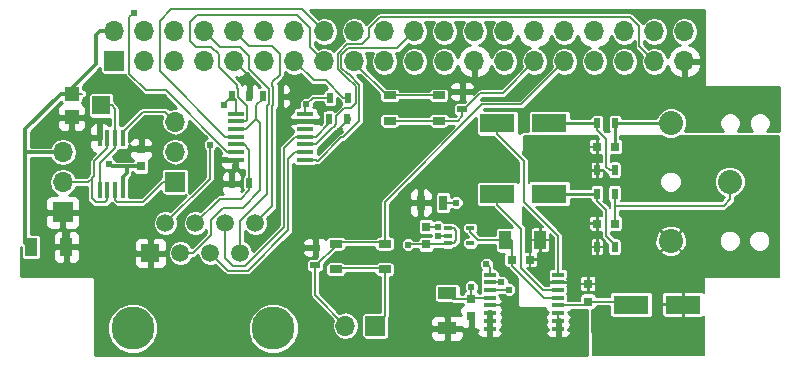
<source format=gtl>
G04 #@! TF.FileFunction,Copper,L1,Top,Signal*
%FSLAX46Y46*%
G04 Gerber Fmt 4.6, Leading zero omitted, Abs format (unit mm)*
G04 Created by KiCad (PCBNEW 4.0.7) date Tue Mar 13 19:37:47 2018*
%MOMM*%
%LPD*%
G01*
G04 APERTURE LIST*
%ADD10C,0.025400*%
%ADD11R,0.450000X1.450000*%
%ADD12R,3.000000X1.600000*%
%ADD13R,1.600000X1.000000*%
%ADD14C,2.032000*%
%ADD15R,0.800000X0.750000*%
%ADD16R,0.750000X0.800000*%
%ADD17C,3.650000*%
%ADD18R,1.500000X1.500000*%
%ADD19C,1.500000*%
%ADD20R,1.700000X1.700000*%
%ADD21O,1.700000X1.700000*%
%ADD22R,0.700000X1.300000*%
%ADD23R,0.500000X0.900000*%
%ADD24R,1.500000X1.600000*%
%ADD25R,1.200000X1.200000*%
%ADD26R,1.000000X0.400000*%
%ADD27R,0.900000X0.500000*%
%ADD28R,1.450000X0.450000*%
%ADD29R,1.050000X0.650000*%
%ADD30R,0.650000X0.400000*%
%ADD31R,1.000000X1.600000*%
%ADD32C,0.609600*%
%ADD33C,0.152400*%
%ADD34C,0.203200*%
%ADD35C,0.250000*%
%ADD36C,0.304800*%
%ADD37C,0.254000*%
G04 APERTURE END LIST*
D10*
D11*
X108559580Y-103721120D03*
X107909580Y-103721120D03*
X107259580Y-103721120D03*
X106609580Y-103721120D03*
X106609580Y-108121120D03*
X107259580Y-108121120D03*
X107909580Y-108121120D03*
X108559580Y-108121120D03*
D12*
X151643180Y-117864320D03*
X156043180Y-117864320D03*
D13*
X136032580Y-116867120D03*
X136032580Y-119867120D03*
D14*
X155000000Y-112500000D03*
X160000000Y-107500000D03*
X155000000Y-102500000D03*
D15*
X143036180Y-114054320D03*
X141536180Y-114054320D03*
D12*
X140300000Y-108500000D03*
X144700000Y-108500000D03*
X140300000Y-102500000D03*
X144700000Y-102500000D03*
D16*
X110124580Y-104663120D03*
X110124580Y-106163120D03*
D17*
X121300000Y-119850000D03*
X109430000Y-119850000D03*
D18*
X110920000Y-113500000D03*
D19*
X112190000Y-110960000D03*
X113460000Y-113500000D03*
X114730000Y-110960000D03*
X116000000Y-113500000D03*
X117270000Y-110960000D03*
X118540000Y-113500000D03*
X119810000Y-110960000D03*
D20*
X103500000Y-110040000D03*
D21*
X103500000Y-107500000D03*
X103500000Y-104960000D03*
D22*
X133812580Y-109223120D03*
X135712580Y-109223120D03*
D23*
X150250000Y-108500000D03*
X148750000Y-108500000D03*
X150250000Y-113000000D03*
X148750000Y-113000000D03*
X150250000Y-102500000D03*
X148750000Y-102500000D03*
X150250000Y-106500000D03*
X148750000Y-106500000D03*
X127542180Y-102116320D03*
X126042180Y-102116320D03*
X119287180Y-100211320D03*
X117787180Y-100211320D03*
X121954180Y-100211320D03*
X120454180Y-100211320D03*
X117787180Y-107577320D03*
X119287180Y-107577320D03*
D24*
X106750000Y-101000000D03*
D25*
X104250000Y-100000000D03*
X104250000Y-102000000D03*
D26*
X139640180Y-115335320D03*
X139640180Y-115985320D03*
X139640180Y-116635320D03*
X139640180Y-117285320D03*
X139640180Y-117935320D03*
X139640180Y-118585320D03*
X139640180Y-119235320D03*
X139640180Y-119885320D03*
X145440180Y-119885320D03*
X145440180Y-119235320D03*
X145440180Y-118585320D03*
X145440180Y-117935320D03*
X145440180Y-117285320D03*
X145440180Y-116635320D03*
X145440180Y-115985320D03*
X145440180Y-115335320D03*
D20*
X107870000Y-97270000D03*
D21*
X107870000Y-94730000D03*
X110410000Y-97270000D03*
X110410000Y-94730000D03*
X112950000Y-97270000D03*
X112950000Y-94730000D03*
X115490000Y-97270000D03*
X115490000Y-94730000D03*
X118030000Y-97270000D03*
X118030000Y-94730000D03*
X120570000Y-97270000D03*
X120570000Y-94730000D03*
X123110000Y-97270000D03*
X123110000Y-94730000D03*
X125650000Y-97270000D03*
X125650000Y-94730000D03*
X128190000Y-97270000D03*
X128190000Y-94730000D03*
X130730000Y-97270000D03*
X130730000Y-94730000D03*
X133270000Y-97270000D03*
X133270000Y-94730000D03*
X135810000Y-97270000D03*
X135810000Y-94730000D03*
X138350000Y-97270000D03*
X138350000Y-94730000D03*
X140890000Y-97270000D03*
X140890000Y-94730000D03*
X143430000Y-97270000D03*
X143430000Y-94730000D03*
X145970000Y-97270000D03*
X145970000Y-94730000D03*
X148510000Y-97270000D03*
X148510000Y-94730000D03*
X151050000Y-97270000D03*
X151050000Y-94730000D03*
X153590000Y-97270000D03*
X153590000Y-94730000D03*
X156130000Y-97270000D03*
X156130000Y-94730000D03*
D20*
X129967180Y-119642320D03*
D21*
X127427180Y-119642320D03*
D27*
X137302580Y-101325120D03*
X137302580Y-99825120D03*
X124856580Y-114533120D03*
X124856580Y-113033120D03*
D28*
X118127180Y-101690320D03*
X118127180Y-102340320D03*
X118127180Y-102990320D03*
X118127180Y-103640320D03*
X118127180Y-104290320D03*
X118127180Y-104940320D03*
X118127180Y-105590320D03*
X124027180Y-105590320D03*
X124027180Y-104940320D03*
X124027180Y-104290320D03*
X124027180Y-103640320D03*
X124027180Y-102990320D03*
X124027180Y-102340320D03*
X124027180Y-101690320D03*
D29*
X130741580Y-114870120D03*
X126591580Y-114870120D03*
X130741580Y-112720120D03*
X126591580Y-112720120D03*
X131163580Y-100152320D03*
X135313580Y-100152320D03*
X131163580Y-102302320D03*
X135313580Y-102302320D03*
D16*
X134254580Y-111267120D03*
X134254580Y-112767120D03*
X138064580Y-118863120D03*
X138064580Y-117363120D03*
D20*
X113012580Y-107445120D03*
D21*
X113012580Y-104905120D03*
X113012580Y-102365120D03*
D23*
X126138580Y-100333120D03*
X127638580Y-100333120D03*
D30*
X136098580Y-111367120D03*
X136098580Y-112667120D03*
X136098580Y-112017120D03*
X137998580Y-112667120D03*
X137998580Y-111367120D03*
D31*
X140937180Y-112403320D03*
X143937180Y-112403320D03*
X100801380Y-112982320D03*
X103801380Y-112982320D03*
D15*
X150250000Y-111000000D03*
X148750000Y-111000000D03*
X150250000Y-104500000D03*
X148750000Y-104500000D03*
D16*
X148001180Y-116110320D03*
X148001180Y-117610320D03*
D32*
X135270580Y-111255120D03*
X136794580Y-109223120D03*
X135270580Y-112017120D03*
X124119980Y-100917320D03*
X132730580Y-112779120D03*
X138064580Y-116335120D03*
X126955898Y-103149522D03*
X118074780Y-106251320D03*
X105654180Y-103711320D03*
X122595980Y-102339720D03*
X110124580Y-103635120D03*
X132476580Y-109223120D03*
X140889180Y-117864320D03*
X107432180Y-105946520D03*
X109489580Y-93170320D03*
X115966580Y-104320920D03*
X117140180Y-100973320D03*
X139365180Y-114435320D03*
X140635180Y-115959320D03*
X141270180Y-116594320D03*
D33*
X141536180Y-114581720D02*
X141536180Y-114054320D01*
X141536180Y-114617642D02*
X141536180Y-114581720D01*
X144203858Y-117285320D02*
X141536180Y-114617642D01*
X145440180Y-117285320D02*
X144203858Y-117285320D01*
X141536180Y-114054320D02*
X141536180Y-112502320D01*
X141536180Y-112502320D02*
X141437180Y-112403320D01*
X141437180Y-112403320D02*
X138682380Y-112403320D01*
X138682380Y-112403320D02*
X137998580Y-111719520D01*
X137998580Y-111719520D02*
X137998580Y-111367120D01*
X134254580Y-111267120D02*
X135258580Y-111267120D01*
X135258580Y-111267120D02*
X135270580Y-111255120D01*
X135712580Y-109223120D02*
X136794580Y-109223120D01*
X135712580Y-109523120D02*
X135712580Y-109223120D01*
X134254580Y-111267120D02*
X134254580Y-111242120D01*
X136098580Y-112017120D02*
X135270580Y-112017120D01*
X143036180Y-114054320D02*
X143061180Y-114054320D01*
X144992180Y-115985320D02*
X145440180Y-115985320D01*
X136098580Y-112667120D02*
X136575980Y-112667120D01*
X136575980Y-112667120D02*
X136819980Y-112423120D01*
X136819980Y-112423120D02*
X136819980Y-111611120D01*
X136819980Y-111611120D02*
X136575980Y-111367120D01*
X136575980Y-111367120D02*
X136098580Y-111367120D01*
X124027180Y-101010120D02*
X124119980Y-100917320D01*
X124027180Y-101690320D02*
X124027180Y-101010120D01*
X124704180Y-100333120D02*
X124119980Y-100917320D01*
X126138580Y-100333120D02*
X124704180Y-100333120D01*
X134254580Y-112767120D02*
X135998580Y-112767120D01*
X135998580Y-112767120D02*
X136098580Y-112667120D01*
X131163580Y-100152320D02*
X130963580Y-100152320D01*
X130963580Y-100152320D02*
X128190000Y-97378740D01*
X128190000Y-97378740D02*
X128190000Y-97270000D01*
X131072320Y-100152320D02*
X135313580Y-100152320D01*
X134254580Y-112767120D02*
X132742580Y-112767120D01*
X132742580Y-112767120D02*
X132730580Y-112779120D01*
X138064580Y-117363120D02*
X138064580Y-116335120D01*
X138064580Y-117363120D02*
X136528580Y-117363120D01*
X136528580Y-117363120D02*
X136032580Y-116867120D01*
X139640180Y-117285320D02*
X138142380Y-117285320D01*
X138142380Y-117285320D02*
X138064580Y-117363120D01*
X130772180Y-114748320D02*
X130772180Y-118837320D01*
X130772180Y-118837320D02*
X129967180Y-119642320D01*
X126622180Y-114748320D02*
X130772180Y-114748320D01*
D34*
X108418000Y-97818000D02*
X107870000Y-97270000D01*
X108600000Y-98000000D02*
X107870000Y-97270000D01*
D33*
X127542180Y-102116320D02*
X127542180Y-102316320D01*
X127542180Y-102316320D02*
X126955898Y-102902602D01*
X126955898Y-102902602D02*
X126955898Y-103149522D01*
X118127180Y-105590320D02*
X118127180Y-106198920D01*
X118127180Y-106198920D02*
X118074780Y-106251320D01*
X106609580Y-103721120D02*
X105663980Y-103721120D01*
X105663980Y-103721120D02*
X105654180Y-103711320D01*
X124027180Y-102340320D02*
X122596580Y-102340320D01*
X122596580Y-102340320D02*
X122595980Y-102339720D01*
X119287180Y-100211320D02*
X119287180Y-98527180D01*
X119287180Y-98527180D02*
X118030000Y-97270000D01*
X110124580Y-104663120D02*
X110124580Y-103635120D01*
X133812580Y-109223120D02*
X132476580Y-109223120D01*
X145440180Y-119235320D02*
X145440180Y-118585320D01*
X121954180Y-100211320D02*
X122474180Y-100211320D01*
X122474180Y-100211320D02*
X122855180Y-99830320D01*
X103500000Y-113000000D02*
X103500000Y-110040000D01*
D34*
X139640180Y-117935320D02*
X140818180Y-117935320D01*
X140818180Y-117935320D02*
X140889180Y-117864320D01*
D33*
X145440180Y-116635320D02*
X144181380Y-116635320D01*
X144181380Y-116635320D02*
X142331780Y-114785720D01*
X142331780Y-114785720D02*
X142331780Y-111484180D01*
X142331780Y-111484180D02*
X140300000Y-109452400D01*
X140300000Y-109452400D02*
X140300000Y-108500000D01*
X150250000Y-113000000D02*
X150250000Y-112800000D01*
X150250000Y-112800000D02*
X149519980Y-112069980D01*
X149519980Y-112069980D02*
X149519980Y-109872380D01*
X148750000Y-109102400D02*
X148750000Y-108500000D01*
X149519980Y-109872380D02*
X148750000Y-109102400D01*
D35*
X148750000Y-108500000D02*
X148750000Y-108700000D01*
X144700000Y-108500000D02*
X148750000Y-108500000D01*
D34*
X150250000Y-111000000D02*
X150250000Y-109500000D01*
X150250000Y-109500000D02*
X150250000Y-108500000D01*
X160000000Y-107500000D02*
X160000000Y-108936840D01*
X160000000Y-108936840D02*
X159436840Y-109500000D01*
X159436840Y-109500000D02*
X150250000Y-109500000D01*
D33*
X145440180Y-115335320D02*
X145440180Y-112026720D01*
X142560380Y-105712780D02*
X140300000Y-103452400D01*
X145440180Y-112026720D02*
X142560380Y-109146920D01*
X142560380Y-109146920D02*
X142560380Y-105712780D01*
X140300000Y-103452400D02*
X140300000Y-102500000D01*
X150250000Y-106500000D02*
X149847600Y-106500000D01*
X149847600Y-106500000D02*
X149519980Y-106172380D01*
X149519980Y-106172380D02*
X149519980Y-103872380D01*
X149519980Y-103872380D02*
X148750000Y-103102400D01*
X148750000Y-103102400D02*
X148750000Y-102500000D01*
D35*
X144700000Y-102500000D02*
X148750000Y-102500000D01*
X150250000Y-104500000D02*
X150250000Y-102500000D01*
X155000000Y-102500000D02*
X150250000Y-102500000D01*
D33*
X148001180Y-117610320D02*
X151389180Y-117610320D01*
X151389180Y-117610320D02*
X151643180Y-117864320D01*
X145440180Y-117935320D02*
X147676180Y-117935320D01*
X147676180Y-117935320D02*
X148001180Y-117610320D01*
D36*
X107870000Y-94730000D02*
X106667919Y-94730000D01*
X106667919Y-94730000D02*
X106339980Y-95057939D01*
X106339980Y-95057939D02*
X106339980Y-97462920D01*
X106339980Y-97462920D02*
X104250000Y-99552900D01*
X104250000Y-99552900D02*
X104250000Y-100000000D01*
X110124580Y-106163120D02*
X108905380Y-106163120D01*
X108905380Y-106163120D02*
X107648780Y-106163120D01*
X108559580Y-108121120D02*
X108559580Y-107091320D01*
X108559580Y-107091320D02*
X108905380Y-106745520D01*
X108905380Y-106745520D02*
X108905380Y-106163120D01*
X107648780Y-106163120D02*
X107432180Y-105946520D01*
X104250000Y-100000000D02*
X103345200Y-100000000D01*
X103345200Y-100000000D02*
X100334399Y-103010801D01*
X100334399Y-103010801D02*
X100334399Y-104960000D01*
D34*
X104250000Y-100000000D02*
X105140000Y-100000000D01*
D36*
X100294399Y-105000000D02*
X100294399Y-112677139D01*
X100294399Y-112677139D02*
X100617260Y-113000000D01*
X100617260Y-113000000D02*
X101000000Y-113000000D01*
X103500000Y-104960000D02*
X100334399Y-104960000D01*
X100334399Y-104960000D02*
X100294399Y-105000000D01*
D33*
X119004580Y-102340320D02*
X119080781Y-102264119D01*
X118127180Y-102340320D02*
X119004580Y-102340320D01*
X119080781Y-102264119D02*
X119080781Y-102143921D01*
X116703180Y-97716920D02*
X116703180Y-96675520D01*
X119080781Y-102143921D02*
X119106181Y-102118521D01*
X119106181Y-102118521D02*
X119106181Y-101262119D01*
X119106181Y-101262119D02*
X119080781Y-101236719D01*
X119080781Y-101236719D02*
X119080781Y-101073855D01*
X116042780Y-96015120D02*
X114747380Y-96015120D01*
X116703180Y-96675520D02*
X116042780Y-96015120D01*
X119080781Y-101073855D02*
X118457390Y-100450464D01*
X118457390Y-100450464D02*
X118457390Y-100414543D01*
X118265781Y-99279521D02*
X116703180Y-97716920D01*
X118457390Y-100414543D02*
X118291181Y-100248334D01*
X118291181Y-100248334D02*
X118291181Y-99558119D01*
X123324450Y-93348120D02*
X124450180Y-94473850D01*
X118291181Y-99558119D02*
X118265781Y-99532719D01*
X118265781Y-99532719D02*
X118265781Y-99279521D01*
X114747380Y-96015120D02*
X114239380Y-95507120D01*
X114848980Y-93348120D02*
X123324450Y-93348120D01*
X114239380Y-95507120D02*
X114239380Y-93957720D01*
X114239380Y-93957720D02*
X114848980Y-93348120D01*
X124450180Y-94473850D02*
X124450180Y-96070180D01*
X124450180Y-96070180D02*
X125650000Y-97270000D01*
X118127180Y-103640320D02*
X117249780Y-103640320D01*
X117249780Y-103640320D02*
X111699380Y-98089920D01*
X111699380Y-98089920D02*
X111699380Y-93830720D01*
X111699380Y-93830720D02*
X112664580Y-92865520D01*
X112664580Y-92865520D02*
X123785520Y-92865520D01*
X123785520Y-92865520D02*
X125650000Y-94730000D01*
X109133980Y-98301120D02*
X109133980Y-93525920D01*
X109133980Y-93525920D02*
X109489580Y-93170320D01*
X118127180Y-104940320D02*
X117424180Y-104940320D01*
X117424180Y-104940320D02*
X112207380Y-99723520D01*
X112207380Y-99723520D02*
X110556380Y-99723520D01*
X110556380Y-99723520D02*
X109133980Y-98301120D01*
X118127180Y-104940320D02*
X117415698Y-104940320D01*
X143430000Y-97270000D02*
X140731580Y-99968420D01*
X137302580Y-101325120D02*
X137502580Y-101325120D01*
X137502580Y-101325120D02*
X138859280Y-99968420D01*
X138859280Y-99968420D02*
X140731580Y-99968420D01*
X135313580Y-102302320D02*
X136934314Y-102302320D01*
X136934314Y-102302320D02*
X137302580Y-101934054D01*
X131163580Y-102302320D02*
X135313580Y-102302320D01*
X137302580Y-101325120D02*
X137302580Y-101934054D01*
X116775120Y-96015120D02*
X115490000Y-94730000D01*
X119293980Y-96827920D02*
X118481180Y-96015120D01*
X119293980Y-97939638D02*
X119293980Y-96827920D01*
X120792580Y-108529090D02*
X120792580Y-101030122D01*
X120958181Y-99603839D02*
X119293980Y-97939638D01*
X120958181Y-100864521D02*
X120958181Y-99603839D01*
X120792580Y-101030122D02*
X120958181Y-100864521D01*
X118481180Y-96015120D02*
X116775120Y-96015120D01*
X118540000Y-110781670D02*
X120792580Y-108529090D01*
X118540000Y-113500000D02*
X118540000Y-110781670D01*
X119810000Y-110960000D02*
X121237592Y-109532408D01*
X121237592Y-109532408D02*
X121237592Y-101052098D01*
X121237592Y-101052098D02*
X121288392Y-101001298D01*
X121237592Y-99050910D02*
X121884780Y-98403722D01*
X119289720Y-95989720D02*
X118030000Y-94730000D01*
X121288392Y-101001298D02*
X121288392Y-99421342D01*
X121288392Y-99421342D02*
X121237592Y-99370542D01*
X121237592Y-99370542D02*
X121237592Y-99050910D01*
X121224380Y-95989720D02*
X119289720Y-95989720D01*
X121884780Y-98403722D02*
X121884780Y-96650120D01*
X121884780Y-96650120D02*
X121224380Y-95989720D01*
X105933580Y-107191120D02*
X105933580Y-107159519D01*
X105933580Y-107159519D02*
X106155979Y-106937120D01*
X103500000Y-107500000D02*
X105624700Y-107500000D01*
X105624700Y-107500000D02*
X105933580Y-107191120D01*
X105933580Y-107191120D02*
X105933580Y-108852322D01*
X107101980Y-109197720D02*
X107259580Y-109040120D01*
X105933580Y-108852322D02*
X106278978Y-109197720D01*
X106278978Y-109197720D02*
X107101980Y-109197720D01*
X107259580Y-109040120D02*
X107259580Y-108121120D01*
X106155979Y-106937120D02*
X106155979Y-105702121D01*
X106155979Y-105702121D02*
X107259580Y-104598520D01*
X107259580Y-104598520D02*
X107259580Y-103721120D01*
X107909580Y-104598520D02*
X107909580Y-103721120D01*
X106609580Y-105898520D02*
X107909580Y-104598520D01*
X106609580Y-108121120D02*
X106609580Y-105898520D01*
X107909580Y-103721120D02*
X107909580Y-101257180D01*
X107909580Y-101257180D02*
X107652400Y-101000000D01*
X107652400Y-101000000D02*
X106750000Y-101000000D01*
X112190000Y-110960000D02*
X115966580Y-107183420D01*
X115966580Y-107183420D02*
X115966580Y-104320920D01*
X117140180Y-100973320D02*
X117140180Y-100858320D01*
X117140180Y-100858320D02*
X117787180Y-100211320D01*
X118127180Y-101690320D02*
X118127180Y-100551320D01*
X118127180Y-100551320D02*
X117787180Y-100211320D01*
X113460000Y-113500000D02*
X114520660Y-113500000D01*
X114520660Y-113500000D02*
X116042780Y-111977880D01*
X116042780Y-111977880D02*
X116042780Y-110738889D01*
X116042780Y-110738889D02*
X117101349Y-109680320D01*
X117101349Y-109680320D02*
X118726728Y-109680320D01*
X118726728Y-109680320D02*
X120213581Y-108193467D01*
X120213581Y-108193467D02*
X120213581Y-102451321D01*
X120213581Y-102451321D02*
X119878580Y-102116320D01*
X119878580Y-100986920D02*
X120454180Y-100411320D01*
X119878580Y-102116320D02*
X119878580Y-100986920D01*
X120454180Y-100411320D02*
X120454180Y-100211320D01*
X119004580Y-102990320D02*
X119878580Y-102116320D01*
X118127180Y-102990320D02*
X119004580Y-102990320D01*
X114730000Y-110960000D02*
X116797080Y-108892920D01*
X116797080Y-108892920D02*
X118575080Y-108892920D01*
X118575080Y-108892920D02*
X119287180Y-108180820D01*
D34*
X118832447Y-104290320D02*
X118127180Y-104290320D01*
X119287180Y-104745053D02*
X118832447Y-104290320D01*
X119287180Y-107577320D02*
X119287180Y-104745053D01*
X119287180Y-108180820D02*
X119287180Y-107577320D01*
D33*
X116000000Y-113500000D02*
X117488920Y-114988920D01*
X117488920Y-114988920D02*
X119166980Y-114988920D01*
X119166980Y-114988920D02*
X122595980Y-111559920D01*
X122595980Y-111559920D02*
X122595980Y-105494120D01*
X122595980Y-105494120D02*
X123149780Y-104940320D01*
X123149780Y-104940320D02*
X124027180Y-104940320D01*
X117270000Y-110960000D02*
X117270000Y-113879340D01*
X123149780Y-103640320D02*
X124027180Y-103640320D01*
X117270000Y-113879340D02*
X117947780Y-114557120D01*
X117947780Y-114557120D02*
X118931210Y-114557120D01*
X118931210Y-114557120D02*
X122189580Y-111298750D01*
X122189580Y-111298750D02*
X122189580Y-104600520D01*
X122189580Y-104600520D02*
X123149780Y-103640320D01*
X124904580Y-103640320D02*
X126042180Y-102502720D01*
X124027180Y-103640320D02*
X124904580Y-103640320D01*
X126042180Y-102502720D02*
X126042180Y-102116320D01*
X139640180Y-115335320D02*
X139640180Y-114710320D01*
X139640180Y-114710320D02*
X139365180Y-114435320D01*
X113012580Y-102365120D02*
X112162581Y-101515121D01*
X112162581Y-101515121D02*
X110265579Y-101515121D01*
X110265579Y-101515121D02*
X108559580Y-103221120D01*
X108559580Y-103221120D02*
X108559580Y-103721120D01*
X127085999Y-96740079D02*
X127660079Y-96165999D01*
X125110580Y-105667120D02*
X127069376Y-103708324D01*
X127085999Y-97799921D02*
X127085999Y-96740079D01*
X128615791Y-99256200D02*
X127733592Y-98374001D01*
X127224124Y-103708324D02*
X128615791Y-102316657D01*
X127660079Y-98374001D02*
X127085999Y-97799921D01*
X128615791Y-102316657D02*
X128615791Y-99256200D01*
X127069376Y-103708324D02*
X127224124Y-103708324D01*
X124981380Y-105667120D02*
X125110580Y-105667120D01*
X124904580Y-105590320D02*
X124981380Y-105667120D01*
X131834001Y-96165999D02*
X133270000Y-94730000D01*
X127660079Y-96165999D02*
X131834001Y-96165999D01*
X127733592Y-98374001D02*
X127660079Y-98374001D01*
X124027180Y-105590320D02*
X124904580Y-105590320D01*
X123945180Y-105672320D02*
X124027180Y-105590320D01*
X126622180Y-112598320D02*
X130772180Y-112598320D01*
X139004380Y-100917320D02*
X142322680Y-100917320D01*
X130772180Y-112598320D02*
X130772180Y-109149520D01*
X130772180Y-109149520D02*
X139004380Y-100917320D01*
X142322680Y-100917320D02*
X145970000Y-97270000D01*
X126591580Y-112720120D02*
X126591580Y-112872920D01*
X126591580Y-112872920D02*
X124931380Y-114533120D01*
X124931380Y-114533120D02*
X124856580Y-114533120D01*
X124856580Y-117071720D02*
X124856580Y-114533120D01*
X127427180Y-119642320D02*
X124856580Y-117071720D01*
X139640180Y-115985320D02*
X140609180Y-115985320D01*
X140609180Y-115985320D02*
X140635180Y-115959320D01*
X126546181Y-102648719D02*
X126634580Y-102560320D01*
X124027180Y-104290320D02*
X124904581Y-104290319D01*
X129453980Y-95202320D02*
X129453980Y-94409690D01*
X128285580Y-99392977D02*
X127596815Y-98704212D01*
X152313980Y-95993980D02*
X153590000Y-97270000D01*
X126374579Y-102820321D02*
X126495381Y-102820321D01*
X124904581Y-104290319D02*
X126374579Y-102820321D01*
X129453980Y-94409690D02*
X130337750Y-93525920D01*
X126546181Y-102769521D02*
X126546181Y-102648719D01*
X126495381Y-102820321D02*
X126546181Y-102769521D01*
X126634580Y-102560320D02*
X126634580Y-101912438D01*
X126634580Y-101912438D02*
X127324898Y-101222120D01*
X127324898Y-101222120D02*
X127861062Y-101222120D01*
X128285580Y-100797602D02*
X128285580Y-99392977D01*
X127861062Y-101222120D02*
X128285580Y-100797602D01*
X127596815Y-98704212D02*
X127523302Y-98704212D01*
X127523302Y-98704212D02*
X126755788Y-97936698D01*
X126755788Y-97936698D02*
X126755788Y-96603302D01*
X126755788Y-96603302D02*
X127523302Y-95835788D01*
X127523302Y-95835788D02*
X128820512Y-95835788D01*
X128820512Y-95835788D02*
X129453980Y-95202320D01*
X130337750Y-93525920D02*
X151551980Y-93525920D01*
X151551980Y-93525920D02*
X152313980Y-94287920D01*
X152313980Y-94287920D02*
X152313980Y-95993980D01*
X139640180Y-116635320D02*
X141229180Y-116635320D01*
X141229180Y-116635320D02*
X141270180Y-116594320D01*
X107909580Y-108121120D02*
X107909580Y-108998520D01*
X107909580Y-108998520D02*
X108083380Y-109172320D01*
X108083380Y-109172320D02*
X110282980Y-109172320D01*
X110282980Y-109172320D02*
X112010180Y-107445120D01*
X112010180Y-107445120D02*
X113012580Y-107445120D01*
X127638580Y-100333120D02*
X127236180Y-100333120D01*
X127236180Y-100333120D02*
X125788380Y-98885320D01*
X125788380Y-98885320D02*
X124725320Y-98885320D01*
X124725320Y-98885320D02*
X123110000Y-97270000D01*
X127638580Y-100333120D02*
X127638580Y-100133120D01*
X123110000Y-97382540D02*
X123110000Y-97270000D01*
D37*
G36*
X134719637Y-94255236D02*
X134629800Y-94706879D01*
X134629800Y-94753121D01*
X134719637Y-95204764D01*
X134975473Y-95587648D01*
X135358357Y-95843484D01*
X135810000Y-95933321D01*
X136261643Y-95843484D01*
X136644527Y-95587648D01*
X136900363Y-95204764D01*
X136990200Y-94753121D01*
X136990200Y-94706879D01*
X136900363Y-94255236D01*
X136684597Y-93932320D01*
X137475403Y-93932320D01*
X137259637Y-94255236D01*
X137169800Y-94706879D01*
X137169800Y-94753121D01*
X137259637Y-95204764D01*
X137515473Y-95587648D01*
X137898357Y-95843484D01*
X137937968Y-95851363D01*
X137583076Y-95998355D01*
X137154817Y-96388642D01*
X136919258Y-96890230D01*
X136900363Y-96795236D01*
X136644527Y-96412352D01*
X136261643Y-96156516D01*
X135810000Y-96066679D01*
X135358357Y-96156516D01*
X134975473Y-96412352D01*
X134719637Y-96795236D01*
X134629800Y-97246879D01*
X134629800Y-97293121D01*
X134719637Y-97744764D01*
X134975473Y-98127648D01*
X135358357Y-98383484D01*
X135810000Y-98473321D01*
X136261643Y-98383484D01*
X136644527Y-98127648D01*
X136900363Y-97744764D01*
X136919258Y-97649770D01*
X137154817Y-98151358D01*
X137583076Y-98541645D01*
X137993110Y-98711476D01*
X138223000Y-98590155D01*
X138223000Y-97397000D01*
X138203000Y-97397000D01*
X138203000Y-97143000D01*
X138223000Y-97143000D01*
X138223000Y-97123000D01*
X138477000Y-97123000D01*
X138477000Y-97143000D01*
X138497000Y-97143000D01*
X138497000Y-97397000D01*
X138477000Y-97397000D01*
X138477000Y-98590155D01*
X138706890Y-98711476D01*
X139116924Y-98541645D01*
X139545183Y-98151358D01*
X139780742Y-97649770D01*
X139799637Y-97744764D01*
X140055473Y-98127648D01*
X140438357Y-98383484D01*
X140890000Y-98473321D01*
X141341643Y-98383484D01*
X141724527Y-98127648D01*
X141980363Y-97744764D01*
X142070200Y-97293121D01*
X142070200Y-97246879D01*
X141980363Y-96795236D01*
X141724527Y-96412352D01*
X141341643Y-96156516D01*
X140890000Y-96066679D01*
X140438357Y-96156516D01*
X140055473Y-96412352D01*
X139799637Y-96795236D01*
X139780742Y-96890230D01*
X139545183Y-96388642D01*
X139116924Y-95998355D01*
X138762032Y-95851363D01*
X138801643Y-95843484D01*
X139184527Y-95587648D01*
X139440363Y-95204764D01*
X139530200Y-94753121D01*
X139530200Y-94706879D01*
X139440363Y-94255236D01*
X139224597Y-93932320D01*
X140015403Y-93932320D01*
X139799637Y-94255236D01*
X139709800Y-94706879D01*
X139709800Y-94753121D01*
X139799637Y-95204764D01*
X140055473Y-95587648D01*
X140438357Y-95843484D01*
X140890000Y-95933321D01*
X141341643Y-95843484D01*
X141724527Y-95587648D01*
X141980363Y-95204764D01*
X141999258Y-95109770D01*
X142234817Y-95611358D01*
X142663076Y-96001645D01*
X143017968Y-96148637D01*
X142978357Y-96156516D01*
X142595473Y-96412352D01*
X142339637Y-96795236D01*
X142249800Y-97246879D01*
X142249800Y-97293121D01*
X142339637Y-97744764D01*
X142356004Y-97769260D01*
X140563244Y-99562020D01*
X138859280Y-99562020D01*
X138703758Y-99592954D01*
X138571912Y-99681051D01*
X138265837Y-99987127D01*
X138228830Y-99950120D01*
X137429580Y-99950120D01*
X137429580Y-100551370D01*
X137565587Y-100687377D01*
X137514513Y-100738451D01*
X136852580Y-100738451D01*
X136730215Y-100761476D01*
X136617831Y-100833793D01*
X136542436Y-100944137D01*
X136515911Y-101075120D01*
X136515911Y-101575120D01*
X136538936Y-101697485D01*
X136611253Y-101809869D01*
X136721597Y-101885264D01*
X136767366Y-101894532D01*
X136765978Y-101895920D01*
X136159932Y-101895920D01*
X136152224Y-101854955D01*
X136079907Y-101742571D01*
X135969563Y-101667176D01*
X135838580Y-101640651D01*
X134788580Y-101640651D01*
X134666215Y-101663676D01*
X134553831Y-101735993D01*
X134478436Y-101846337D01*
X134468395Y-101895920D01*
X132009932Y-101895920D01*
X132002224Y-101854955D01*
X131929907Y-101742571D01*
X131819563Y-101667176D01*
X131688580Y-101640651D01*
X130638580Y-101640651D01*
X130516215Y-101663676D01*
X130403831Y-101735993D01*
X130328436Y-101846337D01*
X130301911Y-101977320D01*
X130301911Y-102627320D01*
X130324936Y-102749685D01*
X130397253Y-102862069D01*
X130507597Y-102937464D01*
X130638580Y-102963989D01*
X131688580Y-102963989D01*
X131810945Y-102940964D01*
X131923329Y-102868647D01*
X131998724Y-102758303D01*
X132008765Y-102708720D01*
X134467228Y-102708720D01*
X134474936Y-102749685D01*
X134547253Y-102862069D01*
X134657597Y-102937464D01*
X134788580Y-102963989D01*
X135838580Y-102963989D01*
X135960945Y-102940964D01*
X136073329Y-102868647D01*
X136148724Y-102758303D01*
X136158765Y-102708720D01*
X136638244Y-102708720D01*
X130484812Y-108862152D01*
X130396715Y-108993997D01*
X130365780Y-109149520D01*
X130365780Y-112058451D01*
X130216580Y-112058451D01*
X130094215Y-112081476D01*
X129981831Y-112153793D01*
X129955780Y-112191920D01*
X127378208Y-112191920D01*
X127357907Y-112160371D01*
X127247563Y-112084976D01*
X127116580Y-112058451D01*
X126066580Y-112058451D01*
X125944215Y-112081476D01*
X125831831Y-112153793D01*
X125756436Y-112264137D01*
X125744511Y-112323025D01*
X125666279Y-112244793D01*
X125432890Y-112148120D01*
X125142330Y-112148120D01*
X124983580Y-112306870D01*
X124983580Y-112908120D01*
X125003580Y-112908120D01*
X125003580Y-113158120D01*
X124983580Y-113158120D01*
X124983580Y-113759370D01*
X125056987Y-113832777D01*
X124943313Y-113946451D01*
X124406580Y-113946451D01*
X124284215Y-113969476D01*
X124171831Y-114041793D01*
X124096436Y-114152137D01*
X124069911Y-114283120D01*
X124069911Y-114783120D01*
X124092936Y-114905485D01*
X124165253Y-115017869D01*
X124275597Y-115093264D01*
X124406580Y-115119789D01*
X124450180Y-115119789D01*
X124450180Y-117071720D01*
X124481115Y-117227243D01*
X124569212Y-117359088D01*
X126353184Y-119143060D01*
X126336817Y-119167556D01*
X126246980Y-119619199D01*
X126246980Y-119665441D01*
X126336817Y-120117084D01*
X126592653Y-120499968D01*
X126975537Y-120755804D01*
X127427180Y-120845641D01*
X127878823Y-120755804D01*
X128261707Y-120499968D01*
X128517543Y-120117084D01*
X128607380Y-119665441D01*
X128607380Y-119619199D01*
X128517543Y-119167556D01*
X128261707Y-118784672D01*
X127878823Y-118528836D01*
X127427180Y-118438999D01*
X126975537Y-118528836D01*
X126923321Y-118563725D01*
X125262980Y-116903384D01*
X125262980Y-115119789D01*
X125306580Y-115119789D01*
X125428945Y-115096764D01*
X125541329Y-115024447D01*
X125616724Y-114914103D01*
X125643249Y-114783120D01*
X125643249Y-114545120D01*
X125729911Y-114545120D01*
X125729911Y-115195120D01*
X125752936Y-115317485D01*
X125825253Y-115429869D01*
X125935597Y-115505264D01*
X126066580Y-115531789D01*
X127116580Y-115531789D01*
X127238945Y-115508764D01*
X127351329Y-115436447D01*
X127426724Y-115326103D01*
X127453249Y-115195120D01*
X127453249Y-115154720D01*
X129879911Y-115154720D01*
X129879911Y-115195120D01*
X129902936Y-115317485D01*
X129975253Y-115429869D01*
X130085597Y-115505264D01*
X130216580Y-115531789D01*
X130365780Y-115531789D01*
X130365780Y-118455651D01*
X129117180Y-118455651D01*
X128994815Y-118478676D01*
X128882431Y-118550993D01*
X128807036Y-118661337D01*
X128780511Y-118792320D01*
X128780511Y-120492320D01*
X128803536Y-120614685D01*
X128875853Y-120727069D01*
X128986197Y-120802464D01*
X129117180Y-120828989D01*
X130817180Y-120828989D01*
X130939545Y-120805964D01*
X131051929Y-120733647D01*
X131127324Y-120623303D01*
X131153849Y-120492320D01*
X131153849Y-120152870D01*
X134597580Y-120152870D01*
X134597580Y-120493429D01*
X134694253Y-120726818D01*
X134872881Y-120905447D01*
X135106270Y-121002120D01*
X135746830Y-121002120D01*
X135905580Y-120843370D01*
X135905580Y-119994120D01*
X136159580Y-119994120D01*
X136159580Y-120843370D01*
X136318330Y-121002120D01*
X136958890Y-121002120D01*
X137192279Y-120905447D01*
X137370907Y-120726818D01*
X137467580Y-120493429D01*
X137467580Y-120152870D01*
X137308830Y-119994120D01*
X136159580Y-119994120D01*
X135905580Y-119994120D01*
X134756330Y-119994120D01*
X134597580Y-120152870D01*
X131153849Y-120152870D01*
X131153849Y-119240811D01*
X134597580Y-119240811D01*
X134597580Y-119581370D01*
X134756330Y-119740120D01*
X135905580Y-119740120D01*
X135905580Y-118890870D01*
X135746830Y-118732120D01*
X135106270Y-118732120D01*
X134872881Y-118828793D01*
X134694253Y-119007422D01*
X134597580Y-119240811D01*
X131153849Y-119240811D01*
X131153849Y-118961653D01*
X131178580Y-118837320D01*
X131178580Y-116367120D01*
X134895911Y-116367120D01*
X134895911Y-117367120D01*
X134918936Y-117489485D01*
X134991253Y-117601869D01*
X135101597Y-117677264D01*
X135232580Y-117703789D01*
X136320982Y-117703789D01*
X136373057Y-117738585D01*
X136528580Y-117769520D01*
X137354115Y-117769520D01*
X137375936Y-117885485D01*
X137386215Y-117901459D01*
X137329881Y-117924793D01*
X137151253Y-118103422D01*
X137054580Y-118336811D01*
X137054580Y-118577370D01*
X137213328Y-118736118D01*
X137054580Y-118736118D01*
X137054580Y-118771756D01*
X136958890Y-118732120D01*
X136318330Y-118732120D01*
X136159580Y-118890870D01*
X136159580Y-119740120D01*
X137268554Y-119740120D01*
X137329881Y-119801447D01*
X137563270Y-119898120D01*
X137778830Y-119898120D01*
X137937580Y-119739370D01*
X137937580Y-118990120D01*
X137917580Y-118990120D01*
X137917580Y-118736120D01*
X137937580Y-118736120D01*
X137937580Y-118716120D01*
X138191580Y-118716120D01*
X138191580Y-118736120D01*
X138211580Y-118736120D01*
X138211580Y-118990120D01*
X138191580Y-118990120D01*
X138191580Y-119739370D01*
X138350330Y-119898120D01*
X138505180Y-119898120D01*
X138505180Y-120012322D01*
X138636928Y-120012322D01*
X138505180Y-120144070D01*
X138505180Y-120211630D01*
X138601853Y-120445019D01*
X138780482Y-120623647D01*
X139013871Y-120720320D01*
X139354430Y-120720320D01*
X139513180Y-120561570D01*
X139513180Y-119985320D01*
X139493180Y-119985320D01*
X139493180Y-119931570D01*
X139513180Y-119911570D01*
X139513180Y-118438320D01*
X139767180Y-118438320D01*
X139767180Y-119911570D01*
X139840930Y-119985320D01*
X139767180Y-119985320D01*
X139767180Y-120561570D01*
X139925930Y-120720320D01*
X140266489Y-120720320D01*
X140499878Y-120623647D01*
X140678507Y-120445019D01*
X140775180Y-120211630D01*
X140775180Y-120144070D01*
X140616430Y-119985320D01*
X140471697Y-119985320D01*
X140499878Y-119973647D01*
X140678507Y-119795019D01*
X140729260Y-119672490D01*
X140775180Y-119626570D01*
X140775180Y-119494070D01*
X140729260Y-119448150D01*
X140678507Y-119325621D01*
X140588205Y-119235320D01*
X140678507Y-119145019D01*
X140729260Y-119022490D01*
X140775180Y-118976570D01*
X140775180Y-118844070D01*
X140729260Y-118798150D01*
X140678507Y-118675621D01*
X140588205Y-118585320D01*
X140678507Y-118495019D01*
X140729260Y-118372490D01*
X140775180Y-118326570D01*
X140775180Y-118194070D01*
X140729260Y-118148150D01*
X140678507Y-118025621D01*
X140499878Y-117846993D01*
X140471697Y-117835320D01*
X140616430Y-117835320D01*
X140775180Y-117676570D01*
X140775180Y-117609010D01*
X140678507Y-117375621D01*
X140499878Y-117196993D01*
X140476849Y-117187454D01*
X140476849Y-117085320D01*
X140468645Y-117041720D01*
X140819558Y-117041720D01*
X140910012Y-117132333D01*
X141143317Y-117229209D01*
X141395935Y-117229430D01*
X141629408Y-117132960D01*
X141808193Y-116954488D01*
X141905069Y-116721183D01*
X141905290Y-116468565D01*
X141808820Y-116235092D01*
X141630348Y-116056307D01*
X141397043Y-115959431D01*
X141270180Y-115959320D01*
X141270290Y-115833565D01*
X141173820Y-115600092D01*
X140995348Y-115421307D01*
X140762043Y-115324431D01*
X140509425Y-115324210D01*
X140476849Y-115337670D01*
X140476849Y-115135320D01*
X140453824Y-115012955D01*
X140381507Y-114900571D01*
X140271163Y-114825176D01*
X140140180Y-114798651D01*
X140046580Y-114798651D01*
X140046580Y-114710320D01*
X140015645Y-114554797D01*
X140000096Y-114531526D01*
X140000290Y-114309565D01*
X139903820Y-114076092D01*
X139725348Y-113897307D01*
X139492043Y-113800431D01*
X139239425Y-113800210D01*
X139005952Y-113896680D01*
X138827167Y-114075152D01*
X138730291Y-114308457D01*
X138730070Y-114561075D01*
X138826540Y-114794548D01*
X138917840Y-114886008D01*
X138905431Y-114893993D01*
X138830036Y-115004337D01*
X138803511Y-115135320D01*
X138803511Y-115535320D01*
X138826536Y-115657685D01*
X138828682Y-115661021D01*
X138803511Y-115785320D01*
X138803511Y-116185320D01*
X138826536Y-116307685D01*
X138828682Y-116311021D01*
X138803511Y-116435320D01*
X138803511Y-116835320D01*
X138811715Y-116878920D01*
X138760405Y-116878920D01*
X138753224Y-116840755D01*
X138680907Y-116728371D01*
X138609200Y-116679376D01*
X138699469Y-116461983D01*
X138699690Y-116209365D01*
X138603220Y-115975892D01*
X138424748Y-115797107D01*
X138191443Y-115700231D01*
X137938825Y-115700010D01*
X137705352Y-115796480D01*
X137526567Y-115974952D01*
X137429691Y-116208257D01*
X137429470Y-116460875D01*
X137519963Y-116679882D01*
X137454831Y-116721793D01*
X137379436Y-116832137D01*
X137354207Y-116956720D01*
X137169249Y-116956720D01*
X137169249Y-116367120D01*
X137146224Y-116244755D01*
X137073907Y-116132371D01*
X136963563Y-116056976D01*
X136832580Y-116030451D01*
X135232580Y-116030451D01*
X135110215Y-116053476D01*
X134997831Y-116125793D01*
X134922436Y-116236137D01*
X134895911Y-116367120D01*
X131178580Y-116367120D01*
X131178580Y-115531789D01*
X131266580Y-115531789D01*
X131388945Y-115508764D01*
X131501329Y-115436447D01*
X131576724Y-115326103D01*
X131603249Y-115195120D01*
X131603249Y-114545120D01*
X131580224Y-114422755D01*
X131507907Y-114310371D01*
X131397563Y-114234976D01*
X131266580Y-114208451D01*
X130216580Y-114208451D01*
X130094215Y-114231476D01*
X129981831Y-114303793D01*
X129955780Y-114341920D01*
X127378208Y-114341920D01*
X127357907Y-114310371D01*
X127247563Y-114234976D01*
X127116580Y-114208451D01*
X126066580Y-114208451D01*
X125944215Y-114231476D01*
X125831831Y-114303793D01*
X125756436Y-114414137D01*
X125729911Y-114545120D01*
X125643249Y-114545120D01*
X125643249Y-114395987D01*
X126657447Y-113381789D01*
X127116580Y-113381789D01*
X127238945Y-113358764D01*
X127351329Y-113286447D01*
X127426724Y-113176103D01*
X127453249Y-113045120D01*
X127453249Y-113004720D01*
X129879911Y-113004720D01*
X129879911Y-113045120D01*
X129902936Y-113167485D01*
X129975253Y-113279869D01*
X130085597Y-113355264D01*
X130216580Y-113381789D01*
X131266580Y-113381789D01*
X131388945Y-113358764D01*
X131501329Y-113286447D01*
X131576724Y-113176103D01*
X131603249Y-113045120D01*
X131603249Y-112904875D01*
X132095470Y-112904875D01*
X132191940Y-113138348D01*
X132370412Y-113317133D01*
X132603717Y-113414009D01*
X132856335Y-113414230D01*
X133089808Y-113317760D01*
X133234301Y-113173520D01*
X133544115Y-113173520D01*
X133565936Y-113289485D01*
X133638253Y-113401869D01*
X133748597Y-113477264D01*
X133879580Y-113503789D01*
X134629580Y-113503789D01*
X134751945Y-113480764D01*
X134864329Y-113408447D01*
X134939724Y-113298103D01*
X134964953Y-113173520D01*
X135637117Y-113173520D01*
X135642597Y-113177264D01*
X135773580Y-113203789D01*
X136423580Y-113203789D01*
X136545945Y-113180764D01*
X136658329Y-113108447D01*
X136698900Y-113049070D01*
X136731503Y-113042585D01*
X136863348Y-112954488D01*
X137107348Y-112710488D01*
X137195445Y-112578643D01*
X137226380Y-112423120D01*
X137226380Y-111611120D01*
X137195445Y-111455597D01*
X137107348Y-111323752D01*
X136863348Y-111079752D01*
X136860397Y-111077780D01*
X136731503Y-110991655D01*
X136698880Y-110985166D01*
X136664907Y-110932371D01*
X136554563Y-110856976D01*
X136423580Y-110830451D01*
X135773580Y-110830451D01*
X135748588Y-110835154D01*
X135630748Y-110717107D01*
X135397443Y-110620231D01*
X135144825Y-110620010D01*
X134922157Y-110712016D01*
X134870907Y-110632371D01*
X134760563Y-110556976D01*
X134629580Y-110530451D01*
X133879580Y-110530451D01*
X133757215Y-110553476D01*
X133644831Y-110625793D01*
X133569436Y-110736137D01*
X133542911Y-110867120D01*
X133542911Y-111667120D01*
X133565936Y-111789485D01*
X133638253Y-111901869D01*
X133748597Y-111977264D01*
X133879580Y-112003789D01*
X134629580Y-112003789D01*
X134635593Y-112002658D01*
X134635567Y-112031663D01*
X134629580Y-112030451D01*
X133879580Y-112030451D01*
X133757215Y-112053476D01*
X133644831Y-112125793D01*
X133569436Y-112236137D01*
X133544207Y-112360720D01*
X133210152Y-112360720D01*
X133090748Y-112241107D01*
X132857443Y-112144231D01*
X132604825Y-112144010D01*
X132371352Y-112240480D01*
X132192567Y-112418952D01*
X132095691Y-112652257D01*
X132095470Y-112904875D01*
X131603249Y-112904875D01*
X131603249Y-112395120D01*
X131580224Y-112272755D01*
X131507907Y-112160371D01*
X131397563Y-112084976D01*
X131266580Y-112058451D01*
X131178580Y-112058451D01*
X131178580Y-109508870D01*
X132827580Y-109508870D01*
X132827580Y-109999430D01*
X132924253Y-110232819D01*
X133102882Y-110411447D01*
X133336271Y-110508120D01*
X133526830Y-110508120D01*
X133685580Y-110349370D01*
X133685580Y-109350120D01*
X133939580Y-109350120D01*
X133939580Y-110349370D01*
X134098330Y-110508120D01*
X134288889Y-110508120D01*
X134522278Y-110411447D01*
X134700907Y-110232819D01*
X134797580Y-109999430D01*
X134797580Y-109508870D01*
X134638830Y-109350120D01*
X133939580Y-109350120D01*
X133685580Y-109350120D01*
X132986330Y-109350120D01*
X132827580Y-109508870D01*
X131178580Y-109508870D01*
X131178580Y-109317856D01*
X132049626Y-108446810D01*
X132827580Y-108446810D01*
X132827580Y-108937370D01*
X132986330Y-109096120D01*
X133685580Y-109096120D01*
X133685580Y-108096870D01*
X133939580Y-108096870D01*
X133939580Y-109096120D01*
X134638830Y-109096120D01*
X134797580Y-108937370D01*
X134797580Y-108573120D01*
X135025911Y-108573120D01*
X135025911Y-109873120D01*
X135048936Y-109995485D01*
X135121253Y-110107869D01*
X135231597Y-110183264D01*
X135362580Y-110209789D01*
X136062580Y-110209789D01*
X136184945Y-110186764D01*
X136297329Y-110114447D01*
X136372724Y-110004103D01*
X136399249Y-109873120D01*
X136399249Y-109725908D01*
X136434412Y-109761133D01*
X136667717Y-109858009D01*
X136920335Y-109858230D01*
X137153808Y-109761760D01*
X137332593Y-109583288D01*
X137429469Y-109349983D01*
X137429690Y-109097365D01*
X137333220Y-108863892D01*
X137154748Y-108685107D01*
X136921443Y-108588231D01*
X136668825Y-108588010D01*
X136435352Y-108684480D01*
X136399249Y-108720520D01*
X136399249Y-108573120D01*
X136376224Y-108450755D01*
X136303907Y-108338371D01*
X136193563Y-108262976D01*
X136062580Y-108236451D01*
X135362580Y-108236451D01*
X135240215Y-108259476D01*
X135127831Y-108331793D01*
X135052436Y-108442137D01*
X135025911Y-108573120D01*
X134797580Y-108573120D01*
X134797580Y-108446810D01*
X134700907Y-108213421D01*
X134522278Y-108034793D01*
X134288889Y-107938120D01*
X134098330Y-107938120D01*
X133939580Y-108096870D01*
X133685580Y-108096870D01*
X133526830Y-107938120D01*
X133336271Y-107938120D01*
X133102882Y-108034793D01*
X132924253Y-108213421D01*
X132827580Y-108446810D01*
X132049626Y-108446810D01*
X138463331Y-102033105D01*
X138463331Y-103300000D01*
X138486356Y-103422365D01*
X138558673Y-103534749D01*
X138669017Y-103610144D01*
X138800000Y-103636669D01*
X139943743Y-103636669D01*
X139947251Y-103641919D01*
X140012632Y-103739768D01*
X142058002Y-105785138D01*
X142039558Y-107464043D01*
X141930983Y-107389856D01*
X141800000Y-107363331D01*
X138800000Y-107363331D01*
X138677635Y-107386356D01*
X138565251Y-107458673D01*
X138489856Y-107569017D01*
X138463331Y-107700000D01*
X138463331Y-109300000D01*
X138486356Y-109422365D01*
X138558673Y-109534749D01*
X138669017Y-109610144D01*
X138800000Y-109636669D01*
X139943743Y-109636669D01*
X139971789Y-109678643D01*
X140012632Y-109739768D01*
X141565501Y-111292637D01*
X141437180Y-111266651D01*
X140437180Y-111266651D01*
X140314815Y-111289676D01*
X140202431Y-111361993D01*
X140127036Y-111472337D01*
X140100511Y-111603320D01*
X140100511Y-111996920D01*
X138850716Y-111996920D01*
X138600510Y-111746714D01*
X138633724Y-111698103D01*
X138660249Y-111567120D01*
X138660249Y-111167120D01*
X138637224Y-111044755D01*
X138564907Y-110932371D01*
X138454563Y-110856976D01*
X138323580Y-110830451D01*
X137673580Y-110830451D01*
X137551215Y-110853476D01*
X137438831Y-110925793D01*
X137363436Y-111036137D01*
X137336911Y-111167120D01*
X137336911Y-111567120D01*
X137359936Y-111689485D01*
X137432253Y-111801869D01*
X137542597Y-111877264D01*
X137637431Y-111896469D01*
X137691418Y-111977264D01*
X137711212Y-112006888D01*
X137834775Y-112130451D01*
X137673580Y-112130451D01*
X137551215Y-112153476D01*
X137438831Y-112225793D01*
X137363436Y-112336137D01*
X137336911Y-112467120D01*
X137336911Y-112867120D01*
X137359936Y-112989485D01*
X137432253Y-113101869D01*
X137542597Y-113177264D01*
X137673580Y-113203789D01*
X138323580Y-113203789D01*
X138445945Y-113180764D01*
X138558329Y-113108447D01*
X138633724Y-112998103D01*
X138660249Y-112867120D01*
X138660249Y-112805318D01*
X138682380Y-112809720D01*
X140100511Y-112809720D01*
X140100511Y-113203320D01*
X140123536Y-113325685D01*
X140195853Y-113438069D01*
X140306197Y-113513464D01*
X140437180Y-113539989D01*
X140831740Y-113539989D01*
X140826036Y-113548337D01*
X140799511Y-113679320D01*
X140799511Y-114429320D01*
X140822536Y-114551685D01*
X140894853Y-114664069D01*
X141005197Y-114739464D01*
X141136180Y-114765989D01*
X141159288Y-114765989D01*
X141160715Y-114773165D01*
X141235442Y-114885000D01*
X141248812Y-114905010D01*
X141950109Y-115606307D01*
X141925400Y-117855493D01*
X141947962Y-117979134D01*
X142018890Y-118089359D01*
X142127114Y-118163305D01*
X142255580Y-118189320D01*
X144334047Y-118189320D01*
X144305180Y-118259010D01*
X144305180Y-118326570D01*
X144463930Y-118485320D01*
X144608663Y-118485320D01*
X144580482Y-118496993D01*
X144401853Y-118675621D01*
X144351100Y-118798150D01*
X144305180Y-118844070D01*
X144305180Y-118976570D01*
X144351100Y-119022490D01*
X144401853Y-119145019D01*
X144492155Y-119235320D01*
X144401853Y-119325621D01*
X144351100Y-119448150D01*
X144305180Y-119494070D01*
X144305180Y-119626570D01*
X144351100Y-119672490D01*
X144401853Y-119795019D01*
X144580482Y-119973647D01*
X144608663Y-119985320D01*
X144463930Y-119985320D01*
X144305180Y-120144070D01*
X144305180Y-120211630D01*
X144401853Y-120445019D01*
X144580482Y-120623647D01*
X144813871Y-120720320D01*
X145154430Y-120720320D01*
X145313180Y-120561570D01*
X145313180Y-119985320D01*
X145239430Y-119985320D01*
X145313180Y-119911570D01*
X145313180Y-119088320D01*
X145567180Y-119088320D01*
X145567180Y-119911570D01*
X145640930Y-119985320D01*
X145567180Y-119985320D01*
X145567180Y-120561570D01*
X145725930Y-120720320D01*
X146066489Y-120720320D01*
X146299878Y-120623647D01*
X146478507Y-120445019D01*
X146575180Y-120211630D01*
X146575180Y-120144070D01*
X146416430Y-119985320D01*
X146271697Y-119985320D01*
X146299878Y-119973647D01*
X146478507Y-119795019D01*
X146529260Y-119672490D01*
X146575180Y-119626570D01*
X146575180Y-119494070D01*
X146529260Y-119448150D01*
X146478507Y-119325621D01*
X146388205Y-119235320D01*
X146478507Y-119145019D01*
X146529260Y-119022490D01*
X146575180Y-118976570D01*
X146575180Y-118844070D01*
X146529260Y-118798150D01*
X146478507Y-118675621D01*
X146299878Y-118496993D01*
X146271697Y-118485320D01*
X146416430Y-118485320D01*
X146560030Y-118341720D01*
X147600161Y-118341720D01*
X147626180Y-118346989D01*
X147896823Y-118346989D01*
X147915695Y-122109920D01*
X106212980Y-122109920D01*
X106212980Y-120276815D01*
X107274427Y-120276815D01*
X107601845Y-121069228D01*
X108207583Y-121676024D01*
X108999423Y-122004825D01*
X109856815Y-122005573D01*
X110649228Y-121678155D01*
X111256024Y-121072417D01*
X111584825Y-120280577D01*
X111584828Y-120276815D01*
X119144427Y-120276815D01*
X119471845Y-121069228D01*
X120077583Y-121676024D01*
X120869423Y-122004825D01*
X121726815Y-122005573D01*
X122519228Y-121678155D01*
X123126024Y-121072417D01*
X123454825Y-120280577D01*
X123455573Y-119423185D01*
X123128155Y-118630772D01*
X122522417Y-118023976D01*
X121730577Y-117695175D01*
X120873185Y-117694427D01*
X120080772Y-118021845D01*
X119473976Y-118627583D01*
X119145175Y-119419423D01*
X119144427Y-120276815D01*
X111584828Y-120276815D01*
X111585573Y-119423185D01*
X111258155Y-118630772D01*
X110652417Y-118023976D01*
X109860577Y-117695175D01*
X109003185Y-117694427D01*
X108210772Y-118021845D01*
X107603976Y-118627583D01*
X107275175Y-119419423D01*
X107274427Y-120276815D01*
X106212980Y-120276815D01*
X106212980Y-115598520D01*
X106204295Y-115552361D01*
X106177015Y-115509967D01*
X106135390Y-115481526D01*
X106085980Y-115471520D01*
X99917780Y-115471520D01*
X99917780Y-112965455D01*
X99953149Y-113018389D01*
X99964711Y-113029951D01*
X99964711Y-113782320D01*
X99987736Y-113904685D01*
X100060053Y-114017069D01*
X100170397Y-114092464D01*
X100301380Y-114118989D01*
X101301380Y-114118989D01*
X101423745Y-114095964D01*
X101536129Y-114023647D01*
X101611524Y-113913303D01*
X101638049Y-113782320D01*
X101638049Y-113268070D01*
X102666380Y-113268070D01*
X102666380Y-113908630D01*
X102763053Y-114142019D01*
X102941682Y-114320647D01*
X103175071Y-114417320D01*
X103515630Y-114417320D01*
X103674380Y-114258570D01*
X103674380Y-113109320D01*
X103928380Y-113109320D01*
X103928380Y-114258570D01*
X104087130Y-114417320D01*
X104427689Y-114417320D01*
X104661078Y-114320647D01*
X104839707Y-114142019D01*
X104936380Y-113908630D01*
X104936380Y-113785750D01*
X109535000Y-113785750D01*
X109535000Y-114376310D01*
X109631673Y-114609699D01*
X109810302Y-114788327D01*
X110043691Y-114885000D01*
X110634250Y-114885000D01*
X110793000Y-114726250D01*
X110793000Y-113627000D01*
X111047000Y-113627000D01*
X111047000Y-114726250D01*
X111205750Y-114885000D01*
X111796309Y-114885000D01*
X112029698Y-114788327D01*
X112208327Y-114609699D01*
X112305000Y-114376310D01*
X112305000Y-113785750D01*
X112146250Y-113627000D01*
X111047000Y-113627000D01*
X110793000Y-113627000D01*
X109693750Y-113627000D01*
X109535000Y-113785750D01*
X104936380Y-113785750D01*
X104936380Y-113268070D01*
X104777630Y-113109320D01*
X103928380Y-113109320D01*
X103674380Y-113109320D01*
X102825130Y-113109320D01*
X102666380Y-113268070D01*
X101638049Y-113268070D01*
X101638049Y-112182320D01*
X101615024Y-112059955D01*
X101612486Y-112056010D01*
X102666380Y-112056010D01*
X102666380Y-112696570D01*
X102825130Y-112855320D01*
X103674380Y-112855320D01*
X103674380Y-111706070D01*
X103928380Y-111706070D01*
X103928380Y-112855320D01*
X104777630Y-112855320D01*
X104936380Y-112696570D01*
X104936380Y-112623690D01*
X109535000Y-112623690D01*
X109535000Y-113214250D01*
X109693750Y-113373000D01*
X110793000Y-113373000D01*
X110793000Y-112273750D01*
X111047000Y-112273750D01*
X111047000Y-113373000D01*
X112146250Y-113373000D01*
X112305000Y-113214250D01*
X112305000Y-112623690D01*
X112208327Y-112390301D01*
X112029698Y-112211673D01*
X111796309Y-112115000D01*
X111205750Y-112115000D01*
X111047000Y-112273750D01*
X110793000Y-112273750D01*
X110634250Y-112115000D01*
X110043691Y-112115000D01*
X109810302Y-112211673D01*
X109631673Y-112390301D01*
X109535000Y-112623690D01*
X104936380Y-112623690D01*
X104936380Y-112056010D01*
X104839707Y-111822621D01*
X104661078Y-111643993D01*
X104427689Y-111547320D01*
X104087130Y-111547320D01*
X103928380Y-111706070D01*
X103674380Y-111706070D01*
X103515630Y-111547320D01*
X103175071Y-111547320D01*
X102941682Y-111643993D01*
X102763053Y-111822621D01*
X102666380Y-112056010D01*
X101612486Y-112056010D01*
X101542707Y-111947571D01*
X101432363Y-111872176D01*
X101301380Y-111845651D01*
X100776999Y-111845651D01*
X100776999Y-110325750D01*
X102015000Y-110325750D01*
X102015000Y-111016310D01*
X102111673Y-111249699D01*
X102290302Y-111428327D01*
X102523691Y-111525000D01*
X103214250Y-111525000D01*
X103373000Y-111366250D01*
X103373000Y-110167000D01*
X103627000Y-110167000D01*
X103627000Y-111366250D01*
X103785750Y-111525000D01*
X104476309Y-111525000D01*
X104709698Y-111428327D01*
X104888327Y-111249699D01*
X104985000Y-111016310D01*
X104985000Y-110325750D01*
X104826250Y-110167000D01*
X103627000Y-110167000D01*
X103373000Y-110167000D01*
X102173750Y-110167000D01*
X102015000Y-110325750D01*
X100776999Y-110325750D01*
X100776999Y-105442600D01*
X102407201Y-105442600D01*
X102642352Y-105794527D01*
X103025236Y-106050363D01*
X103476879Y-106140200D01*
X103523121Y-106140200D01*
X103974764Y-106050363D01*
X104357648Y-105794527D01*
X104613484Y-105411643D01*
X104703321Y-104960000D01*
X104613484Y-104508357D01*
X104357648Y-104125473D01*
X103974764Y-103869637D01*
X103523121Y-103779800D01*
X103476879Y-103779800D01*
X103025236Y-103869637D01*
X102642352Y-104125473D01*
X102407201Y-104477400D01*
X100816999Y-104477400D01*
X100816999Y-103210701D01*
X101741949Y-102285750D01*
X103015000Y-102285750D01*
X103015000Y-102726309D01*
X103111673Y-102959698D01*
X103290301Y-103138327D01*
X103523690Y-103235000D01*
X103964250Y-103235000D01*
X104123000Y-103076250D01*
X104123000Y-102127000D01*
X104377000Y-102127000D01*
X104377000Y-103076250D01*
X104535750Y-103235000D01*
X104976310Y-103235000D01*
X105209699Y-103138327D01*
X105388327Y-102959698D01*
X105425559Y-102869811D01*
X105749580Y-102869811D01*
X105749580Y-103435370D01*
X105908330Y-103594120D01*
X106497080Y-103594120D01*
X106497080Y-102519870D01*
X106338330Y-102361120D01*
X106258270Y-102361120D01*
X106024881Y-102457793D01*
X105846253Y-102636422D01*
X105749580Y-102869811D01*
X105425559Y-102869811D01*
X105485000Y-102726309D01*
X105485000Y-102285750D01*
X105326250Y-102127000D01*
X104377000Y-102127000D01*
X104123000Y-102127000D01*
X103173750Y-102127000D01*
X103015000Y-102285750D01*
X101741949Y-102285750D01*
X103331443Y-100696256D01*
X103336356Y-100722365D01*
X103397441Y-100817294D01*
X103290301Y-100861673D01*
X103111673Y-101040302D01*
X103015000Y-101273691D01*
X103015000Y-101714250D01*
X103173750Y-101873000D01*
X104123000Y-101873000D01*
X104123000Y-101853000D01*
X104377000Y-101853000D01*
X104377000Y-101873000D01*
X105326250Y-101873000D01*
X105485000Y-101714250D01*
X105485000Y-101273691D01*
X105388327Y-101040302D01*
X105209699Y-100861673D01*
X105101476Y-100816846D01*
X105160144Y-100730983D01*
X105186669Y-100600000D01*
X105186669Y-100422517D01*
X105305243Y-100398931D01*
X105445329Y-100305329D01*
X105538931Y-100165243D01*
X105571800Y-100000000D01*
X105538931Y-99834757D01*
X105445329Y-99694671D01*
X105305243Y-99601069D01*
X105186669Y-99577483D01*
X105186669Y-99400000D01*
X105170631Y-99314769D01*
X106681230Y-97804170D01*
X106683331Y-97801026D01*
X106683331Y-98120000D01*
X106706356Y-98242365D01*
X106778673Y-98354749D01*
X106889017Y-98430144D01*
X107020000Y-98456669D01*
X108720000Y-98456669D01*
X108757130Y-98449682D01*
X108758515Y-98456643D01*
X108807213Y-98529524D01*
X108846612Y-98588488D01*
X110269012Y-100010888D01*
X110400857Y-100098985D01*
X110556380Y-100129920D01*
X112039044Y-100129920D01*
X113108531Y-101199407D01*
X113035701Y-101184920D01*
X112989459Y-101184920D01*
X112537816Y-101274757D01*
X112513320Y-101291124D01*
X112449949Y-101227753D01*
X112415430Y-101204688D01*
X112318104Y-101139656D01*
X112162581Y-101108721D01*
X110265579Y-101108721D01*
X110110056Y-101139656D01*
X110012730Y-101204688D01*
X109978211Y-101227753D01*
X108546513Y-102659451D01*
X108334580Y-102659451D01*
X108315980Y-102662951D01*
X108315980Y-101257180D01*
X108285045Y-101101657D01*
X108261619Y-101066598D01*
X108196948Y-100969811D01*
X107939768Y-100712632D01*
X107931104Y-100706843D01*
X107836669Y-100643743D01*
X107836669Y-100200000D01*
X107813644Y-100077635D01*
X107741327Y-99965251D01*
X107630983Y-99889856D01*
X107500000Y-99863331D01*
X106000000Y-99863331D01*
X105877635Y-99886356D01*
X105765251Y-99958673D01*
X105689856Y-100069017D01*
X105663331Y-100200000D01*
X105663331Y-101800000D01*
X105686356Y-101922365D01*
X105758673Y-102034749D01*
X105869017Y-102110144D01*
X106000000Y-102136669D01*
X107500000Y-102136669D01*
X107503180Y-102136071D01*
X107503180Y-102663218D01*
X107484580Y-102659451D01*
X107382446Y-102659451D01*
X107372907Y-102636422D01*
X107194279Y-102457793D01*
X106960890Y-102361120D01*
X106880830Y-102361120D01*
X106722080Y-102519870D01*
X106722080Y-102876771D01*
X106697911Y-102996120D01*
X106697911Y-103868120D01*
X106497080Y-103868120D01*
X106497080Y-103848120D01*
X105908330Y-103848120D01*
X105749580Y-104006870D01*
X105749580Y-104572429D01*
X105846253Y-104805818D01*
X106024881Y-104984447D01*
X106218653Y-105064710D01*
X105868611Y-105414753D01*
X105780514Y-105546598D01*
X105749579Y-105702121D01*
X105749579Y-106768784D01*
X105646212Y-106872151D01*
X105582576Y-106967388D01*
X105456364Y-107093600D01*
X104622483Y-107093600D01*
X104613484Y-107048357D01*
X104357648Y-106665473D01*
X103974764Y-106409637D01*
X103523121Y-106319800D01*
X103476879Y-106319800D01*
X103025236Y-106409637D01*
X102642352Y-106665473D01*
X102386516Y-107048357D01*
X102296679Y-107500000D01*
X102386516Y-107951643D01*
X102642352Y-108334527D01*
X102972312Y-108555000D01*
X102523691Y-108555000D01*
X102290302Y-108651673D01*
X102111673Y-108830301D01*
X102015000Y-109063690D01*
X102015000Y-109754250D01*
X102173750Y-109913000D01*
X103373000Y-109913000D01*
X103373000Y-109893000D01*
X103627000Y-109893000D01*
X103627000Y-109913000D01*
X104826250Y-109913000D01*
X104985000Y-109754250D01*
X104985000Y-109063690D01*
X104888327Y-108830301D01*
X104709698Y-108651673D01*
X104476309Y-108555000D01*
X104027688Y-108555000D01*
X104357648Y-108334527D01*
X104613484Y-107951643D01*
X104622483Y-107906400D01*
X105527180Y-107906400D01*
X105527180Y-108852322D01*
X105558115Y-109007845D01*
X105633423Y-109120550D01*
X105646212Y-109139690D01*
X105991610Y-109485089D01*
X106123456Y-109573186D01*
X106278978Y-109604120D01*
X107101980Y-109604120D01*
X107257503Y-109573185D01*
X107389348Y-109485088D01*
X107546948Y-109327488D01*
X107598478Y-109250368D01*
X107622212Y-109285888D01*
X107796012Y-109459688D01*
X107927857Y-109547785D01*
X108083380Y-109578720D01*
X110282980Y-109578720D01*
X110438503Y-109547785D01*
X110570348Y-109459688D01*
X111825911Y-108204125D01*
X111825911Y-108295120D01*
X111848936Y-108417485D01*
X111921253Y-108529869D01*
X112031597Y-108605264D01*
X112162580Y-108631789D01*
X113862580Y-108631789D01*
X113962225Y-108613039D01*
X112610345Y-109964919D01*
X112405808Y-109879988D01*
X111976078Y-109879613D01*
X111578915Y-110043717D01*
X111274785Y-110347317D01*
X111109988Y-110744192D01*
X111109613Y-111173922D01*
X111273717Y-111571085D01*
X111577317Y-111875215D01*
X111974192Y-112040012D01*
X112403922Y-112040387D01*
X112801085Y-111876283D01*
X113105215Y-111572683D01*
X113270012Y-111175808D01*
X113270387Y-110746078D01*
X113185091Y-110539645D01*
X116253948Y-107470788D01*
X116303840Y-107396120D01*
X116342045Y-107338943D01*
X116372980Y-107183420D01*
X116372980Y-107001010D01*
X116902180Y-107001010D01*
X116902180Y-107291570D01*
X117060930Y-107450320D01*
X117662180Y-107450320D01*
X117662180Y-106651070D01*
X117912180Y-106651070D01*
X117912180Y-107450320D01*
X118513430Y-107450320D01*
X118672180Y-107291570D01*
X118672180Y-107001010D01*
X118575507Y-106767621D01*
X118396878Y-106588993D01*
X118163489Y-106492320D01*
X118070930Y-106492320D01*
X117912180Y-106651070D01*
X117662180Y-106651070D01*
X117503430Y-106492320D01*
X117410871Y-106492320D01*
X117177482Y-106588993D01*
X116998853Y-106767621D01*
X116902180Y-107001010D01*
X116372980Y-107001010D01*
X116372980Y-105861570D01*
X116767180Y-105861570D01*
X116767180Y-105941630D01*
X116863853Y-106175019D01*
X117042482Y-106353647D01*
X117275871Y-106450320D01*
X117841430Y-106450320D01*
X118000180Y-106291570D01*
X118000180Y-105702820D01*
X116925930Y-105702820D01*
X116767180Y-105861570D01*
X116372980Y-105861570D01*
X116372980Y-104812471D01*
X116504593Y-104681088D01*
X116529714Y-104620590D01*
X116889299Y-104980175D01*
X116863853Y-105005621D01*
X116767180Y-105239010D01*
X116767180Y-105319070D01*
X116925930Y-105477820D01*
X117282831Y-105477820D01*
X117402180Y-105501989D01*
X118274180Y-105501989D01*
X118274180Y-105702820D01*
X118254180Y-105702820D01*
X118254180Y-106291570D01*
X118412930Y-106450320D01*
X118855380Y-106450320D01*
X118855380Y-106851921D01*
X118802431Y-106885993D01*
X118727036Y-106996337D01*
X118700511Y-107127320D01*
X118700511Y-108027320D01*
X118723536Y-108149685D01*
X118731383Y-108161880D01*
X118624483Y-108268780D01*
X118672180Y-108153630D01*
X118672180Y-107863070D01*
X118513430Y-107704320D01*
X117912180Y-107704320D01*
X117912180Y-107724320D01*
X117662180Y-107724320D01*
X117662180Y-107704320D01*
X117060930Y-107704320D01*
X116902180Y-107863070D01*
X116902180Y-108153630D01*
X116998853Y-108387019D01*
X117098355Y-108486520D01*
X116797080Y-108486520D01*
X116641558Y-108517454D01*
X116509712Y-108605552D01*
X115150345Y-109964919D01*
X114945808Y-109879988D01*
X114516078Y-109879613D01*
X114118915Y-110043717D01*
X113814785Y-110347317D01*
X113649988Y-110744192D01*
X113649613Y-111173922D01*
X113813717Y-111571085D01*
X114117317Y-111875215D01*
X114514192Y-112040012D01*
X114943922Y-112040387D01*
X115341085Y-111876283D01*
X115636380Y-111581503D01*
X115636380Y-111809544D01*
X114429124Y-113016800D01*
X114376283Y-112888915D01*
X114072683Y-112584785D01*
X113675808Y-112419988D01*
X113246078Y-112419613D01*
X112848915Y-112583717D01*
X112544785Y-112887317D01*
X112379988Y-113284192D01*
X112379613Y-113713922D01*
X112543717Y-114111085D01*
X112847317Y-114415215D01*
X113244192Y-114580012D01*
X113673922Y-114580387D01*
X114071085Y-114416283D01*
X114375215Y-114112683D01*
X114460871Y-113906400D01*
X114520660Y-113906400D01*
X114676183Y-113875465D01*
X114808028Y-113787368D01*
X114919646Y-113675750D01*
X114919613Y-113713922D01*
X115083717Y-114111085D01*
X115387317Y-114415215D01*
X115784192Y-114580012D01*
X116213922Y-114580387D01*
X116420355Y-114495091D01*
X117201552Y-115276288D01*
X117333397Y-115364385D01*
X117488920Y-115395320D01*
X119166980Y-115395320D01*
X119322503Y-115364385D01*
X119454348Y-115276288D01*
X121413766Y-113316870D01*
X123771580Y-113316870D01*
X123771580Y-113409429D01*
X123868253Y-113642818D01*
X124046881Y-113821447D01*
X124280270Y-113918120D01*
X124570830Y-113918120D01*
X124729580Y-113759370D01*
X124729580Y-113158120D01*
X123930330Y-113158120D01*
X123771580Y-113316870D01*
X121413766Y-113316870D01*
X122073825Y-112656811D01*
X123771580Y-112656811D01*
X123771580Y-112749370D01*
X123930330Y-112908120D01*
X124729580Y-112908120D01*
X124729580Y-112306870D01*
X124570830Y-112148120D01*
X124280270Y-112148120D01*
X124046881Y-112244793D01*
X123868253Y-112423422D01*
X123771580Y-112656811D01*
X122073825Y-112656811D01*
X122883348Y-111847288D01*
X122971445Y-111715443D01*
X123002380Y-111559920D01*
X123002380Y-105959199D01*
X123060853Y-106050069D01*
X123171197Y-106125464D01*
X123302180Y-106151989D01*
X124752180Y-106151989D01*
X124874545Y-106128964D01*
X124965589Y-106070379D01*
X124981380Y-106073520D01*
X125110580Y-106073520D01*
X125266103Y-106042585D01*
X125397948Y-105954488D01*
X127241086Y-104111350D01*
X127379647Y-104083789D01*
X127511492Y-103995692D01*
X128903159Y-102604025D01*
X128991256Y-102472180D01*
X128996691Y-102444856D01*
X129022191Y-102316657D01*
X129022191Y-99256200D01*
X128991256Y-99100677D01*
X128903159Y-98968832D01*
X128371538Y-98437211D01*
X128623597Y-98387074D01*
X130301911Y-100065388D01*
X130301911Y-100477320D01*
X130324936Y-100599685D01*
X130397253Y-100712069D01*
X130507597Y-100787464D01*
X130638580Y-100813989D01*
X131688580Y-100813989D01*
X131810945Y-100790964D01*
X131923329Y-100718647D01*
X131998724Y-100608303D01*
X132008765Y-100558720D01*
X134467228Y-100558720D01*
X134474936Y-100599685D01*
X134547253Y-100712069D01*
X134657597Y-100787464D01*
X134788580Y-100813989D01*
X135838580Y-100813989D01*
X135960945Y-100790964D01*
X136073329Y-100718647D01*
X136148724Y-100608303D01*
X136175249Y-100477320D01*
X136175249Y-100108870D01*
X136217580Y-100108870D01*
X136217580Y-100201429D01*
X136314253Y-100434818D01*
X136492881Y-100613447D01*
X136726270Y-100710120D01*
X137016830Y-100710120D01*
X137175580Y-100551370D01*
X137175580Y-99950120D01*
X136376330Y-99950120D01*
X136217580Y-100108870D01*
X136175249Y-100108870D01*
X136175249Y-99827320D01*
X136152224Y-99704955D01*
X136079907Y-99592571D01*
X135969563Y-99517176D01*
X135838580Y-99490651D01*
X134788580Y-99490651D01*
X134666215Y-99513676D01*
X134553831Y-99585993D01*
X134478436Y-99696337D01*
X134468395Y-99745920D01*
X132009932Y-99745920D01*
X132002224Y-99704955D01*
X131929907Y-99592571D01*
X131819563Y-99517176D01*
X131688580Y-99490651D01*
X130876648Y-99490651D01*
X130834808Y-99448811D01*
X136217580Y-99448811D01*
X136217580Y-99541370D01*
X136376330Y-99700120D01*
X137175580Y-99700120D01*
X137175580Y-99098870D01*
X137429580Y-99098870D01*
X137429580Y-99700120D01*
X138228830Y-99700120D01*
X138387580Y-99541370D01*
X138387580Y-99448811D01*
X138290907Y-99215422D01*
X138112279Y-99036793D01*
X137878890Y-98940120D01*
X137588330Y-98940120D01*
X137429580Y-99098870D01*
X137175580Y-99098870D01*
X137016830Y-98940120D01*
X136726270Y-98940120D01*
X136492881Y-99036793D01*
X136314253Y-99215422D01*
X136217580Y-99448811D01*
X130834808Y-99448811D01*
X129220440Y-97834444D01*
X129280363Y-97744764D01*
X129370200Y-97293121D01*
X129370200Y-97246879D01*
X129280363Y-96795236D01*
X129131467Y-96572399D01*
X129788533Y-96572399D01*
X129639637Y-96795236D01*
X129549800Y-97246879D01*
X129549800Y-97293121D01*
X129639637Y-97744764D01*
X129895473Y-98127648D01*
X130278357Y-98383484D01*
X130730000Y-98473321D01*
X131181643Y-98383484D01*
X131564527Y-98127648D01*
X131820363Y-97744764D01*
X131910200Y-97293121D01*
X131910200Y-97246879D01*
X132089800Y-97246879D01*
X132089800Y-97293121D01*
X132179637Y-97744764D01*
X132435473Y-98127648D01*
X132818357Y-98383484D01*
X133270000Y-98473321D01*
X133721643Y-98383484D01*
X134104527Y-98127648D01*
X134360363Y-97744764D01*
X134450200Y-97293121D01*
X134450200Y-97246879D01*
X134360363Y-96795236D01*
X134104527Y-96412352D01*
X133721643Y-96156516D01*
X133270000Y-96066679D01*
X132818357Y-96156516D01*
X132435473Y-96412352D01*
X132179637Y-96795236D01*
X132089800Y-97246879D01*
X131910200Y-97246879D01*
X131820363Y-96795236D01*
X131671467Y-96572399D01*
X131834001Y-96572399D01*
X131989524Y-96541464D01*
X132121369Y-96453367D01*
X132766141Y-95808595D01*
X132818357Y-95843484D01*
X133270000Y-95933321D01*
X133721643Y-95843484D01*
X134104527Y-95587648D01*
X134360363Y-95204764D01*
X134450200Y-94753121D01*
X134450200Y-94706879D01*
X134360363Y-94255236D01*
X134144597Y-93932320D01*
X134935403Y-93932320D01*
X134719637Y-94255236D01*
X134719637Y-94255236D01*
G37*
X134719637Y-94255236D02*
X134629800Y-94706879D01*
X134629800Y-94753121D01*
X134719637Y-95204764D01*
X134975473Y-95587648D01*
X135358357Y-95843484D01*
X135810000Y-95933321D01*
X136261643Y-95843484D01*
X136644527Y-95587648D01*
X136900363Y-95204764D01*
X136990200Y-94753121D01*
X136990200Y-94706879D01*
X136900363Y-94255236D01*
X136684597Y-93932320D01*
X137475403Y-93932320D01*
X137259637Y-94255236D01*
X137169800Y-94706879D01*
X137169800Y-94753121D01*
X137259637Y-95204764D01*
X137515473Y-95587648D01*
X137898357Y-95843484D01*
X137937968Y-95851363D01*
X137583076Y-95998355D01*
X137154817Y-96388642D01*
X136919258Y-96890230D01*
X136900363Y-96795236D01*
X136644527Y-96412352D01*
X136261643Y-96156516D01*
X135810000Y-96066679D01*
X135358357Y-96156516D01*
X134975473Y-96412352D01*
X134719637Y-96795236D01*
X134629800Y-97246879D01*
X134629800Y-97293121D01*
X134719637Y-97744764D01*
X134975473Y-98127648D01*
X135358357Y-98383484D01*
X135810000Y-98473321D01*
X136261643Y-98383484D01*
X136644527Y-98127648D01*
X136900363Y-97744764D01*
X136919258Y-97649770D01*
X137154817Y-98151358D01*
X137583076Y-98541645D01*
X137993110Y-98711476D01*
X138223000Y-98590155D01*
X138223000Y-97397000D01*
X138203000Y-97397000D01*
X138203000Y-97143000D01*
X138223000Y-97143000D01*
X138223000Y-97123000D01*
X138477000Y-97123000D01*
X138477000Y-97143000D01*
X138497000Y-97143000D01*
X138497000Y-97397000D01*
X138477000Y-97397000D01*
X138477000Y-98590155D01*
X138706890Y-98711476D01*
X139116924Y-98541645D01*
X139545183Y-98151358D01*
X139780742Y-97649770D01*
X139799637Y-97744764D01*
X140055473Y-98127648D01*
X140438357Y-98383484D01*
X140890000Y-98473321D01*
X141341643Y-98383484D01*
X141724527Y-98127648D01*
X141980363Y-97744764D01*
X142070200Y-97293121D01*
X142070200Y-97246879D01*
X141980363Y-96795236D01*
X141724527Y-96412352D01*
X141341643Y-96156516D01*
X140890000Y-96066679D01*
X140438357Y-96156516D01*
X140055473Y-96412352D01*
X139799637Y-96795236D01*
X139780742Y-96890230D01*
X139545183Y-96388642D01*
X139116924Y-95998355D01*
X138762032Y-95851363D01*
X138801643Y-95843484D01*
X139184527Y-95587648D01*
X139440363Y-95204764D01*
X139530200Y-94753121D01*
X139530200Y-94706879D01*
X139440363Y-94255236D01*
X139224597Y-93932320D01*
X140015403Y-93932320D01*
X139799637Y-94255236D01*
X139709800Y-94706879D01*
X139709800Y-94753121D01*
X139799637Y-95204764D01*
X140055473Y-95587648D01*
X140438357Y-95843484D01*
X140890000Y-95933321D01*
X141341643Y-95843484D01*
X141724527Y-95587648D01*
X141980363Y-95204764D01*
X141999258Y-95109770D01*
X142234817Y-95611358D01*
X142663076Y-96001645D01*
X143017968Y-96148637D01*
X142978357Y-96156516D01*
X142595473Y-96412352D01*
X142339637Y-96795236D01*
X142249800Y-97246879D01*
X142249800Y-97293121D01*
X142339637Y-97744764D01*
X142356004Y-97769260D01*
X140563244Y-99562020D01*
X138859280Y-99562020D01*
X138703758Y-99592954D01*
X138571912Y-99681051D01*
X138265837Y-99987127D01*
X138228830Y-99950120D01*
X137429580Y-99950120D01*
X137429580Y-100551370D01*
X137565587Y-100687377D01*
X137514513Y-100738451D01*
X136852580Y-100738451D01*
X136730215Y-100761476D01*
X136617831Y-100833793D01*
X136542436Y-100944137D01*
X136515911Y-101075120D01*
X136515911Y-101575120D01*
X136538936Y-101697485D01*
X136611253Y-101809869D01*
X136721597Y-101885264D01*
X136767366Y-101894532D01*
X136765978Y-101895920D01*
X136159932Y-101895920D01*
X136152224Y-101854955D01*
X136079907Y-101742571D01*
X135969563Y-101667176D01*
X135838580Y-101640651D01*
X134788580Y-101640651D01*
X134666215Y-101663676D01*
X134553831Y-101735993D01*
X134478436Y-101846337D01*
X134468395Y-101895920D01*
X132009932Y-101895920D01*
X132002224Y-101854955D01*
X131929907Y-101742571D01*
X131819563Y-101667176D01*
X131688580Y-101640651D01*
X130638580Y-101640651D01*
X130516215Y-101663676D01*
X130403831Y-101735993D01*
X130328436Y-101846337D01*
X130301911Y-101977320D01*
X130301911Y-102627320D01*
X130324936Y-102749685D01*
X130397253Y-102862069D01*
X130507597Y-102937464D01*
X130638580Y-102963989D01*
X131688580Y-102963989D01*
X131810945Y-102940964D01*
X131923329Y-102868647D01*
X131998724Y-102758303D01*
X132008765Y-102708720D01*
X134467228Y-102708720D01*
X134474936Y-102749685D01*
X134547253Y-102862069D01*
X134657597Y-102937464D01*
X134788580Y-102963989D01*
X135838580Y-102963989D01*
X135960945Y-102940964D01*
X136073329Y-102868647D01*
X136148724Y-102758303D01*
X136158765Y-102708720D01*
X136638244Y-102708720D01*
X130484812Y-108862152D01*
X130396715Y-108993997D01*
X130365780Y-109149520D01*
X130365780Y-112058451D01*
X130216580Y-112058451D01*
X130094215Y-112081476D01*
X129981831Y-112153793D01*
X129955780Y-112191920D01*
X127378208Y-112191920D01*
X127357907Y-112160371D01*
X127247563Y-112084976D01*
X127116580Y-112058451D01*
X126066580Y-112058451D01*
X125944215Y-112081476D01*
X125831831Y-112153793D01*
X125756436Y-112264137D01*
X125744511Y-112323025D01*
X125666279Y-112244793D01*
X125432890Y-112148120D01*
X125142330Y-112148120D01*
X124983580Y-112306870D01*
X124983580Y-112908120D01*
X125003580Y-112908120D01*
X125003580Y-113158120D01*
X124983580Y-113158120D01*
X124983580Y-113759370D01*
X125056987Y-113832777D01*
X124943313Y-113946451D01*
X124406580Y-113946451D01*
X124284215Y-113969476D01*
X124171831Y-114041793D01*
X124096436Y-114152137D01*
X124069911Y-114283120D01*
X124069911Y-114783120D01*
X124092936Y-114905485D01*
X124165253Y-115017869D01*
X124275597Y-115093264D01*
X124406580Y-115119789D01*
X124450180Y-115119789D01*
X124450180Y-117071720D01*
X124481115Y-117227243D01*
X124569212Y-117359088D01*
X126353184Y-119143060D01*
X126336817Y-119167556D01*
X126246980Y-119619199D01*
X126246980Y-119665441D01*
X126336817Y-120117084D01*
X126592653Y-120499968D01*
X126975537Y-120755804D01*
X127427180Y-120845641D01*
X127878823Y-120755804D01*
X128261707Y-120499968D01*
X128517543Y-120117084D01*
X128607380Y-119665441D01*
X128607380Y-119619199D01*
X128517543Y-119167556D01*
X128261707Y-118784672D01*
X127878823Y-118528836D01*
X127427180Y-118438999D01*
X126975537Y-118528836D01*
X126923321Y-118563725D01*
X125262980Y-116903384D01*
X125262980Y-115119789D01*
X125306580Y-115119789D01*
X125428945Y-115096764D01*
X125541329Y-115024447D01*
X125616724Y-114914103D01*
X125643249Y-114783120D01*
X125643249Y-114545120D01*
X125729911Y-114545120D01*
X125729911Y-115195120D01*
X125752936Y-115317485D01*
X125825253Y-115429869D01*
X125935597Y-115505264D01*
X126066580Y-115531789D01*
X127116580Y-115531789D01*
X127238945Y-115508764D01*
X127351329Y-115436447D01*
X127426724Y-115326103D01*
X127453249Y-115195120D01*
X127453249Y-115154720D01*
X129879911Y-115154720D01*
X129879911Y-115195120D01*
X129902936Y-115317485D01*
X129975253Y-115429869D01*
X130085597Y-115505264D01*
X130216580Y-115531789D01*
X130365780Y-115531789D01*
X130365780Y-118455651D01*
X129117180Y-118455651D01*
X128994815Y-118478676D01*
X128882431Y-118550993D01*
X128807036Y-118661337D01*
X128780511Y-118792320D01*
X128780511Y-120492320D01*
X128803536Y-120614685D01*
X128875853Y-120727069D01*
X128986197Y-120802464D01*
X129117180Y-120828989D01*
X130817180Y-120828989D01*
X130939545Y-120805964D01*
X131051929Y-120733647D01*
X131127324Y-120623303D01*
X131153849Y-120492320D01*
X131153849Y-120152870D01*
X134597580Y-120152870D01*
X134597580Y-120493429D01*
X134694253Y-120726818D01*
X134872881Y-120905447D01*
X135106270Y-121002120D01*
X135746830Y-121002120D01*
X135905580Y-120843370D01*
X135905580Y-119994120D01*
X136159580Y-119994120D01*
X136159580Y-120843370D01*
X136318330Y-121002120D01*
X136958890Y-121002120D01*
X137192279Y-120905447D01*
X137370907Y-120726818D01*
X137467580Y-120493429D01*
X137467580Y-120152870D01*
X137308830Y-119994120D01*
X136159580Y-119994120D01*
X135905580Y-119994120D01*
X134756330Y-119994120D01*
X134597580Y-120152870D01*
X131153849Y-120152870D01*
X131153849Y-119240811D01*
X134597580Y-119240811D01*
X134597580Y-119581370D01*
X134756330Y-119740120D01*
X135905580Y-119740120D01*
X135905580Y-118890870D01*
X135746830Y-118732120D01*
X135106270Y-118732120D01*
X134872881Y-118828793D01*
X134694253Y-119007422D01*
X134597580Y-119240811D01*
X131153849Y-119240811D01*
X131153849Y-118961653D01*
X131178580Y-118837320D01*
X131178580Y-116367120D01*
X134895911Y-116367120D01*
X134895911Y-117367120D01*
X134918936Y-117489485D01*
X134991253Y-117601869D01*
X135101597Y-117677264D01*
X135232580Y-117703789D01*
X136320982Y-117703789D01*
X136373057Y-117738585D01*
X136528580Y-117769520D01*
X137354115Y-117769520D01*
X137375936Y-117885485D01*
X137386215Y-117901459D01*
X137329881Y-117924793D01*
X137151253Y-118103422D01*
X137054580Y-118336811D01*
X137054580Y-118577370D01*
X137213328Y-118736118D01*
X137054580Y-118736118D01*
X137054580Y-118771756D01*
X136958890Y-118732120D01*
X136318330Y-118732120D01*
X136159580Y-118890870D01*
X136159580Y-119740120D01*
X137268554Y-119740120D01*
X137329881Y-119801447D01*
X137563270Y-119898120D01*
X137778830Y-119898120D01*
X137937580Y-119739370D01*
X137937580Y-118990120D01*
X137917580Y-118990120D01*
X137917580Y-118736120D01*
X137937580Y-118736120D01*
X137937580Y-118716120D01*
X138191580Y-118716120D01*
X138191580Y-118736120D01*
X138211580Y-118736120D01*
X138211580Y-118990120D01*
X138191580Y-118990120D01*
X138191580Y-119739370D01*
X138350330Y-119898120D01*
X138505180Y-119898120D01*
X138505180Y-120012322D01*
X138636928Y-120012322D01*
X138505180Y-120144070D01*
X138505180Y-120211630D01*
X138601853Y-120445019D01*
X138780482Y-120623647D01*
X139013871Y-120720320D01*
X139354430Y-120720320D01*
X139513180Y-120561570D01*
X139513180Y-119985320D01*
X139493180Y-119985320D01*
X139493180Y-119931570D01*
X139513180Y-119911570D01*
X139513180Y-118438320D01*
X139767180Y-118438320D01*
X139767180Y-119911570D01*
X139840930Y-119985320D01*
X139767180Y-119985320D01*
X139767180Y-120561570D01*
X139925930Y-120720320D01*
X140266489Y-120720320D01*
X140499878Y-120623647D01*
X140678507Y-120445019D01*
X140775180Y-120211630D01*
X140775180Y-120144070D01*
X140616430Y-119985320D01*
X140471697Y-119985320D01*
X140499878Y-119973647D01*
X140678507Y-119795019D01*
X140729260Y-119672490D01*
X140775180Y-119626570D01*
X140775180Y-119494070D01*
X140729260Y-119448150D01*
X140678507Y-119325621D01*
X140588205Y-119235320D01*
X140678507Y-119145019D01*
X140729260Y-119022490D01*
X140775180Y-118976570D01*
X140775180Y-118844070D01*
X140729260Y-118798150D01*
X140678507Y-118675621D01*
X140588205Y-118585320D01*
X140678507Y-118495019D01*
X140729260Y-118372490D01*
X140775180Y-118326570D01*
X140775180Y-118194070D01*
X140729260Y-118148150D01*
X140678507Y-118025621D01*
X140499878Y-117846993D01*
X140471697Y-117835320D01*
X140616430Y-117835320D01*
X140775180Y-117676570D01*
X140775180Y-117609010D01*
X140678507Y-117375621D01*
X140499878Y-117196993D01*
X140476849Y-117187454D01*
X140476849Y-117085320D01*
X140468645Y-117041720D01*
X140819558Y-117041720D01*
X140910012Y-117132333D01*
X141143317Y-117229209D01*
X141395935Y-117229430D01*
X141629408Y-117132960D01*
X141808193Y-116954488D01*
X141905069Y-116721183D01*
X141905290Y-116468565D01*
X141808820Y-116235092D01*
X141630348Y-116056307D01*
X141397043Y-115959431D01*
X141270180Y-115959320D01*
X141270290Y-115833565D01*
X141173820Y-115600092D01*
X140995348Y-115421307D01*
X140762043Y-115324431D01*
X140509425Y-115324210D01*
X140476849Y-115337670D01*
X140476849Y-115135320D01*
X140453824Y-115012955D01*
X140381507Y-114900571D01*
X140271163Y-114825176D01*
X140140180Y-114798651D01*
X140046580Y-114798651D01*
X140046580Y-114710320D01*
X140015645Y-114554797D01*
X140000096Y-114531526D01*
X140000290Y-114309565D01*
X139903820Y-114076092D01*
X139725348Y-113897307D01*
X139492043Y-113800431D01*
X139239425Y-113800210D01*
X139005952Y-113896680D01*
X138827167Y-114075152D01*
X138730291Y-114308457D01*
X138730070Y-114561075D01*
X138826540Y-114794548D01*
X138917840Y-114886008D01*
X138905431Y-114893993D01*
X138830036Y-115004337D01*
X138803511Y-115135320D01*
X138803511Y-115535320D01*
X138826536Y-115657685D01*
X138828682Y-115661021D01*
X138803511Y-115785320D01*
X138803511Y-116185320D01*
X138826536Y-116307685D01*
X138828682Y-116311021D01*
X138803511Y-116435320D01*
X138803511Y-116835320D01*
X138811715Y-116878920D01*
X138760405Y-116878920D01*
X138753224Y-116840755D01*
X138680907Y-116728371D01*
X138609200Y-116679376D01*
X138699469Y-116461983D01*
X138699690Y-116209365D01*
X138603220Y-115975892D01*
X138424748Y-115797107D01*
X138191443Y-115700231D01*
X137938825Y-115700010D01*
X137705352Y-115796480D01*
X137526567Y-115974952D01*
X137429691Y-116208257D01*
X137429470Y-116460875D01*
X137519963Y-116679882D01*
X137454831Y-116721793D01*
X137379436Y-116832137D01*
X137354207Y-116956720D01*
X137169249Y-116956720D01*
X137169249Y-116367120D01*
X137146224Y-116244755D01*
X137073907Y-116132371D01*
X136963563Y-116056976D01*
X136832580Y-116030451D01*
X135232580Y-116030451D01*
X135110215Y-116053476D01*
X134997831Y-116125793D01*
X134922436Y-116236137D01*
X134895911Y-116367120D01*
X131178580Y-116367120D01*
X131178580Y-115531789D01*
X131266580Y-115531789D01*
X131388945Y-115508764D01*
X131501329Y-115436447D01*
X131576724Y-115326103D01*
X131603249Y-115195120D01*
X131603249Y-114545120D01*
X131580224Y-114422755D01*
X131507907Y-114310371D01*
X131397563Y-114234976D01*
X131266580Y-114208451D01*
X130216580Y-114208451D01*
X130094215Y-114231476D01*
X129981831Y-114303793D01*
X129955780Y-114341920D01*
X127378208Y-114341920D01*
X127357907Y-114310371D01*
X127247563Y-114234976D01*
X127116580Y-114208451D01*
X126066580Y-114208451D01*
X125944215Y-114231476D01*
X125831831Y-114303793D01*
X125756436Y-114414137D01*
X125729911Y-114545120D01*
X125643249Y-114545120D01*
X125643249Y-114395987D01*
X126657447Y-113381789D01*
X127116580Y-113381789D01*
X127238945Y-113358764D01*
X127351329Y-113286447D01*
X127426724Y-113176103D01*
X127453249Y-113045120D01*
X127453249Y-113004720D01*
X129879911Y-113004720D01*
X129879911Y-113045120D01*
X129902936Y-113167485D01*
X129975253Y-113279869D01*
X130085597Y-113355264D01*
X130216580Y-113381789D01*
X131266580Y-113381789D01*
X131388945Y-113358764D01*
X131501329Y-113286447D01*
X131576724Y-113176103D01*
X131603249Y-113045120D01*
X131603249Y-112904875D01*
X132095470Y-112904875D01*
X132191940Y-113138348D01*
X132370412Y-113317133D01*
X132603717Y-113414009D01*
X132856335Y-113414230D01*
X133089808Y-113317760D01*
X133234301Y-113173520D01*
X133544115Y-113173520D01*
X133565936Y-113289485D01*
X133638253Y-113401869D01*
X133748597Y-113477264D01*
X133879580Y-113503789D01*
X134629580Y-113503789D01*
X134751945Y-113480764D01*
X134864329Y-113408447D01*
X134939724Y-113298103D01*
X134964953Y-113173520D01*
X135637117Y-113173520D01*
X135642597Y-113177264D01*
X135773580Y-113203789D01*
X136423580Y-113203789D01*
X136545945Y-113180764D01*
X136658329Y-113108447D01*
X136698900Y-113049070D01*
X136731503Y-113042585D01*
X136863348Y-112954488D01*
X137107348Y-112710488D01*
X137195445Y-112578643D01*
X137226380Y-112423120D01*
X137226380Y-111611120D01*
X137195445Y-111455597D01*
X137107348Y-111323752D01*
X136863348Y-111079752D01*
X136860397Y-111077780D01*
X136731503Y-110991655D01*
X136698880Y-110985166D01*
X136664907Y-110932371D01*
X136554563Y-110856976D01*
X136423580Y-110830451D01*
X135773580Y-110830451D01*
X135748588Y-110835154D01*
X135630748Y-110717107D01*
X135397443Y-110620231D01*
X135144825Y-110620010D01*
X134922157Y-110712016D01*
X134870907Y-110632371D01*
X134760563Y-110556976D01*
X134629580Y-110530451D01*
X133879580Y-110530451D01*
X133757215Y-110553476D01*
X133644831Y-110625793D01*
X133569436Y-110736137D01*
X133542911Y-110867120D01*
X133542911Y-111667120D01*
X133565936Y-111789485D01*
X133638253Y-111901869D01*
X133748597Y-111977264D01*
X133879580Y-112003789D01*
X134629580Y-112003789D01*
X134635593Y-112002658D01*
X134635567Y-112031663D01*
X134629580Y-112030451D01*
X133879580Y-112030451D01*
X133757215Y-112053476D01*
X133644831Y-112125793D01*
X133569436Y-112236137D01*
X133544207Y-112360720D01*
X133210152Y-112360720D01*
X133090748Y-112241107D01*
X132857443Y-112144231D01*
X132604825Y-112144010D01*
X132371352Y-112240480D01*
X132192567Y-112418952D01*
X132095691Y-112652257D01*
X132095470Y-112904875D01*
X131603249Y-112904875D01*
X131603249Y-112395120D01*
X131580224Y-112272755D01*
X131507907Y-112160371D01*
X131397563Y-112084976D01*
X131266580Y-112058451D01*
X131178580Y-112058451D01*
X131178580Y-109508870D01*
X132827580Y-109508870D01*
X132827580Y-109999430D01*
X132924253Y-110232819D01*
X133102882Y-110411447D01*
X133336271Y-110508120D01*
X133526830Y-110508120D01*
X133685580Y-110349370D01*
X133685580Y-109350120D01*
X133939580Y-109350120D01*
X133939580Y-110349370D01*
X134098330Y-110508120D01*
X134288889Y-110508120D01*
X134522278Y-110411447D01*
X134700907Y-110232819D01*
X134797580Y-109999430D01*
X134797580Y-109508870D01*
X134638830Y-109350120D01*
X133939580Y-109350120D01*
X133685580Y-109350120D01*
X132986330Y-109350120D01*
X132827580Y-109508870D01*
X131178580Y-109508870D01*
X131178580Y-109317856D01*
X132049626Y-108446810D01*
X132827580Y-108446810D01*
X132827580Y-108937370D01*
X132986330Y-109096120D01*
X133685580Y-109096120D01*
X133685580Y-108096870D01*
X133939580Y-108096870D01*
X133939580Y-109096120D01*
X134638830Y-109096120D01*
X134797580Y-108937370D01*
X134797580Y-108573120D01*
X135025911Y-108573120D01*
X135025911Y-109873120D01*
X135048936Y-109995485D01*
X135121253Y-110107869D01*
X135231597Y-110183264D01*
X135362580Y-110209789D01*
X136062580Y-110209789D01*
X136184945Y-110186764D01*
X136297329Y-110114447D01*
X136372724Y-110004103D01*
X136399249Y-109873120D01*
X136399249Y-109725908D01*
X136434412Y-109761133D01*
X136667717Y-109858009D01*
X136920335Y-109858230D01*
X137153808Y-109761760D01*
X137332593Y-109583288D01*
X137429469Y-109349983D01*
X137429690Y-109097365D01*
X137333220Y-108863892D01*
X137154748Y-108685107D01*
X136921443Y-108588231D01*
X136668825Y-108588010D01*
X136435352Y-108684480D01*
X136399249Y-108720520D01*
X136399249Y-108573120D01*
X136376224Y-108450755D01*
X136303907Y-108338371D01*
X136193563Y-108262976D01*
X136062580Y-108236451D01*
X135362580Y-108236451D01*
X135240215Y-108259476D01*
X135127831Y-108331793D01*
X135052436Y-108442137D01*
X135025911Y-108573120D01*
X134797580Y-108573120D01*
X134797580Y-108446810D01*
X134700907Y-108213421D01*
X134522278Y-108034793D01*
X134288889Y-107938120D01*
X134098330Y-107938120D01*
X133939580Y-108096870D01*
X133685580Y-108096870D01*
X133526830Y-107938120D01*
X133336271Y-107938120D01*
X133102882Y-108034793D01*
X132924253Y-108213421D01*
X132827580Y-108446810D01*
X132049626Y-108446810D01*
X138463331Y-102033105D01*
X138463331Y-103300000D01*
X138486356Y-103422365D01*
X138558673Y-103534749D01*
X138669017Y-103610144D01*
X138800000Y-103636669D01*
X139943743Y-103636669D01*
X139947251Y-103641919D01*
X140012632Y-103739768D01*
X142058002Y-105785138D01*
X142039558Y-107464043D01*
X141930983Y-107389856D01*
X141800000Y-107363331D01*
X138800000Y-107363331D01*
X138677635Y-107386356D01*
X138565251Y-107458673D01*
X138489856Y-107569017D01*
X138463331Y-107700000D01*
X138463331Y-109300000D01*
X138486356Y-109422365D01*
X138558673Y-109534749D01*
X138669017Y-109610144D01*
X138800000Y-109636669D01*
X139943743Y-109636669D01*
X139971789Y-109678643D01*
X140012632Y-109739768D01*
X141565501Y-111292637D01*
X141437180Y-111266651D01*
X140437180Y-111266651D01*
X140314815Y-111289676D01*
X140202431Y-111361993D01*
X140127036Y-111472337D01*
X140100511Y-111603320D01*
X140100511Y-111996920D01*
X138850716Y-111996920D01*
X138600510Y-111746714D01*
X138633724Y-111698103D01*
X138660249Y-111567120D01*
X138660249Y-111167120D01*
X138637224Y-111044755D01*
X138564907Y-110932371D01*
X138454563Y-110856976D01*
X138323580Y-110830451D01*
X137673580Y-110830451D01*
X137551215Y-110853476D01*
X137438831Y-110925793D01*
X137363436Y-111036137D01*
X137336911Y-111167120D01*
X137336911Y-111567120D01*
X137359936Y-111689485D01*
X137432253Y-111801869D01*
X137542597Y-111877264D01*
X137637431Y-111896469D01*
X137691418Y-111977264D01*
X137711212Y-112006888D01*
X137834775Y-112130451D01*
X137673580Y-112130451D01*
X137551215Y-112153476D01*
X137438831Y-112225793D01*
X137363436Y-112336137D01*
X137336911Y-112467120D01*
X137336911Y-112867120D01*
X137359936Y-112989485D01*
X137432253Y-113101869D01*
X137542597Y-113177264D01*
X137673580Y-113203789D01*
X138323580Y-113203789D01*
X138445945Y-113180764D01*
X138558329Y-113108447D01*
X138633724Y-112998103D01*
X138660249Y-112867120D01*
X138660249Y-112805318D01*
X138682380Y-112809720D01*
X140100511Y-112809720D01*
X140100511Y-113203320D01*
X140123536Y-113325685D01*
X140195853Y-113438069D01*
X140306197Y-113513464D01*
X140437180Y-113539989D01*
X140831740Y-113539989D01*
X140826036Y-113548337D01*
X140799511Y-113679320D01*
X140799511Y-114429320D01*
X140822536Y-114551685D01*
X140894853Y-114664069D01*
X141005197Y-114739464D01*
X141136180Y-114765989D01*
X141159288Y-114765989D01*
X141160715Y-114773165D01*
X141235442Y-114885000D01*
X141248812Y-114905010D01*
X141950109Y-115606307D01*
X141925400Y-117855493D01*
X141947962Y-117979134D01*
X142018890Y-118089359D01*
X142127114Y-118163305D01*
X142255580Y-118189320D01*
X144334047Y-118189320D01*
X144305180Y-118259010D01*
X144305180Y-118326570D01*
X144463930Y-118485320D01*
X144608663Y-118485320D01*
X144580482Y-118496993D01*
X144401853Y-118675621D01*
X144351100Y-118798150D01*
X144305180Y-118844070D01*
X144305180Y-118976570D01*
X144351100Y-119022490D01*
X144401853Y-119145019D01*
X144492155Y-119235320D01*
X144401853Y-119325621D01*
X144351100Y-119448150D01*
X144305180Y-119494070D01*
X144305180Y-119626570D01*
X144351100Y-119672490D01*
X144401853Y-119795019D01*
X144580482Y-119973647D01*
X144608663Y-119985320D01*
X144463930Y-119985320D01*
X144305180Y-120144070D01*
X144305180Y-120211630D01*
X144401853Y-120445019D01*
X144580482Y-120623647D01*
X144813871Y-120720320D01*
X145154430Y-120720320D01*
X145313180Y-120561570D01*
X145313180Y-119985320D01*
X145239430Y-119985320D01*
X145313180Y-119911570D01*
X145313180Y-119088320D01*
X145567180Y-119088320D01*
X145567180Y-119911570D01*
X145640930Y-119985320D01*
X145567180Y-119985320D01*
X145567180Y-120561570D01*
X145725930Y-120720320D01*
X146066489Y-120720320D01*
X146299878Y-120623647D01*
X146478507Y-120445019D01*
X146575180Y-120211630D01*
X146575180Y-120144070D01*
X146416430Y-119985320D01*
X146271697Y-119985320D01*
X146299878Y-119973647D01*
X146478507Y-119795019D01*
X146529260Y-119672490D01*
X146575180Y-119626570D01*
X146575180Y-119494070D01*
X146529260Y-119448150D01*
X146478507Y-119325621D01*
X146388205Y-119235320D01*
X146478507Y-119145019D01*
X146529260Y-119022490D01*
X146575180Y-118976570D01*
X146575180Y-118844070D01*
X146529260Y-118798150D01*
X146478507Y-118675621D01*
X146299878Y-118496993D01*
X146271697Y-118485320D01*
X146416430Y-118485320D01*
X146560030Y-118341720D01*
X147600161Y-118341720D01*
X147626180Y-118346989D01*
X147896823Y-118346989D01*
X147915695Y-122109920D01*
X106212980Y-122109920D01*
X106212980Y-120276815D01*
X107274427Y-120276815D01*
X107601845Y-121069228D01*
X108207583Y-121676024D01*
X108999423Y-122004825D01*
X109856815Y-122005573D01*
X110649228Y-121678155D01*
X111256024Y-121072417D01*
X111584825Y-120280577D01*
X111584828Y-120276815D01*
X119144427Y-120276815D01*
X119471845Y-121069228D01*
X120077583Y-121676024D01*
X120869423Y-122004825D01*
X121726815Y-122005573D01*
X122519228Y-121678155D01*
X123126024Y-121072417D01*
X123454825Y-120280577D01*
X123455573Y-119423185D01*
X123128155Y-118630772D01*
X122522417Y-118023976D01*
X121730577Y-117695175D01*
X120873185Y-117694427D01*
X120080772Y-118021845D01*
X119473976Y-118627583D01*
X119145175Y-119419423D01*
X119144427Y-120276815D01*
X111584828Y-120276815D01*
X111585573Y-119423185D01*
X111258155Y-118630772D01*
X110652417Y-118023976D01*
X109860577Y-117695175D01*
X109003185Y-117694427D01*
X108210772Y-118021845D01*
X107603976Y-118627583D01*
X107275175Y-119419423D01*
X107274427Y-120276815D01*
X106212980Y-120276815D01*
X106212980Y-115598520D01*
X106204295Y-115552361D01*
X106177015Y-115509967D01*
X106135390Y-115481526D01*
X106085980Y-115471520D01*
X99917780Y-115471520D01*
X99917780Y-112965455D01*
X99953149Y-113018389D01*
X99964711Y-113029951D01*
X99964711Y-113782320D01*
X99987736Y-113904685D01*
X100060053Y-114017069D01*
X100170397Y-114092464D01*
X100301380Y-114118989D01*
X101301380Y-114118989D01*
X101423745Y-114095964D01*
X101536129Y-114023647D01*
X101611524Y-113913303D01*
X101638049Y-113782320D01*
X101638049Y-113268070D01*
X102666380Y-113268070D01*
X102666380Y-113908630D01*
X102763053Y-114142019D01*
X102941682Y-114320647D01*
X103175071Y-114417320D01*
X103515630Y-114417320D01*
X103674380Y-114258570D01*
X103674380Y-113109320D01*
X103928380Y-113109320D01*
X103928380Y-114258570D01*
X104087130Y-114417320D01*
X104427689Y-114417320D01*
X104661078Y-114320647D01*
X104839707Y-114142019D01*
X104936380Y-113908630D01*
X104936380Y-113785750D01*
X109535000Y-113785750D01*
X109535000Y-114376310D01*
X109631673Y-114609699D01*
X109810302Y-114788327D01*
X110043691Y-114885000D01*
X110634250Y-114885000D01*
X110793000Y-114726250D01*
X110793000Y-113627000D01*
X111047000Y-113627000D01*
X111047000Y-114726250D01*
X111205750Y-114885000D01*
X111796309Y-114885000D01*
X112029698Y-114788327D01*
X112208327Y-114609699D01*
X112305000Y-114376310D01*
X112305000Y-113785750D01*
X112146250Y-113627000D01*
X111047000Y-113627000D01*
X110793000Y-113627000D01*
X109693750Y-113627000D01*
X109535000Y-113785750D01*
X104936380Y-113785750D01*
X104936380Y-113268070D01*
X104777630Y-113109320D01*
X103928380Y-113109320D01*
X103674380Y-113109320D01*
X102825130Y-113109320D01*
X102666380Y-113268070D01*
X101638049Y-113268070D01*
X101638049Y-112182320D01*
X101615024Y-112059955D01*
X101612486Y-112056010D01*
X102666380Y-112056010D01*
X102666380Y-112696570D01*
X102825130Y-112855320D01*
X103674380Y-112855320D01*
X103674380Y-111706070D01*
X103928380Y-111706070D01*
X103928380Y-112855320D01*
X104777630Y-112855320D01*
X104936380Y-112696570D01*
X104936380Y-112623690D01*
X109535000Y-112623690D01*
X109535000Y-113214250D01*
X109693750Y-113373000D01*
X110793000Y-113373000D01*
X110793000Y-112273750D01*
X111047000Y-112273750D01*
X111047000Y-113373000D01*
X112146250Y-113373000D01*
X112305000Y-113214250D01*
X112305000Y-112623690D01*
X112208327Y-112390301D01*
X112029698Y-112211673D01*
X111796309Y-112115000D01*
X111205750Y-112115000D01*
X111047000Y-112273750D01*
X110793000Y-112273750D01*
X110634250Y-112115000D01*
X110043691Y-112115000D01*
X109810302Y-112211673D01*
X109631673Y-112390301D01*
X109535000Y-112623690D01*
X104936380Y-112623690D01*
X104936380Y-112056010D01*
X104839707Y-111822621D01*
X104661078Y-111643993D01*
X104427689Y-111547320D01*
X104087130Y-111547320D01*
X103928380Y-111706070D01*
X103674380Y-111706070D01*
X103515630Y-111547320D01*
X103175071Y-111547320D01*
X102941682Y-111643993D01*
X102763053Y-111822621D01*
X102666380Y-112056010D01*
X101612486Y-112056010D01*
X101542707Y-111947571D01*
X101432363Y-111872176D01*
X101301380Y-111845651D01*
X100776999Y-111845651D01*
X100776999Y-110325750D01*
X102015000Y-110325750D01*
X102015000Y-111016310D01*
X102111673Y-111249699D01*
X102290302Y-111428327D01*
X102523691Y-111525000D01*
X103214250Y-111525000D01*
X103373000Y-111366250D01*
X103373000Y-110167000D01*
X103627000Y-110167000D01*
X103627000Y-111366250D01*
X103785750Y-111525000D01*
X104476309Y-111525000D01*
X104709698Y-111428327D01*
X104888327Y-111249699D01*
X104985000Y-111016310D01*
X104985000Y-110325750D01*
X104826250Y-110167000D01*
X103627000Y-110167000D01*
X103373000Y-110167000D01*
X102173750Y-110167000D01*
X102015000Y-110325750D01*
X100776999Y-110325750D01*
X100776999Y-105442600D01*
X102407201Y-105442600D01*
X102642352Y-105794527D01*
X103025236Y-106050363D01*
X103476879Y-106140200D01*
X103523121Y-106140200D01*
X103974764Y-106050363D01*
X104357648Y-105794527D01*
X104613484Y-105411643D01*
X104703321Y-104960000D01*
X104613484Y-104508357D01*
X104357648Y-104125473D01*
X103974764Y-103869637D01*
X103523121Y-103779800D01*
X103476879Y-103779800D01*
X103025236Y-103869637D01*
X102642352Y-104125473D01*
X102407201Y-104477400D01*
X100816999Y-104477400D01*
X100816999Y-103210701D01*
X101741949Y-102285750D01*
X103015000Y-102285750D01*
X103015000Y-102726309D01*
X103111673Y-102959698D01*
X103290301Y-103138327D01*
X103523690Y-103235000D01*
X103964250Y-103235000D01*
X104123000Y-103076250D01*
X104123000Y-102127000D01*
X104377000Y-102127000D01*
X104377000Y-103076250D01*
X104535750Y-103235000D01*
X104976310Y-103235000D01*
X105209699Y-103138327D01*
X105388327Y-102959698D01*
X105425559Y-102869811D01*
X105749580Y-102869811D01*
X105749580Y-103435370D01*
X105908330Y-103594120D01*
X106497080Y-103594120D01*
X106497080Y-102519870D01*
X106338330Y-102361120D01*
X106258270Y-102361120D01*
X106024881Y-102457793D01*
X105846253Y-102636422D01*
X105749580Y-102869811D01*
X105425559Y-102869811D01*
X105485000Y-102726309D01*
X105485000Y-102285750D01*
X105326250Y-102127000D01*
X104377000Y-102127000D01*
X104123000Y-102127000D01*
X103173750Y-102127000D01*
X103015000Y-102285750D01*
X101741949Y-102285750D01*
X103331443Y-100696256D01*
X103336356Y-100722365D01*
X103397441Y-100817294D01*
X103290301Y-100861673D01*
X103111673Y-101040302D01*
X103015000Y-101273691D01*
X103015000Y-101714250D01*
X103173750Y-101873000D01*
X104123000Y-101873000D01*
X104123000Y-101853000D01*
X104377000Y-101853000D01*
X104377000Y-101873000D01*
X105326250Y-101873000D01*
X105485000Y-101714250D01*
X105485000Y-101273691D01*
X105388327Y-101040302D01*
X105209699Y-100861673D01*
X105101476Y-100816846D01*
X105160144Y-100730983D01*
X105186669Y-100600000D01*
X105186669Y-100422517D01*
X105305243Y-100398931D01*
X105445329Y-100305329D01*
X105538931Y-100165243D01*
X105571800Y-100000000D01*
X105538931Y-99834757D01*
X105445329Y-99694671D01*
X105305243Y-99601069D01*
X105186669Y-99577483D01*
X105186669Y-99400000D01*
X105170631Y-99314769D01*
X106681230Y-97804170D01*
X106683331Y-97801026D01*
X106683331Y-98120000D01*
X106706356Y-98242365D01*
X106778673Y-98354749D01*
X106889017Y-98430144D01*
X107020000Y-98456669D01*
X108720000Y-98456669D01*
X108757130Y-98449682D01*
X108758515Y-98456643D01*
X108807213Y-98529524D01*
X108846612Y-98588488D01*
X110269012Y-100010888D01*
X110400857Y-100098985D01*
X110556380Y-100129920D01*
X112039044Y-100129920D01*
X113108531Y-101199407D01*
X113035701Y-101184920D01*
X112989459Y-101184920D01*
X112537816Y-101274757D01*
X112513320Y-101291124D01*
X112449949Y-101227753D01*
X112415430Y-101204688D01*
X112318104Y-101139656D01*
X112162581Y-101108721D01*
X110265579Y-101108721D01*
X110110056Y-101139656D01*
X110012730Y-101204688D01*
X109978211Y-101227753D01*
X108546513Y-102659451D01*
X108334580Y-102659451D01*
X108315980Y-102662951D01*
X108315980Y-101257180D01*
X108285045Y-101101657D01*
X108261619Y-101066598D01*
X108196948Y-100969811D01*
X107939768Y-100712632D01*
X107931104Y-100706843D01*
X107836669Y-100643743D01*
X107836669Y-100200000D01*
X107813644Y-100077635D01*
X107741327Y-99965251D01*
X107630983Y-99889856D01*
X107500000Y-99863331D01*
X106000000Y-99863331D01*
X105877635Y-99886356D01*
X105765251Y-99958673D01*
X105689856Y-100069017D01*
X105663331Y-100200000D01*
X105663331Y-101800000D01*
X105686356Y-101922365D01*
X105758673Y-102034749D01*
X105869017Y-102110144D01*
X106000000Y-102136669D01*
X107500000Y-102136669D01*
X107503180Y-102136071D01*
X107503180Y-102663218D01*
X107484580Y-102659451D01*
X107382446Y-102659451D01*
X107372907Y-102636422D01*
X107194279Y-102457793D01*
X106960890Y-102361120D01*
X106880830Y-102361120D01*
X106722080Y-102519870D01*
X106722080Y-102876771D01*
X106697911Y-102996120D01*
X106697911Y-103868120D01*
X106497080Y-103868120D01*
X106497080Y-103848120D01*
X105908330Y-103848120D01*
X105749580Y-104006870D01*
X105749580Y-104572429D01*
X105846253Y-104805818D01*
X106024881Y-104984447D01*
X106218653Y-105064710D01*
X105868611Y-105414753D01*
X105780514Y-105546598D01*
X105749579Y-105702121D01*
X105749579Y-106768784D01*
X105646212Y-106872151D01*
X105582576Y-106967388D01*
X105456364Y-107093600D01*
X104622483Y-107093600D01*
X104613484Y-107048357D01*
X104357648Y-106665473D01*
X103974764Y-106409637D01*
X103523121Y-106319800D01*
X103476879Y-106319800D01*
X103025236Y-106409637D01*
X102642352Y-106665473D01*
X102386516Y-107048357D01*
X102296679Y-107500000D01*
X102386516Y-107951643D01*
X102642352Y-108334527D01*
X102972312Y-108555000D01*
X102523691Y-108555000D01*
X102290302Y-108651673D01*
X102111673Y-108830301D01*
X102015000Y-109063690D01*
X102015000Y-109754250D01*
X102173750Y-109913000D01*
X103373000Y-109913000D01*
X103373000Y-109893000D01*
X103627000Y-109893000D01*
X103627000Y-109913000D01*
X104826250Y-109913000D01*
X104985000Y-109754250D01*
X104985000Y-109063690D01*
X104888327Y-108830301D01*
X104709698Y-108651673D01*
X104476309Y-108555000D01*
X104027688Y-108555000D01*
X104357648Y-108334527D01*
X104613484Y-107951643D01*
X104622483Y-107906400D01*
X105527180Y-107906400D01*
X105527180Y-108852322D01*
X105558115Y-109007845D01*
X105633423Y-109120550D01*
X105646212Y-109139690D01*
X105991610Y-109485089D01*
X106123456Y-109573186D01*
X106278978Y-109604120D01*
X107101980Y-109604120D01*
X107257503Y-109573185D01*
X107389348Y-109485088D01*
X107546948Y-109327488D01*
X107598478Y-109250368D01*
X107622212Y-109285888D01*
X107796012Y-109459688D01*
X107927857Y-109547785D01*
X108083380Y-109578720D01*
X110282980Y-109578720D01*
X110438503Y-109547785D01*
X110570348Y-109459688D01*
X111825911Y-108204125D01*
X111825911Y-108295120D01*
X111848936Y-108417485D01*
X111921253Y-108529869D01*
X112031597Y-108605264D01*
X112162580Y-108631789D01*
X113862580Y-108631789D01*
X113962225Y-108613039D01*
X112610345Y-109964919D01*
X112405808Y-109879988D01*
X111976078Y-109879613D01*
X111578915Y-110043717D01*
X111274785Y-110347317D01*
X111109988Y-110744192D01*
X111109613Y-111173922D01*
X111273717Y-111571085D01*
X111577317Y-111875215D01*
X111974192Y-112040012D01*
X112403922Y-112040387D01*
X112801085Y-111876283D01*
X113105215Y-111572683D01*
X113270012Y-111175808D01*
X113270387Y-110746078D01*
X113185091Y-110539645D01*
X116253948Y-107470788D01*
X116303840Y-107396120D01*
X116342045Y-107338943D01*
X116372980Y-107183420D01*
X116372980Y-107001010D01*
X116902180Y-107001010D01*
X116902180Y-107291570D01*
X117060930Y-107450320D01*
X117662180Y-107450320D01*
X117662180Y-106651070D01*
X117912180Y-106651070D01*
X117912180Y-107450320D01*
X118513430Y-107450320D01*
X118672180Y-107291570D01*
X118672180Y-107001010D01*
X118575507Y-106767621D01*
X118396878Y-106588993D01*
X118163489Y-106492320D01*
X118070930Y-106492320D01*
X117912180Y-106651070D01*
X117662180Y-106651070D01*
X117503430Y-106492320D01*
X117410871Y-106492320D01*
X117177482Y-106588993D01*
X116998853Y-106767621D01*
X116902180Y-107001010D01*
X116372980Y-107001010D01*
X116372980Y-105861570D01*
X116767180Y-105861570D01*
X116767180Y-105941630D01*
X116863853Y-106175019D01*
X117042482Y-106353647D01*
X117275871Y-106450320D01*
X117841430Y-106450320D01*
X118000180Y-106291570D01*
X118000180Y-105702820D01*
X116925930Y-105702820D01*
X116767180Y-105861570D01*
X116372980Y-105861570D01*
X116372980Y-104812471D01*
X116504593Y-104681088D01*
X116529714Y-104620590D01*
X116889299Y-104980175D01*
X116863853Y-105005621D01*
X116767180Y-105239010D01*
X116767180Y-105319070D01*
X116925930Y-105477820D01*
X117282831Y-105477820D01*
X117402180Y-105501989D01*
X118274180Y-105501989D01*
X118274180Y-105702820D01*
X118254180Y-105702820D01*
X118254180Y-106291570D01*
X118412930Y-106450320D01*
X118855380Y-106450320D01*
X118855380Y-106851921D01*
X118802431Y-106885993D01*
X118727036Y-106996337D01*
X118700511Y-107127320D01*
X118700511Y-108027320D01*
X118723536Y-108149685D01*
X118731383Y-108161880D01*
X118624483Y-108268780D01*
X118672180Y-108153630D01*
X118672180Y-107863070D01*
X118513430Y-107704320D01*
X117912180Y-107704320D01*
X117912180Y-107724320D01*
X117662180Y-107724320D01*
X117662180Y-107704320D01*
X117060930Y-107704320D01*
X116902180Y-107863070D01*
X116902180Y-108153630D01*
X116998853Y-108387019D01*
X117098355Y-108486520D01*
X116797080Y-108486520D01*
X116641558Y-108517454D01*
X116509712Y-108605552D01*
X115150345Y-109964919D01*
X114945808Y-109879988D01*
X114516078Y-109879613D01*
X114118915Y-110043717D01*
X113814785Y-110347317D01*
X113649988Y-110744192D01*
X113649613Y-111173922D01*
X113813717Y-111571085D01*
X114117317Y-111875215D01*
X114514192Y-112040012D01*
X114943922Y-112040387D01*
X115341085Y-111876283D01*
X115636380Y-111581503D01*
X115636380Y-111809544D01*
X114429124Y-113016800D01*
X114376283Y-112888915D01*
X114072683Y-112584785D01*
X113675808Y-112419988D01*
X113246078Y-112419613D01*
X112848915Y-112583717D01*
X112544785Y-112887317D01*
X112379988Y-113284192D01*
X112379613Y-113713922D01*
X112543717Y-114111085D01*
X112847317Y-114415215D01*
X113244192Y-114580012D01*
X113673922Y-114580387D01*
X114071085Y-114416283D01*
X114375215Y-114112683D01*
X114460871Y-113906400D01*
X114520660Y-113906400D01*
X114676183Y-113875465D01*
X114808028Y-113787368D01*
X114919646Y-113675750D01*
X114919613Y-113713922D01*
X115083717Y-114111085D01*
X115387317Y-114415215D01*
X115784192Y-114580012D01*
X116213922Y-114580387D01*
X116420355Y-114495091D01*
X117201552Y-115276288D01*
X117333397Y-115364385D01*
X117488920Y-115395320D01*
X119166980Y-115395320D01*
X119322503Y-115364385D01*
X119454348Y-115276288D01*
X121413766Y-113316870D01*
X123771580Y-113316870D01*
X123771580Y-113409429D01*
X123868253Y-113642818D01*
X124046881Y-113821447D01*
X124280270Y-113918120D01*
X124570830Y-113918120D01*
X124729580Y-113759370D01*
X124729580Y-113158120D01*
X123930330Y-113158120D01*
X123771580Y-113316870D01*
X121413766Y-113316870D01*
X122073825Y-112656811D01*
X123771580Y-112656811D01*
X123771580Y-112749370D01*
X123930330Y-112908120D01*
X124729580Y-112908120D01*
X124729580Y-112306870D01*
X124570830Y-112148120D01*
X124280270Y-112148120D01*
X124046881Y-112244793D01*
X123868253Y-112423422D01*
X123771580Y-112656811D01*
X122073825Y-112656811D01*
X122883348Y-111847288D01*
X122971445Y-111715443D01*
X123002380Y-111559920D01*
X123002380Y-105959199D01*
X123060853Y-106050069D01*
X123171197Y-106125464D01*
X123302180Y-106151989D01*
X124752180Y-106151989D01*
X124874545Y-106128964D01*
X124965589Y-106070379D01*
X124981380Y-106073520D01*
X125110580Y-106073520D01*
X125266103Y-106042585D01*
X125397948Y-105954488D01*
X127241086Y-104111350D01*
X127379647Y-104083789D01*
X127511492Y-103995692D01*
X128903159Y-102604025D01*
X128991256Y-102472180D01*
X128996691Y-102444856D01*
X129022191Y-102316657D01*
X129022191Y-99256200D01*
X128991256Y-99100677D01*
X128903159Y-98968832D01*
X128371538Y-98437211D01*
X128623597Y-98387074D01*
X130301911Y-100065388D01*
X130301911Y-100477320D01*
X130324936Y-100599685D01*
X130397253Y-100712069D01*
X130507597Y-100787464D01*
X130638580Y-100813989D01*
X131688580Y-100813989D01*
X131810945Y-100790964D01*
X131923329Y-100718647D01*
X131998724Y-100608303D01*
X132008765Y-100558720D01*
X134467228Y-100558720D01*
X134474936Y-100599685D01*
X134547253Y-100712069D01*
X134657597Y-100787464D01*
X134788580Y-100813989D01*
X135838580Y-100813989D01*
X135960945Y-100790964D01*
X136073329Y-100718647D01*
X136148724Y-100608303D01*
X136175249Y-100477320D01*
X136175249Y-100108870D01*
X136217580Y-100108870D01*
X136217580Y-100201429D01*
X136314253Y-100434818D01*
X136492881Y-100613447D01*
X136726270Y-100710120D01*
X137016830Y-100710120D01*
X137175580Y-100551370D01*
X137175580Y-99950120D01*
X136376330Y-99950120D01*
X136217580Y-100108870D01*
X136175249Y-100108870D01*
X136175249Y-99827320D01*
X136152224Y-99704955D01*
X136079907Y-99592571D01*
X135969563Y-99517176D01*
X135838580Y-99490651D01*
X134788580Y-99490651D01*
X134666215Y-99513676D01*
X134553831Y-99585993D01*
X134478436Y-99696337D01*
X134468395Y-99745920D01*
X132009932Y-99745920D01*
X132002224Y-99704955D01*
X131929907Y-99592571D01*
X131819563Y-99517176D01*
X131688580Y-99490651D01*
X130876648Y-99490651D01*
X130834808Y-99448811D01*
X136217580Y-99448811D01*
X136217580Y-99541370D01*
X136376330Y-99700120D01*
X137175580Y-99700120D01*
X137175580Y-99098870D01*
X137429580Y-99098870D01*
X137429580Y-99700120D01*
X138228830Y-99700120D01*
X138387580Y-99541370D01*
X138387580Y-99448811D01*
X138290907Y-99215422D01*
X138112279Y-99036793D01*
X137878890Y-98940120D01*
X137588330Y-98940120D01*
X137429580Y-99098870D01*
X137175580Y-99098870D01*
X137016830Y-98940120D01*
X136726270Y-98940120D01*
X136492881Y-99036793D01*
X136314253Y-99215422D01*
X136217580Y-99448811D01*
X130834808Y-99448811D01*
X129220440Y-97834444D01*
X129280363Y-97744764D01*
X129370200Y-97293121D01*
X129370200Y-97246879D01*
X129280363Y-96795236D01*
X129131467Y-96572399D01*
X129788533Y-96572399D01*
X129639637Y-96795236D01*
X129549800Y-97246879D01*
X129549800Y-97293121D01*
X129639637Y-97744764D01*
X129895473Y-98127648D01*
X130278357Y-98383484D01*
X130730000Y-98473321D01*
X131181643Y-98383484D01*
X131564527Y-98127648D01*
X131820363Y-97744764D01*
X131910200Y-97293121D01*
X131910200Y-97246879D01*
X132089800Y-97246879D01*
X132089800Y-97293121D01*
X132179637Y-97744764D01*
X132435473Y-98127648D01*
X132818357Y-98383484D01*
X133270000Y-98473321D01*
X133721643Y-98383484D01*
X134104527Y-98127648D01*
X134360363Y-97744764D01*
X134450200Y-97293121D01*
X134450200Y-97246879D01*
X134360363Y-96795236D01*
X134104527Y-96412352D01*
X133721643Y-96156516D01*
X133270000Y-96066679D01*
X132818357Y-96156516D01*
X132435473Y-96412352D01*
X132179637Y-96795236D01*
X132089800Y-97246879D01*
X131910200Y-97246879D01*
X131820363Y-96795236D01*
X131671467Y-96572399D01*
X131834001Y-96572399D01*
X131989524Y-96541464D01*
X132121369Y-96453367D01*
X132766141Y-95808595D01*
X132818357Y-95843484D01*
X133270000Y-95933321D01*
X133721643Y-95843484D01*
X134104527Y-95587648D01*
X134360363Y-95204764D01*
X134450200Y-94753121D01*
X134450200Y-94706879D01*
X134360363Y-94255236D01*
X134144597Y-93932320D01*
X134935403Y-93932320D01*
X134719637Y-94255236D01*
G36*
X122658357Y-98383484D02*
X123110000Y-98473321D01*
X123561643Y-98383484D01*
X123613858Y-98348595D01*
X124437951Y-99172688D01*
X124562935Y-99256200D01*
X124569797Y-99260785D01*
X124725320Y-99291720D01*
X125620044Y-99291720D01*
X125876961Y-99548637D01*
X125766215Y-99569476D01*
X125653831Y-99641793D01*
X125578436Y-99752137D01*
X125551911Y-99883120D01*
X125551911Y-99926720D01*
X124704180Y-99926720D01*
X124548658Y-99957654D01*
X124416812Y-100045751D01*
X124180191Y-100282373D01*
X123994225Y-100282210D01*
X123760752Y-100378680D01*
X123581967Y-100557152D01*
X123485091Y-100790457D01*
X123484870Y-101043075D01*
X123520230Y-101128651D01*
X123302180Y-101128651D01*
X123179815Y-101151676D01*
X123067431Y-101223993D01*
X122992036Y-101334337D01*
X122965511Y-101465320D01*
X122965511Y-101567454D01*
X122942482Y-101576993D01*
X122763853Y-101755621D01*
X122667180Y-101989010D01*
X122667180Y-102069070D01*
X122825930Y-102227820D01*
X123182831Y-102227820D01*
X123302180Y-102251989D01*
X124752180Y-102251989D01*
X124874545Y-102228964D01*
X124876323Y-102227820D01*
X125228430Y-102227820D01*
X125387180Y-102069070D01*
X125387180Y-101989010D01*
X125290507Y-101755621D01*
X125111878Y-101576993D01*
X125088849Y-101567454D01*
X125088849Y-101465320D01*
X125065824Y-101342955D01*
X124993507Y-101230571D01*
X124883163Y-101155176D01*
X124752180Y-101128651D01*
X124719795Y-101128651D01*
X124754869Y-101044183D01*
X124755033Y-100857004D01*
X124872517Y-100739520D01*
X125551911Y-100739520D01*
X125551911Y-100783120D01*
X125574936Y-100905485D01*
X125647253Y-101017869D01*
X125757597Y-101093264D01*
X125888580Y-101119789D01*
X126388580Y-101119789D01*
X126510945Y-101096764D01*
X126623329Y-101024447D01*
X126698724Y-100914103D01*
X126725249Y-100783120D01*
X126725249Y-100396925D01*
X126948812Y-100620488D01*
X127051911Y-100689377D01*
X127051911Y-100783120D01*
X127074936Y-100905485D01*
X127076859Y-100908473D01*
X127037530Y-100934752D01*
X126536328Y-101435954D01*
X126533507Y-101431571D01*
X126423163Y-101356176D01*
X126292180Y-101329651D01*
X125792180Y-101329651D01*
X125669815Y-101352676D01*
X125557431Y-101424993D01*
X125482036Y-101535337D01*
X125455511Y-101666320D01*
X125455511Y-102514653D01*
X125372887Y-102597277D01*
X125228430Y-102452820D01*
X124871529Y-102452820D01*
X124752180Y-102428651D01*
X123302180Y-102428651D01*
X123179815Y-102451676D01*
X123178037Y-102452820D01*
X122825930Y-102452820D01*
X122667180Y-102611570D01*
X122667180Y-102691630D01*
X122763853Y-102925019D01*
X122942482Y-103103647D01*
X122965511Y-103113186D01*
X122965511Y-103215320D01*
X122977001Y-103276385D01*
X122873333Y-103345655D01*
X122862412Y-103352952D01*
X121902212Y-104313152D01*
X121814115Y-104444997D01*
X121783180Y-104600520D01*
X121783180Y-111130414D01*
X119620381Y-113293213D01*
X119620387Y-113286078D01*
X119456283Y-112888915D01*
X119152683Y-112584785D01*
X118946400Y-112499129D01*
X118946400Y-111623860D01*
X119197317Y-111875215D01*
X119594192Y-112040012D01*
X120023922Y-112040387D01*
X120421085Y-111876283D01*
X120725215Y-111572683D01*
X120890012Y-111175808D01*
X120890387Y-110746078D01*
X120805091Y-110539645D01*
X121524960Y-109819776D01*
X121564144Y-109761133D01*
X121613057Y-109687931D01*
X121643992Y-109532408D01*
X121643992Y-101296320D01*
X121670430Y-101296320D01*
X121829180Y-101137570D01*
X121829180Y-100338320D01*
X122079180Y-100338320D01*
X122079180Y-101137570D01*
X122237930Y-101296320D01*
X122330489Y-101296320D01*
X122563878Y-101199647D01*
X122742507Y-101021019D01*
X122839180Y-100787630D01*
X122839180Y-100497070D01*
X122680430Y-100338320D01*
X122079180Y-100338320D01*
X121829180Y-100338320D01*
X121807180Y-100338320D01*
X121807180Y-100084320D01*
X121829180Y-100084320D01*
X121829180Y-99285070D01*
X122079180Y-99285070D01*
X122079180Y-100084320D01*
X122680430Y-100084320D01*
X122839180Y-99925570D01*
X122839180Y-99635010D01*
X122742507Y-99401621D01*
X122563878Y-99222993D01*
X122330489Y-99126320D01*
X122237930Y-99126320D01*
X122079180Y-99285070D01*
X121829180Y-99285070D01*
X121703674Y-99159564D01*
X122172148Y-98691090D01*
X122260245Y-98559245D01*
X122291180Y-98403722D01*
X122291180Y-98138143D01*
X122658357Y-98383484D01*
X122658357Y-98383484D01*
G37*
X122658357Y-98383484D02*
X123110000Y-98473321D01*
X123561643Y-98383484D01*
X123613858Y-98348595D01*
X124437951Y-99172688D01*
X124562935Y-99256200D01*
X124569797Y-99260785D01*
X124725320Y-99291720D01*
X125620044Y-99291720D01*
X125876961Y-99548637D01*
X125766215Y-99569476D01*
X125653831Y-99641793D01*
X125578436Y-99752137D01*
X125551911Y-99883120D01*
X125551911Y-99926720D01*
X124704180Y-99926720D01*
X124548658Y-99957654D01*
X124416812Y-100045751D01*
X124180191Y-100282373D01*
X123994225Y-100282210D01*
X123760752Y-100378680D01*
X123581967Y-100557152D01*
X123485091Y-100790457D01*
X123484870Y-101043075D01*
X123520230Y-101128651D01*
X123302180Y-101128651D01*
X123179815Y-101151676D01*
X123067431Y-101223993D01*
X122992036Y-101334337D01*
X122965511Y-101465320D01*
X122965511Y-101567454D01*
X122942482Y-101576993D01*
X122763853Y-101755621D01*
X122667180Y-101989010D01*
X122667180Y-102069070D01*
X122825930Y-102227820D01*
X123182831Y-102227820D01*
X123302180Y-102251989D01*
X124752180Y-102251989D01*
X124874545Y-102228964D01*
X124876323Y-102227820D01*
X125228430Y-102227820D01*
X125387180Y-102069070D01*
X125387180Y-101989010D01*
X125290507Y-101755621D01*
X125111878Y-101576993D01*
X125088849Y-101567454D01*
X125088849Y-101465320D01*
X125065824Y-101342955D01*
X124993507Y-101230571D01*
X124883163Y-101155176D01*
X124752180Y-101128651D01*
X124719795Y-101128651D01*
X124754869Y-101044183D01*
X124755033Y-100857004D01*
X124872517Y-100739520D01*
X125551911Y-100739520D01*
X125551911Y-100783120D01*
X125574936Y-100905485D01*
X125647253Y-101017869D01*
X125757597Y-101093264D01*
X125888580Y-101119789D01*
X126388580Y-101119789D01*
X126510945Y-101096764D01*
X126623329Y-101024447D01*
X126698724Y-100914103D01*
X126725249Y-100783120D01*
X126725249Y-100396925D01*
X126948812Y-100620488D01*
X127051911Y-100689377D01*
X127051911Y-100783120D01*
X127074936Y-100905485D01*
X127076859Y-100908473D01*
X127037530Y-100934752D01*
X126536328Y-101435954D01*
X126533507Y-101431571D01*
X126423163Y-101356176D01*
X126292180Y-101329651D01*
X125792180Y-101329651D01*
X125669815Y-101352676D01*
X125557431Y-101424993D01*
X125482036Y-101535337D01*
X125455511Y-101666320D01*
X125455511Y-102514653D01*
X125372887Y-102597277D01*
X125228430Y-102452820D01*
X124871529Y-102452820D01*
X124752180Y-102428651D01*
X123302180Y-102428651D01*
X123179815Y-102451676D01*
X123178037Y-102452820D01*
X122825930Y-102452820D01*
X122667180Y-102611570D01*
X122667180Y-102691630D01*
X122763853Y-102925019D01*
X122942482Y-103103647D01*
X122965511Y-103113186D01*
X122965511Y-103215320D01*
X122977001Y-103276385D01*
X122873333Y-103345655D01*
X122862412Y-103352952D01*
X121902212Y-104313152D01*
X121814115Y-104444997D01*
X121783180Y-104600520D01*
X121783180Y-111130414D01*
X119620381Y-113293213D01*
X119620387Y-113286078D01*
X119456283Y-112888915D01*
X119152683Y-112584785D01*
X118946400Y-112499129D01*
X118946400Y-111623860D01*
X119197317Y-111875215D01*
X119594192Y-112040012D01*
X120023922Y-112040387D01*
X120421085Y-111876283D01*
X120725215Y-111572683D01*
X120890012Y-111175808D01*
X120890387Y-110746078D01*
X120805091Y-110539645D01*
X121524960Y-109819776D01*
X121564144Y-109761133D01*
X121613057Y-109687931D01*
X121643992Y-109532408D01*
X121643992Y-101296320D01*
X121670430Y-101296320D01*
X121829180Y-101137570D01*
X121829180Y-100338320D01*
X122079180Y-100338320D01*
X122079180Y-101137570D01*
X122237930Y-101296320D01*
X122330489Y-101296320D01*
X122563878Y-101199647D01*
X122742507Y-101021019D01*
X122839180Y-100787630D01*
X122839180Y-100497070D01*
X122680430Y-100338320D01*
X122079180Y-100338320D01*
X121829180Y-100338320D01*
X121807180Y-100338320D01*
X121807180Y-100084320D01*
X121829180Y-100084320D01*
X121829180Y-99285070D01*
X122079180Y-99285070D01*
X122079180Y-100084320D01*
X122680430Y-100084320D01*
X122839180Y-99925570D01*
X122839180Y-99635010D01*
X122742507Y-99401621D01*
X122563878Y-99222993D01*
X122330489Y-99126320D01*
X122237930Y-99126320D01*
X122079180Y-99285070D01*
X121829180Y-99285070D01*
X121703674Y-99159564D01*
X122172148Y-98691090D01*
X122260245Y-98559245D01*
X122291180Y-98403722D01*
X122291180Y-98138143D01*
X122658357Y-98383484D01*
G36*
X111809259Y-102365120D02*
X111899096Y-102816763D01*
X112154932Y-103199647D01*
X112537816Y-103455483D01*
X112989459Y-103545320D01*
X113035701Y-103545320D01*
X113487344Y-103455483D01*
X113870228Y-103199647D01*
X114126064Y-102816763D01*
X114215901Y-102365120D01*
X114201414Y-102292290D01*
X115666829Y-103757705D01*
X115607352Y-103782280D01*
X115428567Y-103960752D01*
X115331691Y-104194057D01*
X115331470Y-104446675D01*
X115427940Y-104680148D01*
X115560180Y-104812620D01*
X115560180Y-107015084D01*
X114178707Y-108396557D01*
X114199249Y-108295120D01*
X114199249Y-106595120D01*
X114176224Y-106472755D01*
X114103907Y-106360371D01*
X113993563Y-106284976D01*
X113862580Y-106258451D01*
X112162580Y-106258451D01*
X112040215Y-106281476D01*
X111927831Y-106353793D01*
X111852436Y-106464137D01*
X111825911Y-106595120D01*
X111825911Y-107088863D01*
X111741118Y-107145520D01*
X111722812Y-107157752D01*
X110114644Y-108765920D01*
X109121249Y-108765920D01*
X109121249Y-107396120D01*
X109098224Y-107273755D01*
X109083119Y-107250281D01*
X109246630Y-107086770D01*
X109351244Y-106930203D01*
X109387980Y-106745520D01*
X109387980Y-106645720D01*
X109428454Y-106645720D01*
X109435936Y-106685485D01*
X109508253Y-106797869D01*
X109618597Y-106873264D01*
X109749580Y-106899789D01*
X110499580Y-106899789D01*
X110621945Y-106876764D01*
X110734329Y-106804447D01*
X110809724Y-106694103D01*
X110836249Y-106563120D01*
X110836249Y-105763120D01*
X110813224Y-105640755D01*
X110802945Y-105624781D01*
X110859279Y-105601447D01*
X111037907Y-105422818D01*
X111134580Y-105189429D01*
X111134580Y-104948870D01*
X111090830Y-104905120D01*
X111809259Y-104905120D01*
X111899096Y-105356763D01*
X112154932Y-105739647D01*
X112537816Y-105995483D01*
X112989459Y-106085320D01*
X113035701Y-106085320D01*
X113487344Y-105995483D01*
X113870228Y-105739647D01*
X114126064Y-105356763D01*
X114215901Y-104905120D01*
X114126064Y-104453477D01*
X113870228Y-104070593D01*
X113487344Y-103814757D01*
X113035701Y-103724920D01*
X112989459Y-103724920D01*
X112537816Y-103814757D01*
X112154932Y-104070593D01*
X111899096Y-104453477D01*
X111809259Y-104905120D01*
X111090830Y-104905120D01*
X110975830Y-104790120D01*
X110251580Y-104790120D01*
X110251580Y-104810120D01*
X109997580Y-104810120D01*
X109997580Y-104790120D01*
X109273330Y-104790120D01*
X109114580Y-104948870D01*
X109114580Y-105189429D01*
X109211253Y-105422818D01*
X109389881Y-105601447D01*
X109444849Y-105624215D01*
X109439436Y-105632137D01*
X109429638Y-105680520D01*
X108009341Y-105680520D01*
X107970820Y-105587292D01*
X107792348Y-105408507D01*
X107708956Y-105373880D01*
X108196948Y-104885888D01*
X108237322Y-104825464D01*
X108274030Y-104770527D01*
X108334580Y-104782789D01*
X108784580Y-104782789D01*
X108906945Y-104759764D01*
X109019329Y-104687447D01*
X109094724Y-104577103D01*
X109121249Y-104446120D01*
X109121249Y-104384039D01*
X109273330Y-104536120D01*
X109997580Y-104536120D01*
X109997580Y-103786870D01*
X110251580Y-103786870D01*
X110251580Y-104536120D01*
X110975830Y-104536120D01*
X111134580Y-104377370D01*
X111134580Y-104136811D01*
X111037907Y-103903422D01*
X110859279Y-103724793D01*
X110625890Y-103628120D01*
X110410330Y-103628120D01*
X110251580Y-103786870D01*
X109997580Y-103786870D01*
X109838830Y-103628120D01*
X109623270Y-103628120D01*
X109389881Y-103724793D01*
X109211253Y-103903422D01*
X109121249Y-104120711D01*
X109121249Y-103234187D01*
X110433915Y-101921521D01*
X111897496Y-101921521D01*
X111809259Y-102365120D01*
X111809259Y-102365120D01*
G37*
X111809259Y-102365120D02*
X111899096Y-102816763D01*
X112154932Y-103199647D01*
X112537816Y-103455483D01*
X112989459Y-103545320D01*
X113035701Y-103545320D01*
X113487344Y-103455483D01*
X113870228Y-103199647D01*
X114126064Y-102816763D01*
X114215901Y-102365120D01*
X114201414Y-102292290D01*
X115666829Y-103757705D01*
X115607352Y-103782280D01*
X115428567Y-103960752D01*
X115331691Y-104194057D01*
X115331470Y-104446675D01*
X115427940Y-104680148D01*
X115560180Y-104812620D01*
X115560180Y-107015084D01*
X114178707Y-108396557D01*
X114199249Y-108295120D01*
X114199249Y-106595120D01*
X114176224Y-106472755D01*
X114103907Y-106360371D01*
X113993563Y-106284976D01*
X113862580Y-106258451D01*
X112162580Y-106258451D01*
X112040215Y-106281476D01*
X111927831Y-106353793D01*
X111852436Y-106464137D01*
X111825911Y-106595120D01*
X111825911Y-107088863D01*
X111741118Y-107145520D01*
X111722812Y-107157752D01*
X110114644Y-108765920D01*
X109121249Y-108765920D01*
X109121249Y-107396120D01*
X109098224Y-107273755D01*
X109083119Y-107250281D01*
X109246630Y-107086770D01*
X109351244Y-106930203D01*
X109387980Y-106745520D01*
X109387980Y-106645720D01*
X109428454Y-106645720D01*
X109435936Y-106685485D01*
X109508253Y-106797869D01*
X109618597Y-106873264D01*
X109749580Y-106899789D01*
X110499580Y-106899789D01*
X110621945Y-106876764D01*
X110734329Y-106804447D01*
X110809724Y-106694103D01*
X110836249Y-106563120D01*
X110836249Y-105763120D01*
X110813224Y-105640755D01*
X110802945Y-105624781D01*
X110859279Y-105601447D01*
X111037907Y-105422818D01*
X111134580Y-105189429D01*
X111134580Y-104948870D01*
X111090830Y-104905120D01*
X111809259Y-104905120D01*
X111899096Y-105356763D01*
X112154932Y-105739647D01*
X112537816Y-105995483D01*
X112989459Y-106085320D01*
X113035701Y-106085320D01*
X113487344Y-105995483D01*
X113870228Y-105739647D01*
X114126064Y-105356763D01*
X114215901Y-104905120D01*
X114126064Y-104453477D01*
X113870228Y-104070593D01*
X113487344Y-103814757D01*
X113035701Y-103724920D01*
X112989459Y-103724920D01*
X112537816Y-103814757D01*
X112154932Y-104070593D01*
X111899096Y-104453477D01*
X111809259Y-104905120D01*
X111090830Y-104905120D01*
X110975830Y-104790120D01*
X110251580Y-104790120D01*
X110251580Y-104810120D01*
X109997580Y-104810120D01*
X109997580Y-104790120D01*
X109273330Y-104790120D01*
X109114580Y-104948870D01*
X109114580Y-105189429D01*
X109211253Y-105422818D01*
X109389881Y-105601447D01*
X109444849Y-105624215D01*
X109439436Y-105632137D01*
X109429638Y-105680520D01*
X108009341Y-105680520D01*
X107970820Y-105587292D01*
X107792348Y-105408507D01*
X107708956Y-105373880D01*
X108196948Y-104885888D01*
X108237322Y-104825464D01*
X108274030Y-104770527D01*
X108334580Y-104782789D01*
X108784580Y-104782789D01*
X108906945Y-104759764D01*
X109019329Y-104687447D01*
X109094724Y-104577103D01*
X109121249Y-104446120D01*
X109121249Y-104384039D01*
X109273330Y-104536120D01*
X109997580Y-104536120D01*
X109997580Y-103786870D01*
X110251580Y-103786870D01*
X110251580Y-104536120D01*
X110975830Y-104536120D01*
X111134580Y-104377370D01*
X111134580Y-104136811D01*
X111037907Y-103903422D01*
X110859279Y-103724793D01*
X110625890Y-103628120D01*
X110410330Y-103628120D01*
X110251580Y-103786870D01*
X109997580Y-103786870D01*
X109838830Y-103628120D01*
X109623270Y-103628120D01*
X109389881Y-103724793D01*
X109211253Y-103903422D01*
X109121249Y-104120711D01*
X109121249Y-103234187D01*
X110433915Y-101921521D01*
X111897496Y-101921521D01*
X111809259Y-102365120D01*
G36*
X126932482Y-103104647D02*
X127159168Y-103198544D01*
X127052414Y-103305298D01*
X126913853Y-103332859D01*
X126790443Y-103415320D01*
X126782008Y-103420956D01*
X125088849Y-105114115D01*
X125088849Y-104715320D01*
X125077359Y-104654255D01*
X125191949Y-104577687D01*
X126554718Y-103214918D01*
X126650904Y-103195786D01*
X126782749Y-103107689D01*
X126833549Y-103056889D01*
X126854047Y-103026212D01*
X126932482Y-103104647D01*
X126932482Y-103104647D01*
G37*
X126932482Y-103104647D02*
X127159168Y-103198544D01*
X127052414Y-103305298D01*
X126913853Y-103332859D01*
X126790443Y-103415320D01*
X126782008Y-103420956D01*
X125088849Y-105114115D01*
X125088849Y-104715320D01*
X125077359Y-104654255D01*
X125191949Y-104577687D01*
X126554718Y-103214918D01*
X126650904Y-103195786D01*
X126782749Y-103107689D01*
X126833549Y-103056889D01*
X126854047Y-103026212D01*
X126932482Y-103104647D01*
G36*
X157774980Y-99342520D02*
X157783665Y-99388679D01*
X157810945Y-99431073D01*
X157852570Y-99459514D01*
X157901980Y-99469520D01*
X163997980Y-99469520D01*
X164044139Y-99460835D01*
X164086533Y-99433555D01*
X164107380Y-99403044D01*
X164107380Y-103183120D01*
X163127950Y-103183120D01*
X163285499Y-103025846D01*
X163426939Y-102685221D01*
X163427261Y-102316397D01*
X163286415Y-101975526D01*
X163025846Y-101714501D01*
X162685221Y-101573061D01*
X162316397Y-101572739D01*
X161975526Y-101713585D01*
X161714501Y-101974154D01*
X161573061Y-102314779D01*
X161572739Y-102683603D01*
X161713585Y-103024474D01*
X161871954Y-103183120D01*
X160627950Y-103183120D01*
X160785499Y-103025846D01*
X160926939Y-102685221D01*
X160927261Y-102316397D01*
X160786415Y-101975526D01*
X160525846Y-101714501D01*
X160185221Y-101573061D01*
X159816397Y-101572739D01*
X159475526Y-101713585D01*
X159214501Y-101974154D01*
X159073061Y-102314779D01*
X159072739Y-102683603D01*
X159213585Y-103024474D01*
X159371954Y-103183120D01*
X156173988Y-103183120D01*
X156345966Y-102768951D01*
X156346434Y-102233399D01*
X156141919Y-101738435D01*
X155763557Y-101359412D01*
X155268951Y-101154034D01*
X154733399Y-101153566D01*
X154238435Y-101358081D01*
X153859412Y-101736443D01*
X153731371Y-102044800D01*
X150835691Y-102044800D01*
X150813644Y-101927635D01*
X150741327Y-101815251D01*
X150630983Y-101739856D01*
X150500000Y-101713331D01*
X150000000Y-101713331D01*
X149877635Y-101736356D01*
X149765251Y-101808673D01*
X149689856Y-101919017D01*
X149663331Y-102050000D01*
X149663331Y-102950000D01*
X149686356Y-103072365D01*
X149757625Y-103183120D01*
X149405456Y-103183120D01*
X149307374Y-103085038D01*
X149310144Y-103080983D01*
X149336669Y-102950000D01*
X149336669Y-102050000D01*
X149313644Y-101927635D01*
X149241327Y-101815251D01*
X149130983Y-101739856D01*
X149000000Y-101713331D01*
X148500000Y-101713331D01*
X148377635Y-101736356D01*
X148265251Y-101808673D01*
X148189856Y-101919017D01*
X148164384Y-102044800D01*
X146536669Y-102044800D01*
X146536669Y-101700000D01*
X146513644Y-101577635D01*
X146441327Y-101465251D01*
X146330983Y-101389856D01*
X146200000Y-101363331D01*
X143200000Y-101363331D01*
X143077635Y-101386356D01*
X142965251Y-101458673D01*
X142889856Y-101569017D01*
X142863331Y-101700000D01*
X142863331Y-103183120D01*
X142413180Y-103183120D01*
X142296553Y-103204402D01*
X142185555Y-103274115D01*
X142124128Y-103361931D01*
X142136669Y-103300000D01*
X142136669Y-101700000D01*
X142113644Y-101577635D01*
X142041327Y-101465251D01*
X141930983Y-101389856D01*
X141800000Y-101363331D01*
X139133105Y-101363331D01*
X139172716Y-101323720D01*
X142322680Y-101323720D01*
X142478203Y-101292785D01*
X142610048Y-101204688D01*
X145466141Y-98348595D01*
X145518357Y-98383484D01*
X145970000Y-98473321D01*
X146421643Y-98383484D01*
X146804527Y-98127648D01*
X147060363Y-97744764D01*
X147150200Y-97293121D01*
X147150200Y-97246879D01*
X147060363Y-96795236D01*
X146804527Y-96412352D01*
X146421643Y-96156516D01*
X145970000Y-96066679D01*
X145518357Y-96156516D01*
X145135473Y-96412352D01*
X144879637Y-96795236D01*
X144789800Y-97246879D01*
X144789800Y-97293121D01*
X144879637Y-97744764D01*
X144896004Y-97769260D01*
X142154344Y-100510920D01*
X139004380Y-100510920D01*
X138863493Y-100538944D01*
X139027617Y-100374820D01*
X140731580Y-100374820D01*
X140887103Y-100343885D01*
X141018948Y-100255788D01*
X142926141Y-98348595D01*
X142978357Y-98383484D01*
X143430000Y-98473321D01*
X143881643Y-98383484D01*
X144264527Y-98127648D01*
X144520363Y-97744764D01*
X144610200Y-97293121D01*
X144610200Y-97246879D01*
X144520363Y-96795236D01*
X144264527Y-96412352D01*
X143881643Y-96156516D01*
X143842032Y-96148637D01*
X144196924Y-96001645D01*
X144625183Y-95611358D01*
X144860742Y-95109770D01*
X144879637Y-95204764D01*
X145135473Y-95587648D01*
X145518357Y-95843484D01*
X145970000Y-95933321D01*
X146421643Y-95843484D01*
X146804527Y-95587648D01*
X147060363Y-95204764D01*
X147079258Y-95109770D01*
X147314817Y-95611358D01*
X147743076Y-96001645D01*
X148097968Y-96148637D01*
X148058357Y-96156516D01*
X147675473Y-96412352D01*
X147419637Y-96795236D01*
X147329800Y-97246879D01*
X147329800Y-97293121D01*
X147419637Y-97744764D01*
X147675473Y-98127648D01*
X148058357Y-98383484D01*
X148510000Y-98473321D01*
X148961643Y-98383484D01*
X149344527Y-98127648D01*
X149600363Y-97744764D01*
X149690200Y-97293121D01*
X149690200Y-97246879D01*
X149869800Y-97246879D01*
X149869800Y-97293121D01*
X149959637Y-97744764D01*
X150215473Y-98127648D01*
X150598357Y-98383484D01*
X151050000Y-98473321D01*
X151501643Y-98383484D01*
X151884527Y-98127648D01*
X152140363Y-97744764D01*
X152230200Y-97293121D01*
X152230200Y-97246879D01*
X152140363Y-96795236D01*
X151884527Y-96412352D01*
X151501643Y-96156516D01*
X151050000Y-96066679D01*
X150598357Y-96156516D01*
X150215473Y-96412352D01*
X149959637Y-96795236D01*
X149869800Y-97246879D01*
X149690200Y-97246879D01*
X149600363Y-96795236D01*
X149344527Y-96412352D01*
X148961643Y-96156516D01*
X148922032Y-96148637D01*
X149276924Y-96001645D01*
X149705183Y-95611358D01*
X149940742Y-95109770D01*
X149959637Y-95204764D01*
X150215473Y-95587648D01*
X150598357Y-95843484D01*
X151050000Y-95933321D01*
X151501643Y-95843484D01*
X151884527Y-95587648D01*
X151907580Y-95553147D01*
X151907580Y-95993980D01*
X151938515Y-96149503D01*
X152018441Y-96269120D01*
X152026612Y-96281348D01*
X152516004Y-96770740D01*
X152499637Y-96795236D01*
X152409800Y-97246879D01*
X152409800Y-97293121D01*
X152499637Y-97744764D01*
X152755473Y-98127648D01*
X153138357Y-98383484D01*
X153590000Y-98473321D01*
X154041643Y-98383484D01*
X154424527Y-98127648D01*
X154680363Y-97744764D01*
X154699258Y-97649770D01*
X154934817Y-98151358D01*
X155363076Y-98541645D01*
X155773110Y-98711476D01*
X156003000Y-98590155D01*
X156003000Y-97397000D01*
X156257000Y-97397000D01*
X156257000Y-98590155D01*
X156486890Y-98711476D01*
X156896924Y-98541645D01*
X157325183Y-98151358D01*
X157571486Y-97626892D01*
X157450819Y-97397000D01*
X156257000Y-97397000D01*
X156003000Y-97397000D01*
X155983000Y-97397000D01*
X155983000Y-97143000D01*
X156003000Y-97143000D01*
X156003000Y-97123000D01*
X156257000Y-97123000D01*
X156257000Y-97143000D01*
X157450819Y-97143000D01*
X157571486Y-96913108D01*
X157325183Y-96388642D01*
X156896924Y-95998355D01*
X156542032Y-95851363D01*
X156581643Y-95843484D01*
X156964527Y-95587648D01*
X157220363Y-95204764D01*
X157310200Y-94753121D01*
X157310200Y-94706879D01*
X157220363Y-94255236D01*
X156964527Y-93872352D01*
X156581643Y-93616516D01*
X156130000Y-93526679D01*
X155678357Y-93616516D01*
X155295473Y-93872352D01*
X155039637Y-94255236D01*
X154949800Y-94706879D01*
X154949800Y-94753121D01*
X155039637Y-95204764D01*
X155295473Y-95587648D01*
X155678357Y-95843484D01*
X155717968Y-95851363D01*
X155363076Y-95998355D01*
X154934817Y-96388642D01*
X154699258Y-96890230D01*
X154680363Y-96795236D01*
X154424527Y-96412352D01*
X154041643Y-96156516D01*
X153590000Y-96066679D01*
X153138357Y-96156516D01*
X153086141Y-96191405D01*
X152720380Y-95825644D01*
X152720380Y-95535128D01*
X152755473Y-95587648D01*
X153138357Y-95843484D01*
X153590000Y-95933321D01*
X154041643Y-95843484D01*
X154424527Y-95587648D01*
X154680363Y-95204764D01*
X154770200Y-94753121D01*
X154770200Y-94706879D01*
X154680363Y-94255236D01*
X154424527Y-93872352D01*
X154041643Y-93616516D01*
X153590000Y-93526679D01*
X153138357Y-93616516D01*
X152755473Y-93872352D01*
X152635580Y-94051784D01*
X152601348Y-94000552D01*
X151839347Y-93238551D01*
X151707503Y-93150455D01*
X151551980Y-93119520D01*
X130337750Y-93119520D01*
X130182228Y-93150454D01*
X130050382Y-93238551D01*
X129181563Y-94107371D01*
X129024527Y-93872352D01*
X128641643Y-93616516D01*
X128190000Y-93526679D01*
X127738357Y-93616516D01*
X127355473Y-93872352D01*
X127099637Y-94255236D01*
X127009800Y-94706879D01*
X127009800Y-94753121D01*
X127099637Y-95204764D01*
X127300455Y-95505308D01*
X127247729Y-95540539D01*
X127235934Y-95548420D01*
X126468420Y-96315934D01*
X126428852Y-96375151D01*
X126101643Y-96156516D01*
X125650000Y-96066679D01*
X125198357Y-96156516D01*
X125146141Y-96191405D01*
X124856580Y-95901844D01*
X124856580Y-95615115D01*
X125198357Y-95843484D01*
X125650000Y-95933321D01*
X126101643Y-95843484D01*
X126484527Y-95587648D01*
X126740363Y-95204764D01*
X126830200Y-94753121D01*
X126830200Y-94706879D01*
X126740363Y-94255236D01*
X126484527Y-93872352D01*
X126101643Y-93616516D01*
X125650000Y-93526679D01*
X125198357Y-93616516D01*
X125146141Y-93651405D01*
X124415056Y-92920320D01*
X157774980Y-92920320D01*
X157774980Y-99342520D01*
X157774980Y-99342520D01*
G37*
X157774980Y-99342520D02*
X157783665Y-99388679D01*
X157810945Y-99431073D01*
X157852570Y-99459514D01*
X157901980Y-99469520D01*
X163997980Y-99469520D01*
X164044139Y-99460835D01*
X164086533Y-99433555D01*
X164107380Y-99403044D01*
X164107380Y-103183120D01*
X163127950Y-103183120D01*
X163285499Y-103025846D01*
X163426939Y-102685221D01*
X163427261Y-102316397D01*
X163286415Y-101975526D01*
X163025846Y-101714501D01*
X162685221Y-101573061D01*
X162316397Y-101572739D01*
X161975526Y-101713585D01*
X161714501Y-101974154D01*
X161573061Y-102314779D01*
X161572739Y-102683603D01*
X161713585Y-103024474D01*
X161871954Y-103183120D01*
X160627950Y-103183120D01*
X160785499Y-103025846D01*
X160926939Y-102685221D01*
X160927261Y-102316397D01*
X160786415Y-101975526D01*
X160525846Y-101714501D01*
X160185221Y-101573061D01*
X159816397Y-101572739D01*
X159475526Y-101713585D01*
X159214501Y-101974154D01*
X159073061Y-102314779D01*
X159072739Y-102683603D01*
X159213585Y-103024474D01*
X159371954Y-103183120D01*
X156173988Y-103183120D01*
X156345966Y-102768951D01*
X156346434Y-102233399D01*
X156141919Y-101738435D01*
X155763557Y-101359412D01*
X155268951Y-101154034D01*
X154733399Y-101153566D01*
X154238435Y-101358081D01*
X153859412Y-101736443D01*
X153731371Y-102044800D01*
X150835691Y-102044800D01*
X150813644Y-101927635D01*
X150741327Y-101815251D01*
X150630983Y-101739856D01*
X150500000Y-101713331D01*
X150000000Y-101713331D01*
X149877635Y-101736356D01*
X149765251Y-101808673D01*
X149689856Y-101919017D01*
X149663331Y-102050000D01*
X149663331Y-102950000D01*
X149686356Y-103072365D01*
X149757625Y-103183120D01*
X149405456Y-103183120D01*
X149307374Y-103085038D01*
X149310144Y-103080983D01*
X149336669Y-102950000D01*
X149336669Y-102050000D01*
X149313644Y-101927635D01*
X149241327Y-101815251D01*
X149130983Y-101739856D01*
X149000000Y-101713331D01*
X148500000Y-101713331D01*
X148377635Y-101736356D01*
X148265251Y-101808673D01*
X148189856Y-101919017D01*
X148164384Y-102044800D01*
X146536669Y-102044800D01*
X146536669Y-101700000D01*
X146513644Y-101577635D01*
X146441327Y-101465251D01*
X146330983Y-101389856D01*
X146200000Y-101363331D01*
X143200000Y-101363331D01*
X143077635Y-101386356D01*
X142965251Y-101458673D01*
X142889856Y-101569017D01*
X142863331Y-101700000D01*
X142863331Y-103183120D01*
X142413180Y-103183120D01*
X142296553Y-103204402D01*
X142185555Y-103274115D01*
X142124128Y-103361931D01*
X142136669Y-103300000D01*
X142136669Y-101700000D01*
X142113644Y-101577635D01*
X142041327Y-101465251D01*
X141930983Y-101389856D01*
X141800000Y-101363331D01*
X139133105Y-101363331D01*
X139172716Y-101323720D01*
X142322680Y-101323720D01*
X142478203Y-101292785D01*
X142610048Y-101204688D01*
X145466141Y-98348595D01*
X145518357Y-98383484D01*
X145970000Y-98473321D01*
X146421643Y-98383484D01*
X146804527Y-98127648D01*
X147060363Y-97744764D01*
X147150200Y-97293121D01*
X147150200Y-97246879D01*
X147060363Y-96795236D01*
X146804527Y-96412352D01*
X146421643Y-96156516D01*
X145970000Y-96066679D01*
X145518357Y-96156516D01*
X145135473Y-96412352D01*
X144879637Y-96795236D01*
X144789800Y-97246879D01*
X144789800Y-97293121D01*
X144879637Y-97744764D01*
X144896004Y-97769260D01*
X142154344Y-100510920D01*
X139004380Y-100510920D01*
X138863493Y-100538944D01*
X139027617Y-100374820D01*
X140731580Y-100374820D01*
X140887103Y-100343885D01*
X141018948Y-100255788D01*
X142926141Y-98348595D01*
X142978357Y-98383484D01*
X143430000Y-98473321D01*
X143881643Y-98383484D01*
X144264527Y-98127648D01*
X144520363Y-97744764D01*
X144610200Y-97293121D01*
X144610200Y-97246879D01*
X144520363Y-96795236D01*
X144264527Y-96412352D01*
X143881643Y-96156516D01*
X143842032Y-96148637D01*
X144196924Y-96001645D01*
X144625183Y-95611358D01*
X144860742Y-95109770D01*
X144879637Y-95204764D01*
X145135473Y-95587648D01*
X145518357Y-95843484D01*
X145970000Y-95933321D01*
X146421643Y-95843484D01*
X146804527Y-95587648D01*
X147060363Y-95204764D01*
X147079258Y-95109770D01*
X147314817Y-95611358D01*
X147743076Y-96001645D01*
X148097968Y-96148637D01*
X148058357Y-96156516D01*
X147675473Y-96412352D01*
X147419637Y-96795236D01*
X147329800Y-97246879D01*
X147329800Y-97293121D01*
X147419637Y-97744764D01*
X147675473Y-98127648D01*
X148058357Y-98383484D01*
X148510000Y-98473321D01*
X148961643Y-98383484D01*
X149344527Y-98127648D01*
X149600363Y-97744764D01*
X149690200Y-97293121D01*
X149690200Y-97246879D01*
X149869800Y-97246879D01*
X149869800Y-97293121D01*
X149959637Y-97744764D01*
X150215473Y-98127648D01*
X150598357Y-98383484D01*
X151050000Y-98473321D01*
X151501643Y-98383484D01*
X151884527Y-98127648D01*
X152140363Y-97744764D01*
X152230200Y-97293121D01*
X152230200Y-97246879D01*
X152140363Y-96795236D01*
X151884527Y-96412352D01*
X151501643Y-96156516D01*
X151050000Y-96066679D01*
X150598357Y-96156516D01*
X150215473Y-96412352D01*
X149959637Y-96795236D01*
X149869800Y-97246879D01*
X149690200Y-97246879D01*
X149600363Y-96795236D01*
X149344527Y-96412352D01*
X148961643Y-96156516D01*
X148922032Y-96148637D01*
X149276924Y-96001645D01*
X149705183Y-95611358D01*
X149940742Y-95109770D01*
X149959637Y-95204764D01*
X150215473Y-95587648D01*
X150598357Y-95843484D01*
X151050000Y-95933321D01*
X151501643Y-95843484D01*
X151884527Y-95587648D01*
X151907580Y-95553147D01*
X151907580Y-95993980D01*
X151938515Y-96149503D01*
X152018441Y-96269120D01*
X152026612Y-96281348D01*
X152516004Y-96770740D01*
X152499637Y-96795236D01*
X152409800Y-97246879D01*
X152409800Y-97293121D01*
X152499637Y-97744764D01*
X152755473Y-98127648D01*
X153138357Y-98383484D01*
X153590000Y-98473321D01*
X154041643Y-98383484D01*
X154424527Y-98127648D01*
X154680363Y-97744764D01*
X154699258Y-97649770D01*
X154934817Y-98151358D01*
X155363076Y-98541645D01*
X155773110Y-98711476D01*
X156003000Y-98590155D01*
X156003000Y-97397000D01*
X156257000Y-97397000D01*
X156257000Y-98590155D01*
X156486890Y-98711476D01*
X156896924Y-98541645D01*
X157325183Y-98151358D01*
X157571486Y-97626892D01*
X157450819Y-97397000D01*
X156257000Y-97397000D01*
X156003000Y-97397000D01*
X155983000Y-97397000D01*
X155983000Y-97143000D01*
X156003000Y-97143000D01*
X156003000Y-97123000D01*
X156257000Y-97123000D01*
X156257000Y-97143000D01*
X157450819Y-97143000D01*
X157571486Y-96913108D01*
X157325183Y-96388642D01*
X156896924Y-95998355D01*
X156542032Y-95851363D01*
X156581643Y-95843484D01*
X156964527Y-95587648D01*
X157220363Y-95204764D01*
X157310200Y-94753121D01*
X157310200Y-94706879D01*
X157220363Y-94255236D01*
X156964527Y-93872352D01*
X156581643Y-93616516D01*
X156130000Y-93526679D01*
X155678357Y-93616516D01*
X155295473Y-93872352D01*
X155039637Y-94255236D01*
X154949800Y-94706879D01*
X154949800Y-94753121D01*
X155039637Y-95204764D01*
X155295473Y-95587648D01*
X155678357Y-95843484D01*
X155717968Y-95851363D01*
X155363076Y-95998355D01*
X154934817Y-96388642D01*
X154699258Y-96890230D01*
X154680363Y-96795236D01*
X154424527Y-96412352D01*
X154041643Y-96156516D01*
X153590000Y-96066679D01*
X153138357Y-96156516D01*
X153086141Y-96191405D01*
X152720380Y-95825644D01*
X152720380Y-95535128D01*
X152755473Y-95587648D01*
X153138357Y-95843484D01*
X153590000Y-95933321D01*
X154041643Y-95843484D01*
X154424527Y-95587648D01*
X154680363Y-95204764D01*
X154770200Y-94753121D01*
X154770200Y-94706879D01*
X154680363Y-94255236D01*
X154424527Y-93872352D01*
X154041643Y-93616516D01*
X153590000Y-93526679D01*
X153138357Y-93616516D01*
X152755473Y-93872352D01*
X152635580Y-94051784D01*
X152601348Y-94000552D01*
X151839347Y-93238551D01*
X151707503Y-93150455D01*
X151551980Y-93119520D01*
X130337750Y-93119520D01*
X130182228Y-93150454D01*
X130050382Y-93238551D01*
X129181563Y-94107371D01*
X129024527Y-93872352D01*
X128641643Y-93616516D01*
X128190000Y-93526679D01*
X127738357Y-93616516D01*
X127355473Y-93872352D01*
X127099637Y-94255236D01*
X127009800Y-94706879D01*
X127009800Y-94753121D01*
X127099637Y-95204764D01*
X127300455Y-95505308D01*
X127247729Y-95540539D01*
X127235934Y-95548420D01*
X126468420Y-96315934D01*
X126428852Y-96375151D01*
X126101643Y-96156516D01*
X125650000Y-96066679D01*
X125198357Y-96156516D01*
X125146141Y-96191405D01*
X124856580Y-95901844D01*
X124856580Y-95615115D01*
X125198357Y-95843484D01*
X125650000Y-95933321D01*
X126101643Y-95843484D01*
X126484527Y-95587648D01*
X126740363Y-95204764D01*
X126830200Y-94753121D01*
X126830200Y-94706879D01*
X126740363Y-94255236D01*
X126484527Y-93872352D01*
X126101643Y-93616516D01*
X125650000Y-93526679D01*
X125198357Y-93616516D01*
X125146141Y-93651405D01*
X124415056Y-92920320D01*
X157774980Y-92920320D01*
X157774980Y-99342520D01*
G36*
X127667180Y-101989320D02*
X127689180Y-101989320D01*
X127689180Y-102243320D01*
X127667180Y-102243320D01*
X127667180Y-102263320D01*
X127417180Y-102263320D01*
X127417180Y-102243320D01*
X127395180Y-102243320D01*
X127395180Y-101989320D01*
X127417180Y-101989320D01*
X127417180Y-101969320D01*
X127667180Y-101969320D01*
X127667180Y-101989320D01*
X127667180Y-101989320D01*
G37*
X127667180Y-101989320D02*
X127689180Y-101989320D01*
X127689180Y-102243320D01*
X127667180Y-102243320D01*
X127667180Y-102263320D01*
X127417180Y-102263320D01*
X127417180Y-102243320D01*
X127395180Y-102243320D01*
X127395180Y-101989320D01*
X127417180Y-101989320D01*
X127417180Y-101969320D01*
X127667180Y-101969320D01*
X127667180Y-101989320D01*
G36*
X120204257Y-99424651D02*
X120204180Y-99424651D01*
X120093660Y-99445447D01*
X120075507Y-99401621D01*
X119896878Y-99222993D01*
X119663489Y-99126320D01*
X119570930Y-99126320D01*
X119412180Y-99285070D01*
X119412180Y-100084320D01*
X119434180Y-100084320D01*
X119434180Y-100338320D01*
X119412180Y-100338320D01*
X119412180Y-100358320D01*
X119162180Y-100358320D01*
X119162180Y-100338320D01*
X119140180Y-100338320D01*
X119140180Y-100084320D01*
X119162180Y-100084320D01*
X119162180Y-99285070D01*
X119003430Y-99126320D01*
X118910871Y-99126320D01*
X118677482Y-99222993D01*
X118663682Y-99236793D01*
X118641247Y-99123999D01*
X118553150Y-98992153D01*
X118157002Y-98596005D01*
X118157002Y-98590156D01*
X118386890Y-98711476D01*
X118796924Y-98541645D01*
X119071249Y-98291643D01*
X120204257Y-99424651D01*
X120204257Y-99424651D01*
G37*
X120204257Y-99424651D02*
X120204180Y-99424651D01*
X120093660Y-99445447D01*
X120075507Y-99401621D01*
X119896878Y-99222993D01*
X119663489Y-99126320D01*
X119570930Y-99126320D01*
X119412180Y-99285070D01*
X119412180Y-100084320D01*
X119434180Y-100084320D01*
X119434180Y-100338320D01*
X119412180Y-100338320D01*
X119412180Y-100358320D01*
X119162180Y-100358320D01*
X119162180Y-100338320D01*
X119140180Y-100338320D01*
X119140180Y-100084320D01*
X119162180Y-100084320D01*
X119162180Y-99285070D01*
X119003430Y-99126320D01*
X118910871Y-99126320D01*
X118677482Y-99222993D01*
X118663682Y-99236793D01*
X118641247Y-99123999D01*
X118553150Y-98992153D01*
X118157002Y-98596005D01*
X118157002Y-98590156D01*
X118386890Y-98711476D01*
X118796924Y-98541645D01*
X119071249Y-98291643D01*
X120204257Y-99424651D01*
G36*
X118157000Y-97143000D02*
X118177000Y-97143000D01*
X118177000Y-97397000D01*
X118157000Y-97397000D01*
X118157000Y-97417000D01*
X117903000Y-97417000D01*
X117903000Y-97397000D01*
X117883000Y-97397000D01*
X117883000Y-97143000D01*
X117903000Y-97143000D01*
X117903000Y-97123000D01*
X118157000Y-97123000D01*
X118157000Y-97143000D01*
X118157000Y-97143000D01*
G37*
X118157000Y-97143000D02*
X118177000Y-97143000D01*
X118177000Y-97397000D01*
X118157000Y-97397000D01*
X118157000Y-97417000D01*
X117903000Y-97417000D01*
X117903000Y-97397000D01*
X117883000Y-97397000D01*
X117883000Y-97143000D01*
X117903000Y-97143000D01*
X117903000Y-97123000D01*
X118157000Y-97123000D01*
X118157000Y-97143000D01*
G36*
X143557000Y-94603000D02*
X143577000Y-94603000D01*
X143577000Y-94857000D01*
X143557000Y-94857000D01*
X143557000Y-94877000D01*
X143303000Y-94877000D01*
X143303000Y-94857000D01*
X143283000Y-94857000D01*
X143283000Y-94603000D01*
X143303000Y-94603000D01*
X143303000Y-94583000D01*
X143557000Y-94583000D01*
X143557000Y-94603000D01*
X143557000Y-94603000D01*
G37*
X143557000Y-94603000D02*
X143577000Y-94603000D01*
X143577000Y-94857000D01*
X143557000Y-94857000D01*
X143557000Y-94877000D01*
X143303000Y-94877000D01*
X143303000Y-94857000D01*
X143283000Y-94857000D01*
X143283000Y-94603000D01*
X143303000Y-94603000D01*
X143303000Y-94583000D01*
X143557000Y-94583000D01*
X143557000Y-94603000D01*
G36*
X113077000Y-94603000D02*
X113097000Y-94603000D01*
X113097000Y-94857000D01*
X113077000Y-94857000D01*
X113077000Y-94877000D01*
X112823000Y-94877000D01*
X112823000Y-94857000D01*
X112803000Y-94857000D01*
X112803000Y-94603000D01*
X112823000Y-94603000D01*
X112823000Y-94583000D01*
X113077000Y-94583000D01*
X113077000Y-94603000D01*
X113077000Y-94603000D01*
G37*
X113077000Y-94603000D02*
X113097000Y-94603000D01*
X113097000Y-94857000D01*
X113077000Y-94857000D01*
X113077000Y-94877000D01*
X112823000Y-94877000D01*
X112823000Y-94857000D01*
X112803000Y-94857000D01*
X112803000Y-94603000D01*
X112823000Y-94603000D01*
X112823000Y-94583000D01*
X113077000Y-94583000D01*
X113077000Y-94603000D01*
G36*
X123237000Y-94603000D02*
X123257000Y-94603000D01*
X123257000Y-94857000D01*
X123237000Y-94857000D01*
X123237000Y-94877000D01*
X122983000Y-94877000D01*
X122983000Y-94857000D01*
X122963000Y-94857000D01*
X122963000Y-94603000D01*
X122983000Y-94603000D01*
X122983000Y-94583000D01*
X123237000Y-94583000D01*
X123237000Y-94603000D01*
X123237000Y-94603000D01*
G37*
X123237000Y-94603000D02*
X123257000Y-94603000D01*
X123257000Y-94857000D01*
X123237000Y-94857000D01*
X123237000Y-94877000D01*
X122983000Y-94877000D01*
X122983000Y-94857000D01*
X122963000Y-94857000D01*
X122963000Y-94603000D01*
X122983000Y-94603000D01*
X122983000Y-94583000D01*
X123237000Y-94583000D01*
X123237000Y-94603000D01*
G36*
X130857000Y-94603000D02*
X130877000Y-94603000D01*
X130877000Y-94857000D01*
X130857000Y-94857000D01*
X130857000Y-94877000D01*
X130603000Y-94877000D01*
X130603000Y-94857000D01*
X130583000Y-94857000D01*
X130583000Y-94603000D01*
X130603000Y-94603000D01*
X130603000Y-94583000D01*
X130857000Y-94583000D01*
X130857000Y-94603000D01*
X130857000Y-94603000D01*
G37*
X130857000Y-94603000D02*
X130877000Y-94603000D01*
X130877000Y-94857000D01*
X130857000Y-94857000D01*
X130857000Y-94877000D01*
X130603000Y-94877000D01*
X130603000Y-94857000D01*
X130583000Y-94857000D01*
X130583000Y-94603000D01*
X130603000Y-94603000D01*
X130603000Y-94583000D01*
X130857000Y-94583000D01*
X130857000Y-94603000D01*
G36*
X148637000Y-94603000D02*
X148657000Y-94603000D01*
X148657000Y-94857000D01*
X148637000Y-94857000D01*
X148637000Y-94877000D01*
X148383000Y-94877000D01*
X148383000Y-94857000D01*
X148363000Y-94857000D01*
X148363000Y-94603000D01*
X148383000Y-94603000D01*
X148383000Y-94583000D01*
X148637000Y-94583000D01*
X148637000Y-94603000D01*
X148637000Y-94603000D01*
G37*
X148637000Y-94603000D02*
X148657000Y-94603000D01*
X148657000Y-94857000D01*
X148637000Y-94857000D01*
X148637000Y-94877000D01*
X148383000Y-94877000D01*
X148383000Y-94857000D01*
X148363000Y-94857000D01*
X148363000Y-94603000D01*
X148383000Y-94603000D01*
X148383000Y-94583000D01*
X148637000Y-94583000D01*
X148637000Y-94603000D01*
D34*
G36*
X148928984Y-103820200D02*
X148851600Y-103820200D01*
X148775400Y-103896400D01*
X148775400Y-104474600D01*
X148795400Y-104474600D01*
X148795400Y-104525400D01*
X148775400Y-104525400D01*
X148775400Y-105103600D01*
X148851600Y-105179800D01*
X149138980Y-105179800D01*
X149138980Y-105777654D01*
X149060628Y-105745200D01*
X148851600Y-105745200D01*
X148775400Y-105821400D01*
X148775400Y-106474600D01*
X149228600Y-106474600D01*
X149255992Y-106447208D01*
X149578190Y-106769405D01*
X149578192Y-106769408D01*
X149689229Y-106843600D01*
X149689229Y-106950000D01*
X149710482Y-107062952D01*
X149777237Y-107166692D01*
X149879093Y-107236287D01*
X150000000Y-107260771D01*
X150500000Y-107260771D01*
X150612952Y-107239518D01*
X150716692Y-107172763D01*
X150786287Y-107070907D01*
X150810771Y-106950000D01*
X150810771Y-106050000D01*
X150789518Y-105937048D01*
X150722763Y-105833308D01*
X150620907Y-105763713D01*
X150500000Y-105739229D01*
X150000000Y-105739229D01*
X149900980Y-105757861D01*
X149900980Y-105185771D01*
X150650000Y-105185771D01*
X150762952Y-105164518D01*
X150866692Y-105097763D01*
X150936287Y-104995907D01*
X150960771Y-104875000D01*
X150960771Y-104125000D01*
X150939518Y-104012048D01*
X150872763Y-103908308D01*
X150770907Y-103838713D01*
X150679800Y-103820264D01*
X150679800Y-103614920D01*
X154246710Y-103614920D01*
X154250850Y-103619067D01*
X154736124Y-103820570D01*
X155261571Y-103821029D01*
X155747196Y-103620373D01*
X155752659Y-103614920D01*
X164132780Y-103614920D01*
X164132780Y-115496920D01*
X157913865Y-115496920D01*
X157876938Y-115503868D01*
X157843022Y-115525692D01*
X157820270Y-115558992D01*
X157812265Y-115598520D01*
X157812265Y-116917467D01*
X157801577Y-116891664D01*
X157715835Y-116805923D01*
X157603808Y-116759520D01*
X156144780Y-116759520D01*
X156068580Y-116835720D01*
X156068580Y-117838920D01*
X156088580Y-117838920D01*
X156088580Y-117889720D01*
X156068580Y-117889720D01*
X156068580Y-118892920D01*
X156144780Y-118969120D01*
X157603808Y-118969120D01*
X157715835Y-118922717D01*
X157801577Y-118836976D01*
X157812265Y-118811173D01*
X157812265Y-122135320D01*
X148347628Y-122135320D01*
X148328499Y-118321091D01*
X148376180Y-118321091D01*
X148489132Y-118299838D01*
X148592872Y-118233083D01*
X148662467Y-118131227D01*
X148686951Y-118010320D01*
X148686951Y-117991320D01*
X149832409Y-117991320D01*
X149832409Y-118664320D01*
X149853662Y-118777272D01*
X149920417Y-118881012D01*
X150022273Y-118950607D01*
X150143180Y-118975091D01*
X153143180Y-118975091D01*
X153256132Y-118953838D01*
X153359872Y-118887083D01*
X153429467Y-118785227D01*
X153453951Y-118664320D01*
X153453951Y-117965920D01*
X154238380Y-117965920D01*
X154238380Y-118724949D01*
X154284783Y-118836976D01*
X154370525Y-118922717D01*
X154482552Y-118969120D01*
X155941580Y-118969120D01*
X156017780Y-118892920D01*
X156017780Y-117889720D01*
X154314580Y-117889720D01*
X154238380Y-117965920D01*
X153453951Y-117965920D01*
X153453951Y-117064320D01*
X153442544Y-117003691D01*
X154238380Y-117003691D01*
X154238380Y-117762720D01*
X154314580Y-117838920D01*
X156017780Y-117838920D01*
X156017780Y-116835720D01*
X155941580Y-116759520D01*
X154482552Y-116759520D01*
X154370525Y-116805923D01*
X154284783Y-116891664D01*
X154238380Y-117003691D01*
X153442544Y-117003691D01*
X153432698Y-116951368D01*
X153365943Y-116847628D01*
X153264087Y-116778033D01*
X153143180Y-116753549D01*
X150143180Y-116753549D01*
X150030228Y-116774802D01*
X149926488Y-116841557D01*
X149856893Y-116943413D01*
X149832409Y-117064320D01*
X149832409Y-117229320D01*
X148686951Y-117229320D01*
X148686951Y-117210320D01*
X148665698Y-117097368D01*
X148598943Y-116993628D01*
X148497087Y-116924033D01*
X148376180Y-116899549D01*
X147626180Y-116899549D01*
X147513228Y-116920802D01*
X147409488Y-116987557D01*
X147339893Y-117089413D01*
X147315409Y-117210320D01*
X147315409Y-117554320D01*
X146236978Y-117554320D01*
X146250951Y-117485320D01*
X146250951Y-117085320D01*
X146229698Y-116972368D01*
X146222782Y-116961620D01*
X146226467Y-116956227D01*
X146250951Y-116835320D01*
X146250951Y-116435320D01*
X146229698Y-116322368D01*
X146219738Y-116306889D01*
X146244980Y-116245949D01*
X146244980Y-116211920D01*
X147321380Y-116211920D01*
X147321380Y-116570948D01*
X147367783Y-116682975D01*
X147453524Y-116768717D01*
X147565551Y-116815120D01*
X147899580Y-116815120D01*
X147975780Y-116738920D01*
X147975780Y-116135720D01*
X148026580Y-116135720D01*
X148026580Y-116738920D01*
X148102780Y-116815120D01*
X148436809Y-116815120D01*
X148548836Y-116768717D01*
X148634577Y-116682975D01*
X148680980Y-116570948D01*
X148680980Y-116211920D01*
X148604780Y-116135720D01*
X148026580Y-116135720D01*
X147975780Y-116135720D01*
X147397580Y-116135720D01*
X147321380Y-116211920D01*
X146244980Y-116211920D01*
X146244980Y-116086920D01*
X146168780Y-116010720D01*
X145465580Y-116010720D01*
X145465580Y-116030720D01*
X145414780Y-116030720D01*
X145414780Y-116010720D01*
X144711580Y-116010720D01*
X144635380Y-116086920D01*
X144635380Y-116245949D01*
X144638847Y-116254320D01*
X144339195Y-116254320D01*
X142818996Y-114734120D01*
X142934580Y-114734120D01*
X143010780Y-114657920D01*
X143010780Y-114079720D01*
X143061580Y-114079720D01*
X143061580Y-114657920D01*
X143137780Y-114734120D01*
X143496808Y-114734120D01*
X143608835Y-114687717D01*
X143694577Y-114601976D01*
X143740980Y-114489949D01*
X143740980Y-114155920D01*
X143664780Y-114079720D01*
X143061580Y-114079720D01*
X143010780Y-114079720D01*
X142990780Y-114079720D01*
X142990780Y-114028920D01*
X143010780Y-114028920D01*
X143010780Y-113450720D01*
X143061580Y-113450720D01*
X143061580Y-114028920D01*
X143664780Y-114028920D01*
X143740980Y-113952720D01*
X143740980Y-113618691D01*
X143695180Y-113508120D01*
X143835580Y-113508120D01*
X143911780Y-113431920D01*
X143911780Y-112428720D01*
X143962580Y-112428720D01*
X143962580Y-113431920D01*
X144038780Y-113508120D01*
X144497808Y-113508120D01*
X144609835Y-113461717D01*
X144695577Y-113375976D01*
X144741980Y-113263949D01*
X144741980Y-112504920D01*
X144665780Y-112428720D01*
X143962580Y-112428720D01*
X143911780Y-112428720D01*
X143208580Y-112428720D01*
X143132380Y-112504920D01*
X143132380Y-113263949D01*
X143178180Y-113374520D01*
X143137780Y-113374520D01*
X143061580Y-113450720D01*
X143010780Y-113450720D01*
X142934580Y-113374520D01*
X142712780Y-113374520D01*
X142712780Y-111542691D01*
X143132380Y-111542691D01*
X143132380Y-112301720D01*
X143208580Y-112377920D01*
X143911780Y-112377920D01*
X143911780Y-111374720D01*
X143835580Y-111298520D01*
X143376552Y-111298520D01*
X143264525Y-111344923D01*
X143178783Y-111430664D01*
X143132380Y-111542691D01*
X142712780Y-111542691D01*
X142712780Y-111484185D01*
X142712781Y-111484180D01*
X142683778Y-111338378D01*
X142601188Y-111214772D01*
X142432038Y-111045622D01*
X142448209Y-109573565D01*
X144173164Y-111298520D01*
X144038780Y-111298520D01*
X143962580Y-111374720D01*
X143962580Y-112377920D01*
X144665780Y-112377920D01*
X144741980Y-112301720D01*
X144741980Y-111867336D01*
X145059180Y-112184536D01*
X145059180Y-114824549D01*
X144940180Y-114824549D01*
X144827228Y-114845802D01*
X144723488Y-114912557D01*
X144653893Y-115014413D01*
X144629409Y-115135320D01*
X144629409Y-115535320D01*
X144650662Y-115648272D01*
X144660622Y-115663751D01*
X144635380Y-115724691D01*
X144635380Y-115883720D01*
X144711580Y-115959920D01*
X145414780Y-115959920D01*
X145414780Y-115939920D01*
X145465580Y-115939920D01*
X145465580Y-115959920D01*
X146168780Y-115959920D01*
X146244980Y-115883720D01*
X146244980Y-115724691D01*
X146220337Y-115665198D01*
X146226467Y-115656227D01*
X146227790Y-115649692D01*
X147321380Y-115649692D01*
X147321380Y-116008720D01*
X147397580Y-116084920D01*
X147975780Y-116084920D01*
X147975780Y-115481720D01*
X148026580Y-115481720D01*
X148026580Y-116084920D01*
X148604780Y-116084920D01*
X148680980Y-116008720D01*
X148680980Y-115649692D01*
X148634577Y-115537665D01*
X148548836Y-115451923D01*
X148436809Y-115405520D01*
X148102780Y-115405520D01*
X148026580Y-115481720D01*
X147975780Y-115481720D01*
X147899580Y-115405520D01*
X147565551Y-115405520D01*
X147453524Y-115451923D01*
X147367783Y-115537665D01*
X147321380Y-115649692D01*
X146227790Y-115649692D01*
X146250951Y-115535320D01*
X146250951Y-115135320D01*
X146229698Y-115022368D01*
X146162943Y-114918628D01*
X146061087Y-114849033D01*
X145940180Y-114824549D01*
X145821180Y-114824549D01*
X145821180Y-113101600D01*
X148195200Y-113101600D01*
X148195200Y-113510629D01*
X148241603Y-113622656D01*
X148327345Y-113708397D01*
X148439372Y-113754800D01*
X148648400Y-113754800D01*
X148724600Y-113678600D01*
X148724600Y-113025400D01*
X148775400Y-113025400D01*
X148775400Y-113678600D01*
X148851600Y-113754800D01*
X149060628Y-113754800D01*
X149172655Y-113708397D01*
X149258397Y-113622656D01*
X149304800Y-113510629D01*
X149304800Y-113101600D01*
X149228600Y-113025400D01*
X148775400Y-113025400D01*
X148724600Y-113025400D01*
X148271400Y-113025400D01*
X148195200Y-113101600D01*
X145821180Y-113101600D01*
X145821180Y-112489371D01*
X148195200Y-112489371D01*
X148195200Y-112898400D01*
X148271400Y-112974600D01*
X148724600Y-112974600D01*
X148724600Y-112321400D01*
X148775400Y-112321400D01*
X148775400Y-112974600D01*
X149228600Y-112974600D01*
X149304800Y-112898400D01*
X149304800Y-112489371D01*
X149258397Y-112377344D01*
X149172655Y-112291603D01*
X149060628Y-112245200D01*
X148851600Y-112245200D01*
X148775400Y-112321400D01*
X148724600Y-112321400D01*
X148648400Y-112245200D01*
X148439372Y-112245200D01*
X148327345Y-112291603D01*
X148241603Y-112377344D01*
X148195200Y-112489371D01*
X145821180Y-112489371D01*
X145821180Y-112026720D01*
X145792178Y-111880918D01*
X145792178Y-111880917D01*
X145709588Y-111757312D01*
X145053876Y-111101600D01*
X148045200Y-111101600D01*
X148045200Y-111435629D01*
X148091603Y-111547656D01*
X148177345Y-111633397D01*
X148289372Y-111679800D01*
X148648400Y-111679800D01*
X148724600Y-111603600D01*
X148724600Y-111025400D01*
X148121400Y-111025400D01*
X148045200Y-111101600D01*
X145053876Y-111101600D01*
X144516647Y-110564371D01*
X148045200Y-110564371D01*
X148045200Y-110898400D01*
X148121400Y-110974600D01*
X148724600Y-110974600D01*
X148724600Y-110396400D01*
X148648400Y-110320200D01*
X148289372Y-110320200D01*
X148177345Y-110366603D01*
X148091603Y-110452344D01*
X148045200Y-110564371D01*
X144516647Y-110564371D01*
X143563047Y-109610771D01*
X146200000Y-109610771D01*
X146312952Y-109589518D01*
X146416692Y-109522763D01*
X146486287Y-109420907D01*
X146510771Y-109300000D01*
X146510771Y-108929800D01*
X148189229Y-108929800D01*
X148189229Y-108950000D01*
X148210482Y-109062952D01*
X148277237Y-109166692D01*
X148379093Y-109236287D01*
X148396326Y-109239777D01*
X148398002Y-109248203D01*
X148480592Y-109371808D01*
X149138980Y-110030196D01*
X149138980Y-110320200D01*
X148851600Y-110320200D01*
X148775400Y-110396400D01*
X148775400Y-110974600D01*
X148795400Y-110974600D01*
X148795400Y-111025400D01*
X148775400Y-111025400D01*
X148775400Y-111603600D01*
X148851600Y-111679800D01*
X149138980Y-111679800D01*
X149138980Y-112069980D01*
X149167982Y-112215783D01*
X149250572Y-112339388D01*
X149689229Y-112778045D01*
X149689229Y-113450000D01*
X149710482Y-113562952D01*
X149777237Y-113666692D01*
X149879093Y-113736287D01*
X150000000Y-113760771D01*
X150500000Y-113760771D01*
X150612952Y-113739518D01*
X150716692Y-113672763D01*
X150786287Y-113570907D01*
X150810771Y-113450000D01*
X150810771Y-113416143D01*
X154119778Y-113416143D01*
X154229133Y-113604219D01*
X154710379Y-113815163D01*
X155235716Y-113825885D01*
X155725168Y-113634754D01*
X155770867Y-113604219D01*
X155880222Y-113416143D01*
X155000000Y-112535921D01*
X154119778Y-113416143D01*
X150810771Y-113416143D01*
X150810771Y-112735716D01*
X153674115Y-112735716D01*
X153865246Y-113225168D01*
X153895781Y-113270867D01*
X154083857Y-113380222D01*
X154964079Y-112500000D01*
X155035921Y-112500000D01*
X155916143Y-113380222D01*
X156104219Y-113270867D01*
X156315163Y-112789621D01*
X156317429Y-112678572D01*
X159098144Y-112678572D01*
X159235130Y-113010105D01*
X159488561Y-113263978D01*
X159819854Y-113401543D01*
X160178572Y-113401856D01*
X160510105Y-113264870D01*
X160763978Y-113011439D01*
X160901543Y-112680146D01*
X160901544Y-112678572D01*
X161598144Y-112678572D01*
X161735130Y-113010105D01*
X161988561Y-113263978D01*
X162319854Y-113401543D01*
X162678572Y-113401856D01*
X163010105Y-113264870D01*
X163263978Y-113011439D01*
X163401543Y-112680146D01*
X163401856Y-112321428D01*
X163264870Y-111989895D01*
X163011439Y-111736022D01*
X162680146Y-111598457D01*
X162321428Y-111598144D01*
X161989895Y-111735130D01*
X161736022Y-111988561D01*
X161598457Y-112319854D01*
X161598144Y-112678572D01*
X160901544Y-112678572D01*
X160901856Y-112321428D01*
X160764870Y-111989895D01*
X160511439Y-111736022D01*
X160180146Y-111598457D01*
X159821428Y-111598144D01*
X159489895Y-111735130D01*
X159236022Y-111988561D01*
X159098457Y-112319854D01*
X159098144Y-112678572D01*
X156317429Y-112678572D01*
X156325885Y-112264284D01*
X156134754Y-111774832D01*
X156104219Y-111729133D01*
X155916143Y-111619778D01*
X155035921Y-112500000D01*
X154964079Y-112500000D01*
X154083857Y-111619778D01*
X153895781Y-111729133D01*
X153684837Y-112210379D01*
X153674115Y-112735716D01*
X150810771Y-112735716D01*
X150810771Y-112550000D01*
X150789518Y-112437048D01*
X150722763Y-112333308D01*
X150620907Y-112263713D01*
X150500000Y-112239229D01*
X150228045Y-112239229D01*
X149900980Y-111912164D01*
X149900980Y-111685771D01*
X150650000Y-111685771D01*
X150762952Y-111664518D01*
X150866692Y-111597763D01*
X150876193Y-111583857D01*
X154119778Y-111583857D01*
X155000000Y-112464079D01*
X155880222Y-111583857D01*
X155770867Y-111395781D01*
X155289621Y-111184837D01*
X154764284Y-111174115D01*
X154274832Y-111365246D01*
X154229133Y-111395781D01*
X154119778Y-111583857D01*
X150876193Y-111583857D01*
X150936287Y-111495907D01*
X150960771Y-111375000D01*
X150960771Y-110625000D01*
X150939518Y-110512048D01*
X150872763Y-110408308D01*
X150770907Y-110338713D01*
X150656400Y-110315525D01*
X150656400Y-109906400D01*
X159436840Y-109906400D01*
X159592363Y-109875465D01*
X159724208Y-109787368D01*
X160287369Y-109224208D01*
X160375466Y-109092362D01*
X160406400Y-108936840D01*
X160406400Y-108761187D01*
X160747196Y-108620373D01*
X161119067Y-108249150D01*
X161320570Y-107763876D01*
X161321029Y-107238429D01*
X161120373Y-106752804D01*
X160749150Y-106380933D01*
X160263876Y-106179430D01*
X159738429Y-106178971D01*
X159252804Y-106379627D01*
X158880933Y-106750850D01*
X158679430Y-107236124D01*
X158678971Y-107761571D01*
X158879627Y-108247196D01*
X159250850Y-108619067D01*
X159593600Y-108761389D01*
X159593600Y-108768503D01*
X159268504Y-109093600D01*
X150770782Y-109093600D01*
X150786287Y-109070907D01*
X150810771Y-108950000D01*
X150810771Y-108050000D01*
X150789518Y-107937048D01*
X150722763Y-107833308D01*
X150620907Y-107763713D01*
X150500000Y-107739229D01*
X150000000Y-107739229D01*
X149887048Y-107760482D01*
X149783308Y-107827237D01*
X149713713Y-107929093D01*
X149689229Y-108050000D01*
X149689229Y-108950000D01*
X149710482Y-109062952D01*
X149777237Y-109166692D01*
X149843600Y-109212036D01*
X149843600Y-109684106D01*
X149789388Y-109602972D01*
X149274530Y-109088114D01*
X149286287Y-109070907D01*
X149310771Y-108950000D01*
X149310771Y-108050000D01*
X149289518Y-107937048D01*
X149222763Y-107833308D01*
X149120907Y-107763713D01*
X149000000Y-107739229D01*
X148500000Y-107739229D01*
X148387048Y-107760482D01*
X148283308Y-107827237D01*
X148213713Y-107929093D01*
X148189229Y-108050000D01*
X148189229Y-108070200D01*
X146510771Y-108070200D01*
X146510771Y-107700000D01*
X146506740Y-107678572D01*
X154098144Y-107678572D01*
X154235130Y-108010105D01*
X154488561Y-108263978D01*
X154819854Y-108401543D01*
X155178572Y-108401856D01*
X155510105Y-108264870D01*
X155763978Y-108011439D01*
X155901543Y-107680146D01*
X155901856Y-107321428D01*
X155764870Y-106989895D01*
X155511439Y-106736022D01*
X155180146Y-106598457D01*
X154821428Y-106598144D01*
X154489895Y-106735130D01*
X154236022Y-106988561D01*
X154098457Y-107319854D01*
X154098144Y-107678572D01*
X146506740Y-107678572D01*
X146489518Y-107587048D01*
X146422763Y-107483308D01*
X146320907Y-107413713D01*
X146200000Y-107389229D01*
X143200000Y-107389229D01*
X143087048Y-107410482D01*
X142983308Y-107477237D01*
X142941380Y-107538601D01*
X142941380Y-106601600D01*
X148195200Y-106601600D01*
X148195200Y-107010629D01*
X148241603Y-107122656D01*
X148327345Y-107208397D01*
X148439372Y-107254800D01*
X148648400Y-107254800D01*
X148724600Y-107178600D01*
X148724600Y-106525400D01*
X148775400Y-106525400D01*
X148775400Y-107178600D01*
X148851600Y-107254800D01*
X149060628Y-107254800D01*
X149172655Y-107208397D01*
X149258397Y-107122656D01*
X149304800Y-107010629D01*
X149304800Y-106601600D01*
X149228600Y-106525400D01*
X148775400Y-106525400D01*
X148724600Y-106525400D01*
X148271400Y-106525400D01*
X148195200Y-106601600D01*
X142941380Y-106601600D01*
X142941380Y-105989371D01*
X148195200Y-105989371D01*
X148195200Y-106398400D01*
X148271400Y-106474600D01*
X148724600Y-106474600D01*
X148724600Y-105821400D01*
X148648400Y-105745200D01*
X148439372Y-105745200D01*
X148327345Y-105791603D01*
X148241603Y-105877344D01*
X148195200Y-105989371D01*
X142941380Y-105989371D01*
X142941380Y-105712780D01*
X142912378Y-105566978D01*
X142912378Y-105566977D01*
X142829788Y-105443372D01*
X142497236Y-105110820D01*
X142502830Y-104601600D01*
X148045200Y-104601600D01*
X148045200Y-104935629D01*
X148091603Y-105047656D01*
X148177345Y-105133397D01*
X148289372Y-105179800D01*
X148648400Y-105179800D01*
X148724600Y-105103600D01*
X148724600Y-104525400D01*
X148121400Y-104525400D01*
X148045200Y-104601600D01*
X142502830Y-104601600D01*
X142508732Y-104064371D01*
X148045200Y-104064371D01*
X148045200Y-104398400D01*
X148121400Y-104474600D01*
X148724600Y-104474600D01*
X148724600Y-103896400D01*
X148648400Y-103820200D01*
X148289372Y-103820200D01*
X148177345Y-103866603D01*
X148091603Y-103952344D01*
X148045200Y-104064371D01*
X142508732Y-104064371D01*
X142513670Y-103614920D01*
X148723704Y-103614920D01*
X148928984Y-103820200D01*
X148928984Y-103820200D01*
G37*
X148928984Y-103820200D02*
X148851600Y-103820200D01*
X148775400Y-103896400D01*
X148775400Y-104474600D01*
X148795400Y-104474600D01*
X148795400Y-104525400D01*
X148775400Y-104525400D01*
X148775400Y-105103600D01*
X148851600Y-105179800D01*
X149138980Y-105179800D01*
X149138980Y-105777654D01*
X149060628Y-105745200D01*
X148851600Y-105745200D01*
X148775400Y-105821400D01*
X148775400Y-106474600D01*
X149228600Y-106474600D01*
X149255992Y-106447208D01*
X149578190Y-106769405D01*
X149578192Y-106769408D01*
X149689229Y-106843600D01*
X149689229Y-106950000D01*
X149710482Y-107062952D01*
X149777237Y-107166692D01*
X149879093Y-107236287D01*
X150000000Y-107260771D01*
X150500000Y-107260771D01*
X150612952Y-107239518D01*
X150716692Y-107172763D01*
X150786287Y-107070907D01*
X150810771Y-106950000D01*
X150810771Y-106050000D01*
X150789518Y-105937048D01*
X150722763Y-105833308D01*
X150620907Y-105763713D01*
X150500000Y-105739229D01*
X150000000Y-105739229D01*
X149900980Y-105757861D01*
X149900980Y-105185771D01*
X150650000Y-105185771D01*
X150762952Y-105164518D01*
X150866692Y-105097763D01*
X150936287Y-104995907D01*
X150960771Y-104875000D01*
X150960771Y-104125000D01*
X150939518Y-104012048D01*
X150872763Y-103908308D01*
X150770907Y-103838713D01*
X150679800Y-103820264D01*
X150679800Y-103614920D01*
X154246710Y-103614920D01*
X154250850Y-103619067D01*
X154736124Y-103820570D01*
X155261571Y-103821029D01*
X155747196Y-103620373D01*
X155752659Y-103614920D01*
X164132780Y-103614920D01*
X164132780Y-115496920D01*
X157913865Y-115496920D01*
X157876938Y-115503868D01*
X157843022Y-115525692D01*
X157820270Y-115558992D01*
X157812265Y-115598520D01*
X157812265Y-116917467D01*
X157801577Y-116891664D01*
X157715835Y-116805923D01*
X157603808Y-116759520D01*
X156144780Y-116759520D01*
X156068580Y-116835720D01*
X156068580Y-117838920D01*
X156088580Y-117838920D01*
X156088580Y-117889720D01*
X156068580Y-117889720D01*
X156068580Y-118892920D01*
X156144780Y-118969120D01*
X157603808Y-118969120D01*
X157715835Y-118922717D01*
X157801577Y-118836976D01*
X157812265Y-118811173D01*
X157812265Y-122135320D01*
X148347628Y-122135320D01*
X148328499Y-118321091D01*
X148376180Y-118321091D01*
X148489132Y-118299838D01*
X148592872Y-118233083D01*
X148662467Y-118131227D01*
X148686951Y-118010320D01*
X148686951Y-117991320D01*
X149832409Y-117991320D01*
X149832409Y-118664320D01*
X149853662Y-118777272D01*
X149920417Y-118881012D01*
X150022273Y-118950607D01*
X150143180Y-118975091D01*
X153143180Y-118975091D01*
X153256132Y-118953838D01*
X153359872Y-118887083D01*
X153429467Y-118785227D01*
X153453951Y-118664320D01*
X153453951Y-117965920D01*
X154238380Y-117965920D01*
X154238380Y-118724949D01*
X154284783Y-118836976D01*
X154370525Y-118922717D01*
X154482552Y-118969120D01*
X155941580Y-118969120D01*
X156017780Y-118892920D01*
X156017780Y-117889720D01*
X154314580Y-117889720D01*
X154238380Y-117965920D01*
X153453951Y-117965920D01*
X153453951Y-117064320D01*
X153442544Y-117003691D01*
X154238380Y-117003691D01*
X154238380Y-117762720D01*
X154314580Y-117838920D01*
X156017780Y-117838920D01*
X156017780Y-116835720D01*
X155941580Y-116759520D01*
X154482552Y-116759520D01*
X154370525Y-116805923D01*
X154284783Y-116891664D01*
X154238380Y-117003691D01*
X153442544Y-117003691D01*
X153432698Y-116951368D01*
X153365943Y-116847628D01*
X153264087Y-116778033D01*
X153143180Y-116753549D01*
X150143180Y-116753549D01*
X150030228Y-116774802D01*
X149926488Y-116841557D01*
X149856893Y-116943413D01*
X149832409Y-117064320D01*
X149832409Y-117229320D01*
X148686951Y-117229320D01*
X148686951Y-117210320D01*
X148665698Y-117097368D01*
X148598943Y-116993628D01*
X148497087Y-116924033D01*
X148376180Y-116899549D01*
X147626180Y-116899549D01*
X147513228Y-116920802D01*
X147409488Y-116987557D01*
X147339893Y-117089413D01*
X147315409Y-117210320D01*
X147315409Y-117554320D01*
X146236978Y-117554320D01*
X146250951Y-117485320D01*
X146250951Y-117085320D01*
X146229698Y-116972368D01*
X146222782Y-116961620D01*
X146226467Y-116956227D01*
X146250951Y-116835320D01*
X146250951Y-116435320D01*
X146229698Y-116322368D01*
X146219738Y-116306889D01*
X146244980Y-116245949D01*
X146244980Y-116211920D01*
X147321380Y-116211920D01*
X147321380Y-116570948D01*
X147367783Y-116682975D01*
X147453524Y-116768717D01*
X147565551Y-116815120D01*
X147899580Y-116815120D01*
X147975780Y-116738920D01*
X147975780Y-116135720D01*
X148026580Y-116135720D01*
X148026580Y-116738920D01*
X148102780Y-116815120D01*
X148436809Y-116815120D01*
X148548836Y-116768717D01*
X148634577Y-116682975D01*
X148680980Y-116570948D01*
X148680980Y-116211920D01*
X148604780Y-116135720D01*
X148026580Y-116135720D01*
X147975780Y-116135720D01*
X147397580Y-116135720D01*
X147321380Y-116211920D01*
X146244980Y-116211920D01*
X146244980Y-116086920D01*
X146168780Y-116010720D01*
X145465580Y-116010720D01*
X145465580Y-116030720D01*
X145414780Y-116030720D01*
X145414780Y-116010720D01*
X144711580Y-116010720D01*
X144635380Y-116086920D01*
X144635380Y-116245949D01*
X144638847Y-116254320D01*
X144339195Y-116254320D01*
X142818996Y-114734120D01*
X142934580Y-114734120D01*
X143010780Y-114657920D01*
X143010780Y-114079720D01*
X143061580Y-114079720D01*
X143061580Y-114657920D01*
X143137780Y-114734120D01*
X143496808Y-114734120D01*
X143608835Y-114687717D01*
X143694577Y-114601976D01*
X143740980Y-114489949D01*
X143740980Y-114155920D01*
X143664780Y-114079720D01*
X143061580Y-114079720D01*
X143010780Y-114079720D01*
X142990780Y-114079720D01*
X142990780Y-114028920D01*
X143010780Y-114028920D01*
X143010780Y-113450720D01*
X143061580Y-113450720D01*
X143061580Y-114028920D01*
X143664780Y-114028920D01*
X143740980Y-113952720D01*
X143740980Y-113618691D01*
X143695180Y-113508120D01*
X143835580Y-113508120D01*
X143911780Y-113431920D01*
X143911780Y-112428720D01*
X143962580Y-112428720D01*
X143962580Y-113431920D01*
X144038780Y-113508120D01*
X144497808Y-113508120D01*
X144609835Y-113461717D01*
X144695577Y-113375976D01*
X144741980Y-113263949D01*
X144741980Y-112504920D01*
X144665780Y-112428720D01*
X143962580Y-112428720D01*
X143911780Y-112428720D01*
X143208580Y-112428720D01*
X143132380Y-112504920D01*
X143132380Y-113263949D01*
X143178180Y-113374520D01*
X143137780Y-113374520D01*
X143061580Y-113450720D01*
X143010780Y-113450720D01*
X142934580Y-113374520D01*
X142712780Y-113374520D01*
X142712780Y-111542691D01*
X143132380Y-111542691D01*
X143132380Y-112301720D01*
X143208580Y-112377920D01*
X143911780Y-112377920D01*
X143911780Y-111374720D01*
X143835580Y-111298520D01*
X143376552Y-111298520D01*
X143264525Y-111344923D01*
X143178783Y-111430664D01*
X143132380Y-111542691D01*
X142712780Y-111542691D01*
X142712780Y-111484185D01*
X142712781Y-111484180D01*
X142683778Y-111338378D01*
X142601188Y-111214772D01*
X142432038Y-111045622D01*
X142448209Y-109573565D01*
X144173164Y-111298520D01*
X144038780Y-111298520D01*
X143962580Y-111374720D01*
X143962580Y-112377920D01*
X144665780Y-112377920D01*
X144741980Y-112301720D01*
X144741980Y-111867336D01*
X145059180Y-112184536D01*
X145059180Y-114824549D01*
X144940180Y-114824549D01*
X144827228Y-114845802D01*
X144723488Y-114912557D01*
X144653893Y-115014413D01*
X144629409Y-115135320D01*
X144629409Y-115535320D01*
X144650662Y-115648272D01*
X144660622Y-115663751D01*
X144635380Y-115724691D01*
X144635380Y-115883720D01*
X144711580Y-115959920D01*
X145414780Y-115959920D01*
X145414780Y-115939920D01*
X145465580Y-115939920D01*
X145465580Y-115959920D01*
X146168780Y-115959920D01*
X146244980Y-115883720D01*
X146244980Y-115724691D01*
X146220337Y-115665198D01*
X146226467Y-115656227D01*
X146227790Y-115649692D01*
X147321380Y-115649692D01*
X147321380Y-116008720D01*
X147397580Y-116084920D01*
X147975780Y-116084920D01*
X147975780Y-115481720D01*
X148026580Y-115481720D01*
X148026580Y-116084920D01*
X148604780Y-116084920D01*
X148680980Y-116008720D01*
X148680980Y-115649692D01*
X148634577Y-115537665D01*
X148548836Y-115451923D01*
X148436809Y-115405520D01*
X148102780Y-115405520D01*
X148026580Y-115481720D01*
X147975780Y-115481720D01*
X147899580Y-115405520D01*
X147565551Y-115405520D01*
X147453524Y-115451923D01*
X147367783Y-115537665D01*
X147321380Y-115649692D01*
X146227790Y-115649692D01*
X146250951Y-115535320D01*
X146250951Y-115135320D01*
X146229698Y-115022368D01*
X146162943Y-114918628D01*
X146061087Y-114849033D01*
X145940180Y-114824549D01*
X145821180Y-114824549D01*
X145821180Y-113101600D01*
X148195200Y-113101600D01*
X148195200Y-113510629D01*
X148241603Y-113622656D01*
X148327345Y-113708397D01*
X148439372Y-113754800D01*
X148648400Y-113754800D01*
X148724600Y-113678600D01*
X148724600Y-113025400D01*
X148775400Y-113025400D01*
X148775400Y-113678600D01*
X148851600Y-113754800D01*
X149060628Y-113754800D01*
X149172655Y-113708397D01*
X149258397Y-113622656D01*
X149304800Y-113510629D01*
X149304800Y-113101600D01*
X149228600Y-113025400D01*
X148775400Y-113025400D01*
X148724600Y-113025400D01*
X148271400Y-113025400D01*
X148195200Y-113101600D01*
X145821180Y-113101600D01*
X145821180Y-112489371D01*
X148195200Y-112489371D01*
X148195200Y-112898400D01*
X148271400Y-112974600D01*
X148724600Y-112974600D01*
X148724600Y-112321400D01*
X148775400Y-112321400D01*
X148775400Y-112974600D01*
X149228600Y-112974600D01*
X149304800Y-112898400D01*
X149304800Y-112489371D01*
X149258397Y-112377344D01*
X149172655Y-112291603D01*
X149060628Y-112245200D01*
X148851600Y-112245200D01*
X148775400Y-112321400D01*
X148724600Y-112321400D01*
X148648400Y-112245200D01*
X148439372Y-112245200D01*
X148327345Y-112291603D01*
X148241603Y-112377344D01*
X148195200Y-112489371D01*
X145821180Y-112489371D01*
X145821180Y-112026720D01*
X145792178Y-111880918D01*
X145792178Y-111880917D01*
X145709588Y-111757312D01*
X145053876Y-111101600D01*
X148045200Y-111101600D01*
X148045200Y-111435629D01*
X148091603Y-111547656D01*
X148177345Y-111633397D01*
X148289372Y-111679800D01*
X148648400Y-111679800D01*
X148724600Y-111603600D01*
X148724600Y-111025400D01*
X148121400Y-111025400D01*
X148045200Y-111101600D01*
X145053876Y-111101600D01*
X144516647Y-110564371D01*
X148045200Y-110564371D01*
X148045200Y-110898400D01*
X148121400Y-110974600D01*
X148724600Y-110974600D01*
X148724600Y-110396400D01*
X148648400Y-110320200D01*
X148289372Y-110320200D01*
X148177345Y-110366603D01*
X148091603Y-110452344D01*
X148045200Y-110564371D01*
X144516647Y-110564371D01*
X143563047Y-109610771D01*
X146200000Y-109610771D01*
X146312952Y-109589518D01*
X146416692Y-109522763D01*
X146486287Y-109420907D01*
X146510771Y-109300000D01*
X146510771Y-108929800D01*
X148189229Y-108929800D01*
X148189229Y-108950000D01*
X148210482Y-109062952D01*
X148277237Y-109166692D01*
X148379093Y-109236287D01*
X148396326Y-109239777D01*
X148398002Y-109248203D01*
X148480592Y-109371808D01*
X149138980Y-110030196D01*
X149138980Y-110320200D01*
X148851600Y-110320200D01*
X148775400Y-110396400D01*
X148775400Y-110974600D01*
X148795400Y-110974600D01*
X148795400Y-111025400D01*
X148775400Y-111025400D01*
X148775400Y-111603600D01*
X148851600Y-111679800D01*
X149138980Y-111679800D01*
X149138980Y-112069980D01*
X149167982Y-112215783D01*
X149250572Y-112339388D01*
X149689229Y-112778045D01*
X149689229Y-113450000D01*
X149710482Y-113562952D01*
X149777237Y-113666692D01*
X149879093Y-113736287D01*
X150000000Y-113760771D01*
X150500000Y-113760771D01*
X150612952Y-113739518D01*
X150716692Y-113672763D01*
X150786287Y-113570907D01*
X150810771Y-113450000D01*
X150810771Y-113416143D01*
X154119778Y-113416143D01*
X154229133Y-113604219D01*
X154710379Y-113815163D01*
X155235716Y-113825885D01*
X155725168Y-113634754D01*
X155770867Y-113604219D01*
X155880222Y-113416143D01*
X155000000Y-112535921D01*
X154119778Y-113416143D01*
X150810771Y-113416143D01*
X150810771Y-112735716D01*
X153674115Y-112735716D01*
X153865246Y-113225168D01*
X153895781Y-113270867D01*
X154083857Y-113380222D01*
X154964079Y-112500000D01*
X155035921Y-112500000D01*
X155916143Y-113380222D01*
X156104219Y-113270867D01*
X156315163Y-112789621D01*
X156317429Y-112678572D01*
X159098144Y-112678572D01*
X159235130Y-113010105D01*
X159488561Y-113263978D01*
X159819854Y-113401543D01*
X160178572Y-113401856D01*
X160510105Y-113264870D01*
X160763978Y-113011439D01*
X160901543Y-112680146D01*
X160901544Y-112678572D01*
X161598144Y-112678572D01*
X161735130Y-113010105D01*
X161988561Y-113263978D01*
X162319854Y-113401543D01*
X162678572Y-113401856D01*
X163010105Y-113264870D01*
X163263978Y-113011439D01*
X163401543Y-112680146D01*
X163401856Y-112321428D01*
X163264870Y-111989895D01*
X163011439Y-111736022D01*
X162680146Y-111598457D01*
X162321428Y-111598144D01*
X161989895Y-111735130D01*
X161736022Y-111988561D01*
X161598457Y-112319854D01*
X161598144Y-112678572D01*
X160901544Y-112678572D01*
X160901856Y-112321428D01*
X160764870Y-111989895D01*
X160511439Y-111736022D01*
X160180146Y-111598457D01*
X159821428Y-111598144D01*
X159489895Y-111735130D01*
X159236022Y-111988561D01*
X159098457Y-112319854D01*
X159098144Y-112678572D01*
X156317429Y-112678572D01*
X156325885Y-112264284D01*
X156134754Y-111774832D01*
X156104219Y-111729133D01*
X155916143Y-111619778D01*
X155035921Y-112500000D01*
X154964079Y-112500000D01*
X154083857Y-111619778D01*
X153895781Y-111729133D01*
X153684837Y-112210379D01*
X153674115Y-112735716D01*
X150810771Y-112735716D01*
X150810771Y-112550000D01*
X150789518Y-112437048D01*
X150722763Y-112333308D01*
X150620907Y-112263713D01*
X150500000Y-112239229D01*
X150228045Y-112239229D01*
X149900980Y-111912164D01*
X149900980Y-111685771D01*
X150650000Y-111685771D01*
X150762952Y-111664518D01*
X150866692Y-111597763D01*
X150876193Y-111583857D01*
X154119778Y-111583857D01*
X155000000Y-112464079D01*
X155880222Y-111583857D01*
X155770867Y-111395781D01*
X155289621Y-111184837D01*
X154764284Y-111174115D01*
X154274832Y-111365246D01*
X154229133Y-111395781D01*
X154119778Y-111583857D01*
X150876193Y-111583857D01*
X150936287Y-111495907D01*
X150960771Y-111375000D01*
X150960771Y-110625000D01*
X150939518Y-110512048D01*
X150872763Y-110408308D01*
X150770907Y-110338713D01*
X150656400Y-110315525D01*
X150656400Y-109906400D01*
X159436840Y-109906400D01*
X159592363Y-109875465D01*
X159724208Y-109787368D01*
X160287369Y-109224208D01*
X160375466Y-109092362D01*
X160406400Y-108936840D01*
X160406400Y-108761187D01*
X160747196Y-108620373D01*
X161119067Y-108249150D01*
X161320570Y-107763876D01*
X161321029Y-107238429D01*
X161120373Y-106752804D01*
X160749150Y-106380933D01*
X160263876Y-106179430D01*
X159738429Y-106178971D01*
X159252804Y-106379627D01*
X158880933Y-106750850D01*
X158679430Y-107236124D01*
X158678971Y-107761571D01*
X158879627Y-108247196D01*
X159250850Y-108619067D01*
X159593600Y-108761389D01*
X159593600Y-108768503D01*
X159268504Y-109093600D01*
X150770782Y-109093600D01*
X150786287Y-109070907D01*
X150810771Y-108950000D01*
X150810771Y-108050000D01*
X150789518Y-107937048D01*
X150722763Y-107833308D01*
X150620907Y-107763713D01*
X150500000Y-107739229D01*
X150000000Y-107739229D01*
X149887048Y-107760482D01*
X149783308Y-107827237D01*
X149713713Y-107929093D01*
X149689229Y-108050000D01*
X149689229Y-108950000D01*
X149710482Y-109062952D01*
X149777237Y-109166692D01*
X149843600Y-109212036D01*
X149843600Y-109684106D01*
X149789388Y-109602972D01*
X149274530Y-109088114D01*
X149286287Y-109070907D01*
X149310771Y-108950000D01*
X149310771Y-108050000D01*
X149289518Y-107937048D01*
X149222763Y-107833308D01*
X149120907Y-107763713D01*
X149000000Y-107739229D01*
X148500000Y-107739229D01*
X148387048Y-107760482D01*
X148283308Y-107827237D01*
X148213713Y-107929093D01*
X148189229Y-108050000D01*
X148189229Y-108070200D01*
X146510771Y-108070200D01*
X146510771Y-107700000D01*
X146506740Y-107678572D01*
X154098144Y-107678572D01*
X154235130Y-108010105D01*
X154488561Y-108263978D01*
X154819854Y-108401543D01*
X155178572Y-108401856D01*
X155510105Y-108264870D01*
X155763978Y-108011439D01*
X155901543Y-107680146D01*
X155901856Y-107321428D01*
X155764870Y-106989895D01*
X155511439Y-106736022D01*
X155180146Y-106598457D01*
X154821428Y-106598144D01*
X154489895Y-106735130D01*
X154236022Y-106988561D01*
X154098457Y-107319854D01*
X154098144Y-107678572D01*
X146506740Y-107678572D01*
X146489518Y-107587048D01*
X146422763Y-107483308D01*
X146320907Y-107413713D01*
X146200000Y-107389229D01*
X143200000Y-107389229D01*
X143087048Y-107410482D01*
X142983308Y-107477237D01*
X142941380Y-107538601D01*
X142941380Y-106601600D01*
X148195200Y-106601600D01*
X148195200Y-107010629D01*
X148241603Y-107122656D01*
X148327345Y-107208397D01*
X148439372Y-107254800D01*
X148648400Y-107254800D01*
X148724600Y-107178600D01*
X148724600Y-106525400D01*
X148775400Y-106525400D01*
X148775400Y-107178600D01*
X148851600Y-107254800D01*
X149060628Y-107254800D01*
X149172655Y-107208397D01*
X149258397Y-107122656D01*
X149304800Y-107010629D01*
X149304800Y-106601600D01*
X149228600Y-106525400D01*
X148775400Y-106525400D01*
X148724600Y-106525400D01*
X148271400Y-106525400D01*
X148195200Y-106601600D01*
X142941380Y-106601600D01*
X142941380Y-105989371D01*
X148195200Y-105989371D01*
X148195200Y-106398400D01*
X148271400Y-106474600D01*
X148724600Y-106474600D01*
X148724600Y-105821400D01*
X148648400Y-105745200D01*
X148439372Y-105745200D01*
X148327345Y-105791603D01*
X148241603Y-105877344D01*
X148195200Y-105989371D01*
X142941380Y-105989371D01*
X142941380Y-105712780D01*
X142912378Y-105566978D01*
X142912378Y-105566977D01*
X142829788Y-105443372D01*
X142497236Y-105110820D01*
X142502830Y-104601600D01*
X148045200Y-104601600D01*
X148045200Y-104935629D01*
X148091603Y-105047656D01*
X148177345Y-105133397D01*
X148289372Y-105179800D01*
X148648400Y-105179800D01*
X148724600Y-105103600D01*
X148724600Y-104525400D01*
X148121400Y-104525400D01*
X148045200Y-104601600D01*
X142502830Y-104601600D01*
X142508732Y-104064371D01*
X148045200Y-104064371D01*
X148045200Y-104398400D01*
X148121400Y-104474600D01*
X148724600Y-104474600D01*
X148724600Y-103896400D01*
X148648400Y-103820200D01*
X148289372Y-103820200D01*
X148177345Y-103866603D01*
X148091603Y-103952344D01*
X148045200Y-104064371D01*
X142508732Y-104064371D01*
X142513670Y-103614920D01*
X148723704Y-103614920D01*
X148928984Y-103820200D01*
M02*

</source>
